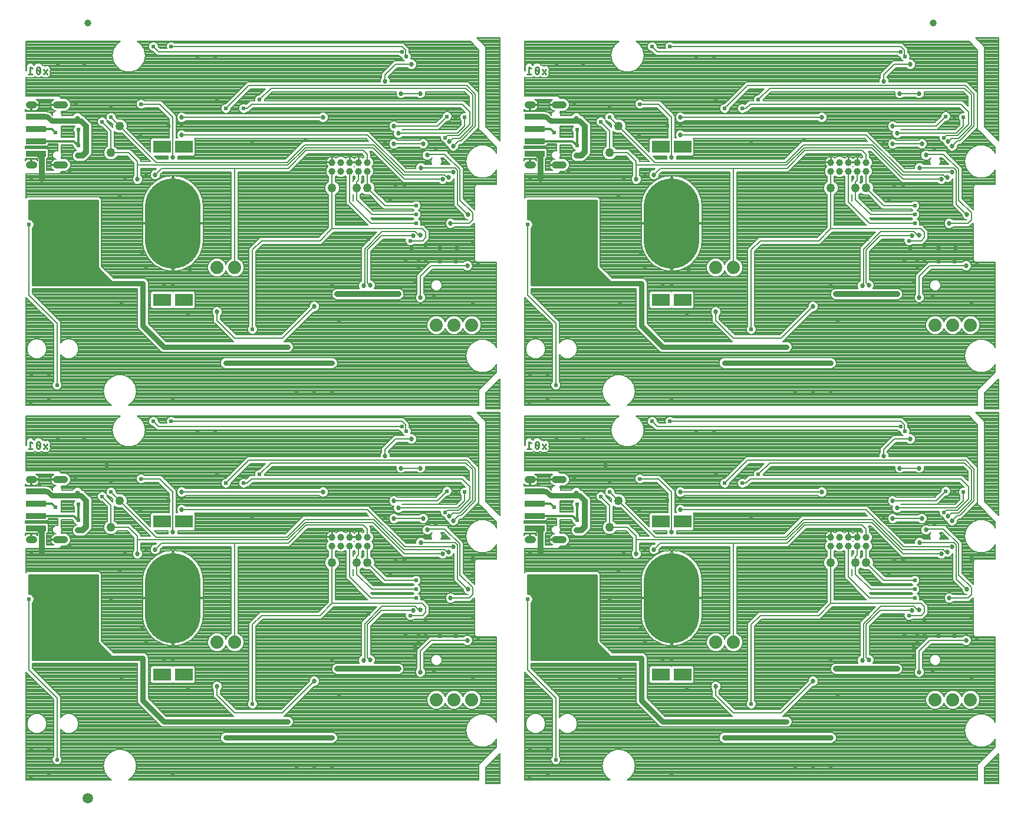
<source format=gbl>
G75*
%MOIN*%
%OFA0B0*%
%FSLAX25Y25*%
%IPPOS*%
%LPD*%
%AMOC8*
5,1,8,0,0,1.08239X$1,22.5*
%
%ADD10C,0.01000*%
%ADD11C,0.03937*%
%ADD12R,0.11811X0.03543*%
%ADD13C,0.05000*%
%ADD14C,0.03937*%
%ADD15R,0.10000X0.07000*%
%ADD16C,0.31496*%
%ADD17C,0.07400*%
%ADD18C,0.05906*%
%ADD19C,0.02400*%
%ADD20C,0.00800*%
%ADD21C,0.02700*%
%ADD22C,0.03000*%
%ADD23C,0.03200*%
%ADD24C,0.01200*%
D10*
X0110600Y0230000D02*
X0110600Y0262499D01*
X0110958Y0262857D01*
X0111400Y0263923D01*
X0111400Y0265077D01*
X0110958Y0266143D01*
X0110143Y0266958D01*
X0109077Y0267400D01*
X0108500Y0267400D01*
X0108500Y0278000D01*
X0147500Y0278000D01*
X0147500Y0240000D01*
X0155000Y0232500D01*
X0155000Y0230000D01*
X0110600Y0230000D01*
X0110600Y0230894D02*
X0155000Y0230894D01*
X0155000Y0231893D02*
X0110600Y0231893D01*
X0110600Y0232891D02*
X0154609Y0232891D01*
X0153610Y0233890D02*
X0110600Y0233890D01*
X0110600Y0234888D02*
X0152612Y0234888D01*
X0151613Y0235887D02*
X0110600Y0235887D01*
X0110600Y0236885D02*
X0150615Y0236885D01*
X0149616Y0237884D02*
X0110600Y0237884D01*
X0110600Y0238882D02*
X0148618Y0238882D01*
X0147619Y0239881D02*
X0110600Y0239881D01*
X0110600Y0240879D02*
X0147500Y0240879D01*
X0147500Y0241878D02*
X0110600Y0241878D01*
X0110600Y0242876D02*
X0147500Y0242876D01*
X0147500Y0243875D02*
X0110600Y0243875D01*
X0110600Y0244873D02*
X0147500Y0244873D01*
X0147500Y0245872D02*
X0110600Y0245872D01*
X0110600Y0246870D02*
X0147500Y0246870D01*
X0147500Y0247869D02*
X0110600Y0247869D01*
X0110600Y0248868D02*
X0147500Y0248868D01*
X0147500Y0249866D02*
X0110600Y0249866D01*
X0110600Y0250865D02*
X0147500Y0250865D01*
X0147500Y0251863D02*
X0110600Y0251863D01*
X0110600Y0252862D02*
X0147500Y0252862D01*
X0147500Y0253860D02*
X0110600Y0253860D01*
X0110600Y0254859D02*
X0147500Y0254859D01*
X0147500Y0255857D02*
X0110600Y0255857D01*
X0110600Y0256856D02*
X0147500Y0256856D01*
X0147500Y0257854D02*
X0110600Y0257854D01*
X0110600Y0258853D02*
X0147500Y0258853D01*
X0147500Y0259851D02*
X0110600Y0259851D01*
X0110600Y0260850D02*
X0147500Y0260850D01*
X0147500Y0261848D02*
X0110600Y0261848D01*
X0110948Y0262847D02*
X0147500Y0262847D01*
X0147500Y0263845D02*
X0111368Y0263845D01*
X0111400Y0264844D02*
X0147500Y0264844D01*
X0147500Y0265842D02*
X0111083Y0265842D01*
X0110260Y0266841D02*
X0147500Y0266841D01*
X0147500Y0267839D02*
X0108500Y0267839D01*
X0108500Y0268838D02*
X0147500Y0268838D01*
X0147500Y0269836D02*
X0108500Y0269836D01*
X0108500Y0270835D02*
X0147500Y0270835D01*
X0147500Y0271833D02*
X0108500Y0271833D01*
X0108500Y0272832D02*
X0147500Y0272832D01*
X0147500Y0273830D02*
X0108500Y0273830D01*
X0108500Y0274829D02*
X0147500Y0274829D01*
X0147500Y0275827D02*
X0108500Y0275827D01*
X0108500Y0276826D02*
X0147500Y0276826D01*
X0147500Y0277824D02*
X0108500Y0277824D01*
X0108225Y0349500D02*
X0110447Y0349500D01*
X0109336Y0349500D02*
X0109336Y0353500D01*
X0110447Y0352611D01*
X0114947Y0351500D02*
X0114945Y0351393D01*
X0114940Y0351287D01*
X0114931Y0351180D01*
X0114919Y0351074D01*
X0114904Y0350968D01*
X0114885Y0350863D01*
X0114863Y0350759D01*
X0114837Y0350655D01*
X0114808Y0350552D01*
X0114776Y0350451D01*
X0114740Y0350350D01*
X0114701Y0350251D01*
X0114659Y0350152D01*
X0114614Y0350056D01*
X0114725Y0350389D02*
X0112947Y0352611D01*
X0113058Y0352945D02*
X0113079Y0352998D01*
X0113102Y0353049D01*
X0113130Y0353099D01*
X0113160Y0353146D01*
X0113194Y0353192D01*
X0113231Y0353235D01*
X0113271Y0353275D01*
X0113313Y0353312D01*
X0113358Y0353347D01*
X0113405Y0353378D01*
X0113455Y0353406D01*
X0113506Y0353431D01*
X0113558Y0353452D01*
X0113612Y0353469D01*
X0113667Y0353482D01*
X0113723Y0353492D01*
X0113779Y0353498D01*
X0113836Y0353500D01*
X0113893Y0353498D01*
X0113949Y0353492D01*
X0114005Y0353482D01*
X0114060Y0353469D01*
X0114114Y0353452D01*
X0114166Y0353431D01*
X0114217Y0353406D01*
X0114267Y0353378D01*
X0114314Y0353347D01*
X0114359Y0353312D01*
X0114401Y0353275D01*
X0114441Y0353235D01*
X0114478Y0353192D01*
X0114512Y0353146D01*
X0114542Y0353099D01*
X0114570Y0353049D01*
X0114593Y0352997D01*
X0114614Y0352945D01*
X0113058Y0352944D02*
X0113013Y0352848D01*
X0112971Y0352749D01*
X0112932Y0352650D01*
X0112897Y0352549D01*
X0112864Y0352448D01*
X0112835Y0352345D01*
X0112809Y0352241D01*
X0112787Y0352137D01*
X0112768Y0352032D01*
X0112753Y0351926D01*
X0112741Y0351820D01*
X0112732Y0351713D01*
X0112727Y0351607D01*
X0112725Y0351500D01*
X0114947Y0351500D02*
X0114945Y0351607D01*
X0114940Y0351713D01*
X0114931Y0351820D01*
X0114919Y0351926D01*
X0114904Y0352032D01*
X0114885Y0352137D01*
X0114863Y0352241D01*
X0114837Y0352345D01*
X0114808Y0352448D01*
X0114776Y0352549D01*
X0114740Y0352650D01*
X0114701Y0352749D01*
X0114659Y0352848D01*
X0114614Y0352944D01*
X0112725Y0351500D02*
X0112727Y0351393D01*
X0112732Y0351287D01*
X0112741Y0351180D01*
X0112753Y0351074D01*
X0112768Y0350968D01*
X0112787Y0350863D01*
X0112809Y0350759D01*
X0112835Y0350655D01*
X0112864Y0350552D01*
X0112896Y0350451D01*
X0112932Y0350350D01*
X0112971Y0350251D01*
X0113013Y0350152D01*
X0113058Y0350056D01*
X0113058Y0350055D02*
X0113079Y0350002D01*
X0113102Y0349951D01*
X0113130Y0349901D01*
X0113160Y0349854D01*
X0113194Y0349808D01*
X0113231Y0349765D01*
X0113271Y0349725D01*
X0113313Y0349688D01*
X0113358Y0349653D01*
X0113405Y0349622D01*
X0113455Y0349594D01*
X0113506Y0349569D01*
X0113558Y0349548D01*
X0113612Y0349531D01*
X0113667Y0349518D01*
X0113723Y0349508D01*
X0113779Y0349502D01*
X0113836Y0349500D01*
X0113893Y0349502D01*
X0113949Y0349508D01*
X0114005Y0349518D01*
X0114060Y0349531D01*
X0114114Y0349548D01*
X0114166Y0349569D01*
X0114217Y0349594D01*
X0114267Y0349622D01*
X0114314Y0349653D01*
X0114359Y0349688D01*
X0114401Y0349725D01*
X0114441Y0349765D01*
X0114478Y0349808D01*
X0114512Y0349854D01*
X0114542Y0349901D01*
X0114570Y0349951D01*
X0114593Y0350002D01*
X0114614Y0350055D01*
X0116997Y0349500D02*
X0118775Y0352167D01*
X0116997Y0352167D02*
X0118775Y0349500D01*
X0110600Y0442000D02*
X0110600Y0474499D01*
X0110958Y0474857D01*
X0111400Y0475923D01*
X0111400Y0477077D01*
X0110958Y0478143D01*
X0110143Y0478958D01*
X0109077Y0479400D01*
X0108500Y0479400D01*
X0108500Y0490000D01*
X0147500Y0490000D01*
X0147500Y0452000D01*
X0155000Y0444500D01*
X0155000Y0442000D01*
X0110600Y0442000D01*
X0110600Y0442579D02*
X0155000Y0442579D01*
X0155000Y0443577D02*
X0110600Y0443577D01*
X0110600Y0444576D02*
X0154924Y0444576D01*
X0153926Y0445574D02*
X0110600Y0445574D01*
X0110600Y0446573D02*
X0152927Y0446573D01*
X0151929Y0447571D02*
X0110600Y0447571D01*
X0110600Y0448570D02*
X0150930Y0448570D01*
X0149932Y0449568D02*
X0110600Y0449568D01*
X0110600Y0450567D02*
X0148933Y0450567D01*
X0147935Y0451565D02*
X0110600Y0451565D01*
X0110600Y0452564D02*
X0147500Y0452564D01*
X0147500Y0453562D02*
X0110600Y0453562D01*
X0110600Y0454561D02*
X0147500Y0454561D01*
X0147500Y0455559D02*
X0110600Y0455559D01*
X0110600Y0456558D02*
X0147500Y0456558D01*
X0147500Y0457556D02*
X0110600Y0457556D01*
X0110600Y0458555D02*
X0147500Y0458555D01*
X0147500Y0459553D02*
X0110600Y0459553D01*
X0110600Y0460552D02*
X0147500Y0460552D01*
X0147500Y0461550D02*
X0110600Y0461550D01*
X0110600Y0462549D02*
X0147500Y0462549D01*
X0147500Y0463547D02*
X0110600Y0463547D01*
X0110600Y0464546D02*
X0147500Y0464546D01*
X0147500Y0465544D02*
X0110600Y0465544D01*
X0110600Y0466543D02*
X0147500Y0466543D01*
X0147500Y0467541D02*
X0110600Y0467541D01*
X0110600Y0468540D02*
X0147500Y0468540D01*
X0147500Y0469539D02*
X0110600Y0469539D01*
X0110600Y0470537D02*
X0147500Y0470537D01*
X0147500Y0471536D02*
X0110600Y0471536D01*
X0110600Y0472534D02*
X0147500Y0472534D01*
X0147500Y0473533D02*
X0110600Y0473533D01*
X0110632Y0474531D02*
X0147500Y0474531D01*
X0147500Y0475530D02*
X0111237Y0475530D01*
X0111400Y0476528D02*
X0147500Y0476528D01*
X0147500Y0477527D02*
X0111214Y0477527D01*
X0110576Y0478525D02*
X0147500Y0478525D01*
X0147500Y0479524D02*
X0108500Y0479524D01*
X0108500Y0480522D02*
X0147500Y0480522D01*
X0147500Y0481521D02*
X0108500Y0481521D01*
X0108500Y0482519D02*
X0147500Y0482519D01*
X0147500Y0483518D02*
X0108500Y0483518D01*
X0108500Y0484516D02*
X0147500Y0484516D01*
X0147500Y0485515D02*
X0108500Y0485515D01*
X0108500Y0486513D02*
X0147500Y0486513D01*
X0147500Y0487512D02*
X0108500Y0487512D01*
X0108500Y0488510D02*
X0147500Y0488510D01*
X0147500Y0489509D02*
X0108500Y0489509D01*
X0108225Y0561500D02*
X0110447Y0561500D01*
X0109336Y0561500D02*
X0109336Y0565500D01*
X0110447Y0564611D01*
X0114947Y0563500D02*
X0114945Y0563393D01*
X0114940Y0563287D01*
X0114931Y0563180D01*
X0114919Y0563074D01*
X0114904Y0562968D01*
X0114885Y0562863D01*
X0114863Y0562759D01*
X0114837Y0562655D01*
X0114808Y0562552D01*
X0114776Y0562451D01*
X0114740Y0562350D01*
X0114701Y0562251D01*
X0114659Y0562152D01*
X0114614Y0562056D01*
X0114725Y0562389D02*
X0112947Y0564611D01*
X0113058Y0564945D02*
X0113079Y0564998D01*
X0113102Y0565049D01*
X0113130Y0565099D01*
X0113160Y0565146D01*
X0113194Y0565192D01*
X0113231Y0565235D01*
X0113271Y0565275D01*
X0113313Y0565312D01*
X0113358Y0565347D01*
X0113405Y0565378D01*
X0113455Y0565406D01*
X0113506Y0565431D01*
X0113558Y0565452D01*
X0113612Y0565469D01*
X0113667Y0565482D01*
X0113723Y0565492D01*
X0113779Y0565498D01*
X0113836Y0565500D01*
X0113893Y0565498D01*
X0113949Y0565492D01*
X0114005Y0565482D01*
X0114060Y0565469D01*
X0114114Y0565452D01*
X0114166Y0565431D01*
X0114217Y0565406D01*
X0114267Y0565378D01*
X0114314Y0565347D01*
X0114359Y0565312D01*
X0114401Y0565275D01*
X0114441Y0565235D01*
X0114478Y0565192D01*
X0114512Y0565146D01*
X0114542Y0565099D01*
X0114570Y0565049D01*
X0114593Y0564997D01*
X0114614Y0564945D01*
X0113058Y0564944D02*
X0113013Y0564848D01*
X0112971Y0564749D01*
X0112932Y0564650D01*
X0112897Y0564549D01*
X0112864Y0564448D01*
X0112835Y0564345D01*
X0112809Y0564241D01*
X0112787Y0564137D01*
X0112768Y0564032D01*
X0112753Y0563926D01*
X0112741Y0563820D01*
X0112732Y0563713D01*
X0112727Y0563607D01*
X0112725Y0563500D01*
X0114947Y0563500D02*
X0114945Y0563607D01*
X0114940Y0563713D01*
X0114931Y0563820D01*
X0114919Y0563926D01*
X0114904Y0564032D01*
X0114885Y0564137D01*
X0114863Y0564241D01*
X0114837Y0564345D01*
X0114808Y0564448D01*
X0114776Y0564549D01*
X0114740Y0564650D01*
X0114701Y0564749D01*
X0114659Y0564848D01*
X0114614Y0564944D01*
X0112725Y0563500D02*
X0112727Y0563393D01*
X0112732Y0563287D01*
X0112741Y0563180D01*
X0112753Y0563074D01*
X0112768Y0562968D01*
X0112787Y0562863D01*
X0112809Y0562759D01*
X0112835Y0562655D01*
X0112864Y0562552D01*
X0112896Y0562451D01*
X0112932Y0562350D01*
X0112971Y0562251D01*
X0113013Y0562152D01*
X0113058Y0562056D01*
X0113058Y0562055D02*
X0113079Y0562002D01*
X0113102Y0561951D01*
X0113130Y0561901D01*
X0113160Y0561854D01*
X0113194Y0561808D01*
X0113231Y0561765D01*
X0113271Y0561725D01*
X0113313Y0561688D01*
X0113358Y0561653D01*
X0113405Y0561622D01*
X0113455Y0561594D01*
X0113506Y0561569D01*
X0113558Y0561548D01*
X0113612Y0561531D01*
X0113667Y0561518D01*
X0113723Y0561508D01*
X0113779Y0561502D01*
X0113836Y0561500D01*
X0113893Y0561502D01*
X0113949Y0561508D01*
X0114005Y0561518D01*
X0114060Y0561531D01*
X0114114Y0561548D01*
X0114166Y0561569D01*
X0114217Y0561594D01*
X0114267Y0561622D01*
X0114314Y0561653D01*
X0114359Y0561688D01*
X0114401Y0561725D01*
X0114441Y0561765D01*
X0114478Y0561808D01*
X0114512Y0561854D01*
X0114542Y0561901D01*
X0114570Y0561951D01*
X0114593Y0562002D01*
X0114614Y0562055D01*
X0116997Y0561500D02*
X0118775Y0564167D01*
X0116997Y0564167D02*
X0118775Y0561500D01*
X0390225Y0561500D02*
X0392447Y0561500D01*
X0391336Y0561500D02*
X0391336Y0565500D01*
X0392447Y0564611D01*
X0396947Y0563500D02*
X0396945Y0563393D01*
X0396940Y0563287D01*
X0396931Y0563180D01*
X0396919Y0563074D01*
X0396904Y0562968D01*
X0396885Y0562863D01*
X0396863Y0562759D01*
X0396837Y0562655D01*
X0396808Y0562552D01*
X0396776Y0562451D01*
X0396740Y0562350D01*
X0396701Y0562251D01*
X0396659Y0562152D01*
X0396614Y0562056D01*
X0396725Y0562389D02*
X0394947Y0564611D01*
X0395058Y0564945D02*
X0395079Y0564998D01*
X0395102Y0565049D01*
X0395130Y0565099D01*
X0395160Y0565146D01*
X0395194Y0565192D01*
X0395231Y0565235D01*
X0395271Y0565275D01*
X0395313Y0565312D01*
X0395358Y0565347D01*
X0395405Y0565378D01*
X0395455Y0565406D01*
X0395506Y0565431D01*
X0395558Y0565452D01*
X0395612Y0565469D01*
X0395667Y0565482D01*
X0395723Y0565492D01*
X0395779Y0565498D01*
X0395836Y0565500D01*
X0395893Y0565498D01*
X0395949Y0565492D01*
X0396005Y0565482D01*
X0396060Y0565469D01*
X0396114Y0565452D01*
X0396166Y0565431D01*
X0396217Y0565406D01*
X0396267Y0565378D01*
X0396314Y0565347D01*
X0396359Y0565312D01*
X0396401Y0565275D01*
X0396441Y0565235D01*
X0396478Y0565192D01*
X0396512Y0565146D01*
X0396542Y0565099D01*
X0396570Y0565049D01*
X0396593Y0564997D01*
X0396614Y0564945D01*
X0395058Y0564944D02*
X0395013Y0564848D01*
X0394971Y0564749D01*
X0394932Y0564650D01*
X0394897Y0564549D01*
X0394864Y0564448D01*
X0394835Y0564345D01*
X0394809Y0564241D01*
X0394787Y0564137D01*
X0394768Y0564032D01*
X0394753Y0563926D01*
X0394741Y0563820D01*
X0394732Y0563713D01*
X0394727Y0563607D01*
X0394725Y0563500D01*
X0396947Y0563500D02*
X0396945Y0563607D01*
X0396940Y0563713D01*
X0396931Y0563820D01*
X0396919Y0563926D01*
X0396904Y0564032D01*
X0396885Y0564137D01*
X0396863Y0564241D01*
X0396837Y0564345D01*
X0396808Y0564448D01*
X0396776Y0564549D01*
X0396740Y0564650D01*
X0396701Y0564749D01*
X0396659Y0564848D01*
X0396614Y0564944D01*
X0394725Y0563500D02*
X0394727Y0563393D01*
X0394732Y0563287D01*
X0394741Y0563180D01*
X0394753Y0563074D01*
X0394768Y0562968D01*
X0394787Y0562863D01*
X0394809Y0562759D01*
X0394835Y0562655D01*
X0394864Y0562552D01*
X0394896Y0562451D01*
X0394932Y0562350D01*
X0394971Y0562251D01*
X0395013Y0562152D01*
X0395058Y0562056D01*
X0395058Y0562055D02*
X0395079Y0562002D01*
X0395102Y0561951D01*
X0395130Y0561901D01*
X0395160Y0561854D01*
X0395194Y0561808D01*
X0395231Y0561765D01*
X0395271Y0561725D01*
X0395313Y0561688D01*
X0395358Y0561653D01*
X0395405Y0561622D01*
X0395455Y0561594D01*
X0395506Y0561569D01*
X0395558Y0561548D01*
X0395612Y0561531D01*
X0395667Y0561518D01*
X0395723Y0561508D01*
X0395779Y0561502D01*
X0395836Y0561500D01*
X0395893Y0561502D01*
X0395949Y0561508D01*
X0396005Y0561518D01*
X0396060Y0561531D01*
X0396114Y0561548D01*
X0396166Y0561569D01*
X0396217Y0561594D01*
X0396267Y0561622D01*
X0396314Y0561653D01*
X0396359Y0561688D01*
X0396401Y0561725D01*
X0396441Y0561765D01*
X0396478Y0561808D01*
X0396512Y0561854D01*
X0396542Y0561901D01*
X0396570Y0561951D01*
X0396593Y0562002D01*
X0396614Y0562055D01*
X0398997Y0561500D02*
X0400775Y0564167D01*
X0398997Y0564167D02*
X0400775Y0561500D01*
X0390500Y0490000D02*
X0429500Y0490000D01*
X0429500Y0452000D01*
X0437000Y0444500D01*
X0437000Y0442000D01*
X0392600Y0442000D01*
X0392600Y0474499D01*
X0392958Y0474857D01*
X0393400Y0475923D01*
X0393400Y0477077D01*
X0392958Y0478143D01*
X0392143Y0478958D01*
X0391077Y0479400D01*
X0390500Y0479400D01*
X0390500Y0490000D01*
X0390500Y0489509D02*
X0429500Y0489509D01*
X0429500Y0488510D02*
X0390500Y0488510D01*
X0390500Y0487512D02*
X0429500Y0487512D01*
X0429500Y0486513D02*
X0390500Y0486513D01*
X0390500Y0485515D02*
X0429500Y0485515D01*
X0429500Y0484516D02*
X0390500Y0484516D01*
X0390500Y0483518D02*
X0429500Y0483518D01*
X0429500Y0482519D02*
X0390500Y0482519D01*
X0390500Y0481521D02*
X0429500Y0481521D01*
X0429500Y0480522D02*
X0390500Y0480522D01*
X0390500Y0479524D02*
X0429500Y0479524D01*
X0429500Y0478525D02*
X0392576Y0478525D01*
X0393214Y0477527D02*
X0429500Y0477527D01*
X0429500Y0476528D02*
X0393400Y0476528D01*
X0393237Y0475530D02*
X0429500Y0475530D01*
X0429500Y0474531D02*
X0392632Y0474531D01*
X0392600Y0473533D02*
X0429500Y0473533D01*
X0429500Y0472534D02*
X0392600Y0472534D01*
X0392600Y0471536D02*
X0429500Y0471536D01*
X0429500Y0470537D02*
X0392600Y0470537D01*
X0392600Y0469539D02*
X0429500Y0469539D01*
X0429500Y0468540D02*
X0392600Y0468540D01*
X0392600Y0467541D02*
X0429500Y0467541D01*
X0429500Y0466543D02*
X0392600Y0466543D01*
X0392600Y0465544D02*
X0429500Y0465544D01*
X0429500Y0464546D02*
X0392600Y0464546D01*
X0392600Y0463547D02*
X0429500Y0463547D01*
X0429500Y0462549D02*
X0392600Y0462549D01*
X0392600Y0461550D02*
X0429500Y0461550D01*
X0429500Y0460552D02*
X0392600Y0460552D01*
X0392600Y0459553D02*
X0429500Y0459553D01*
X0429500Y0458555D02*
X0392600Y0458555D01*
X0392600Y0457556D02*
X0429500Y0457556D01*
X0429500Y0456558D02*
X0392600Y0456558D01*
X0392600Y0455559D02*
X0429500Y0455559D01*
X0429500Y0454561D02*
X0392600Y0454561D01*
X0392600Y0453562D02*
X0429500Y0453562D01*
X0429500Y0452564D02*
X0392600Y0452564D01*
X0392600Y0451565D02*
X0429935Y0451565D01*
X0430933Y0450567D02*
X0392600Y0450567D01*
X0392600Y0449568D02*
X0431932Y0449568D01*
X0432930Y0448570D02*
X0392600Y0448570D01*
X0392600Y0447571D02*
X0433929Y0447571D01*
X0434927Y0446573D02*
X0392600Y0446573D01*
X0392600Y0445574D02*
X0435926Y0445574D01*
X0436924Y0444576D02*
X0392600Y0444576D01*
X0392600Y0443577D02*
X0437000Y0443577D01*
X0437000Y0442579D02*
X0392600Y0442579D01*
X0391336Y0353500D02*
X0391336Y0349500D01*
X0392447Y0349500D02*
X0390225Y0349500D01*
X0392447Y0352611D02*
X0391336Y0353500D01*
X0396947Y0351500D02*
X0396945Y0351393D01*
X0396940Y0351287D01*
X0396931Y0351180D01*
X0396919Y0351074D01*
X0396904Y0350968D01*
X0396885Y0350863D01*
X0396863Y0350759D01*
X0396837Y0350655D01*
X0396808Y0350552D01*
X0396776Y0350451D01*
X0396740Y0350350D01*
X0396701Y0350251D01*
X0396659Y0350152D01*
X0396614Y0350056D01*
X0396725Y0350389D02*
X0394947Y0352611D01*
X0395058Y0352945D02*
X0395079Y0352998D01*
X0395102Y0353049D01*
X0395130Y0353099D01*
X0395160Y0353146D01*
X0395194Y0353192D01*
X0395231Y0353235D01*
X0395271Y0353275D01*
X0395313Y0353312D01*
X0395358Y0353347D01*
X0395405Y0353378D01*
X0395455Y0353406D01*
X0395506Y0353431D01*
X0395558Y0353452D01*
X0395612Y0353469D01*
X0395667Y0353482D01*
X0395723Y0353492D01*
X0395779Y0353498D01*
X0395836Y0353500D01*
X0395893Y0353498D01*
X0395949Y0353492D01*
X0396005Y0353482D01*
X0396060Y0353469D01*
X0396114Y0353452D01*
X0396166Y0353431D01*
X0396217Y0353406D01*
X0396267Y0353378D01*
X0396314Y0353347D01*
X0396359Y0353312D01*
X0396401Y0353275D01*
X0396441Y0353235D01*
X0396478Y0353192D01*
X0396512Y0353146D01*
X0396542Y0353099D01*
X0396570Y0353049D01*
X0396593Y0352997D01*
X0396614Y0352945D01*
X0395058Y0352944D02*
X0395013Y0352848D01*
X0394971Y0352749D01*
X0394932Y0352650D01*
X0394897Y0352549D01*
X0394864Y0352448D01*
X0394835Y0352345D01*
X0394809Y0352241D01*
X0394787Y0352137D01*
X0394768Y0352032D01*
X0394753Y0351926D01*
X0394741Y0351820D01*
X0394732Y0351713D01*
X0394727Y0351607D01*
X0394725Y0351500D01*
X0396947Y0351500D02*
X0396945Y0351607D01*
X0396940Y0351713D01*
X0396931Y0351820D01*
X0396919Y0351926D01*
X0396904Y0352032D01*
X0396885Y0352137D01*
X0396863Y0352241D01*
X0396837Y0352345D01*
X0396808Y0352448D01*
X0396776Y0352549D01*
X0396740Y0352650D01*
X0396701Y0352749D01*
X0396659Y0352848D01*
X0396614Y0352944D01*
X0394725Y0351500D02*
X0394727Y0351393D01*
X0394732Y0351287D01*
X0394741Y0351180D01*
X0394753Y0351074D01*
X0394768Y0350968D01*
X0394787Y0350863D01*
X0394809Y0350759D01*
X0394835Y0350655D01*
X0394864Y0350552D01*
X0394896Y0350451D01*
X0394932Y0350350D01*
X0394971Y0350251D01*
X0395013Y0350152D01*
X0395058Y0350056D01*
X0395058Y0350055D02*
X0395079Y0350002D01*
X0395102Y0349951D01*
X0395130Y0349901D01*
X0395160Y0349854D01*
X0395194Y0349808D01*
X0395231Y0349765D01*
X0395271Y0349725D01*
X0395313Y0349688D01*
X0395358Y0349653D01*
X0395405Y0349622D01*
X0395455Y0349594D01*
X0395506Y0349569D01*
X0395558Y0349548D01*
X0395612Y0349531D01*
X0395667Y0349518D01*
X0395723Y0349508D01*
X0395779Y0349502D01*
X0395836Y0349500D01*
X0395893Y0349502D01*
X0395949Y0349508D01*
X0396005Y0349518D01*
X0396060Y0349531D01*
X0396114Y0349548D01*
X0396166Y0349569D01*
X0396217Y0349594D01*
X0396267Y0349622D01*
X0396314Y0349653D01*
X0396359Y0349688D01*
X0396401Y0349725D01*
X0396441Y0349765D01*
X0396478Y0349808D01*
X0396512Y0349854D01*
X0396542Y0349901D01*
X0396570Y0349951D01*
X0396593Y0350002D01*
X0396614Y0350055D01*
X0398997Y0349500D02*
X0400775Y0352167D01*
X0398997Y0352167D02*
X0400775Y0349500D01*
X0390500Y0278000D02*
X0429500Y0278000D01*
X0429500Y0240000D01*
X0437000Y0232500D01*
X0437000Y0230000D01*
X0392600Y0230000D01*
X0392600Y0262499D01*
X0392958Y0262857D01*
X0393400Y0263923D01*
X0393400Y0265077D01*
X0392958Y0266143D01*
X0392143Y0266958D01*
X0391077Y0267400D01*
X0390500Y0267400D01*
X0390500Y0278000D01*
X0390500Y0277824D02*
X0429500Y0277824D01*
X0429500Y0276826D02*
X0390500Y0276826D01*
X0390500Y0275827D02*
X0429500Y0275827D01*
X0429500Y0274829D02*
X0390500Y0274829D01*
X0390500Y0273830D02*
X0429500Y0273830D01*
X0429500Y0272832D02*
X0390500Y0272832D01*
X0390500Y0271833D02*
X0429500Y0271833D01*
X0429500Y0270835D02*
X0390500Y0270835D01*
X0390500Y0269836D02*
X0429500Y0269836D01*
X0429500Y0268838D02*
X0390500Y0268838D01*
X0390500Y0267839D02*
X0429500Y0267839D01*
X0429500Y0266841D02*
X0392260Y0266841D01*
X0393083Y0265842D02*
X0429500Y0265842D01*
X0429500Y0264844D02*
X0393400Y0264844D01*
X0393368Y0263845D02*
X0429500Y0263845D01*
X0429500Y0262847D02*
X0392948Y0262847D01*
X0392600Y0261848D02*
X0429500Y0261848D01*
X0429500Y0260850D02*
X0392600Y0260850D01*
X0392600Y0259851D02*
X0429500Y0259851D01*
X0429500Y0258853D02*
X0392600Y0258853D01*
X0392600Y0257854D02*
X0429500Y0257854D01*
X0429500Y0256856D02*
X0392600Y0256856D01*
X0392600Y0255857D02*
X0429500Y0255857D01*
X0429500Y0254859D02*
X0392600Y0254859D01*
X0392600Y0253860D02*
X0429500Y0253860D01*
X0429500Y0252862D02*
X0392600Y0252862D01*
X0392600Y0251863D02*
X0429500Y0251863D01*
X0429500Y0250865D02*
X0392600Y0250865D01*
X0392600Y0249866D02*
X0429500Y0249866D01*
X0429500Y0248868D02*
X0392600Y0248868D01*
X0392600Y0247869D02*
X0429500Y0247869D01*
X0429500Y0246870D02*
X0392600Y0246870D01*
X0392600Y0245872D02*
X0429500Y0245872D01*
X0429500Y0244873D02*
X0392600Y0244873D01*
X0392600Y0243875D02*
X0429500Y0243875D01*
X0429500Y0242876D02*
X0392600Y0242876D01*
X0392600Y0241878D02*
X0429500Y0241878D01*
X0429500Y0240879D02*
X0392600Y0240879D01*
X0392600Y0239881D02*
X0429619Y0239881D01*
X0430618Y0238882D02*
X0392600Y0238882D01*
X0392600Y0237884D02*
X0431616Y0237884D01*
X0432615Y0236885D02*
X0392600Y0236885D01*
X0392600Y0235887D02*
X0433613Y0235887D01*
X0434612Y0234888D02*
X0392600Y0234888D01*
X0392600Y0233890D02*
X0435610Y0233890D01*
X0436609Y0232891D02*
X0392600Y0232891D01*
X0392600Y0231893D02*
X0437000Y0231893D01*
X0437000Y0230894D02*
X0392600Y0230894D01*
D11*
X0390760Y0297992D02*
X0390760Y0297992D01*
X0393122Y0297992D01*
X0393122Y0297992D01*
X0390760Y0297992D01*
X0406232Y0297992D02*
X0406232Y0297992D01*
X0410564Y0297992D01*
X0410564Y0297992D01*
X0406232Y0297992D01*
X0406232Y0332008D02*
X0406232Y0332008D01*
X0410564Y0332008D01*
X0410564Y0332008D01*
X0406232Y0332008D01*
X0390760Y0332008D02*
X0390760Y0332008D01*
X0393122Y0332008D01*
X0393122Y0332008D01*
X0390760Y0332008D01*
X0390760Y0509992D02*
X0390760Y0509992D01*
X0393122Y0509992D01*
X0393122Y0509992D01*
X0390760Y0509992D01*
X0406232Y0509992D02*
X0406232Y0509992D01*
X0410564Y0509992D01*
X0410564Y0509992D01*
X0406232Y0509992D01*
X0406232Y0544008D02*
X0406232Y0544008D01*
X0410564Y0544008D01*
X0410564Y0544008D01*
X0406232Y0544008D01*
X0390760Y0544008D02*
X0390760Y0544008D01*
X0393122Y0544008D01*
X0393122Y0544008D01*
X0390760Y0544008D01*
X0124232Y0544008D02*
X0124232Y0544008D01*
X0128564Y0544008D01*
X0128564Y0544008D01*
X0124232Y0544008D01*
X0108760Y0544008D02*
X0108760Y0544008D01*
X0111122Y0544008D01*
X0111122Y0544008D01*
X0108760Y0544008D01*
X0108760Y0509992D02*
X0108760Y0509992D01*
X0111122Y0509992D01*
X0111122Y0509992D01*
X0108760Y0509992D01*
X0124232Y0509992D02*
X0124232Y0509992D01*
X0128564Y0509992D01*
X0128564Y0509992D01*
X0124232Y0509992D01*
X0124232Y0332008D02*
X0124232Y0332008D01*
X0128564Y0332008D01*
X0128564Y0332008D01*
X0124232Y0332008D01*
X0108760Y0332008D02*
X0108760Y0332008D01*
X0111122Y0332008D01*
X0111122Y0332008D01*
X0108760Y0332008D01*
X0108760Y0297992D02*
X0108760Y0297992D01*
X0111122Y0297992D01*
X0111122Y0297992D01*
X0108760Y0297992D01*
X0124232Y0297992D02*
X0124232Y0297992D01*
X0128564Y0297992D01*
X0128564Y0297992D01*
X0124232Y0297992D01*
D12*
X0112500Y0304500D03*
X0112500Y0311500D03*
X0112500Y0318500D03*
X0112500Y0325500D03*
X0112500Y0516500D03*
X0112500Y0523500D03*
X0112500Y0530500D03*
X0112500Y0537500D03*
X0394500Y0537500D03*
X0394500Y0530500D03*
X0394500Y0523500D03*
X0394500Y0516500D03*
X0394500Y0325500D03*
X0394500Y0318500D03*
X0394500Y0311500D03*
X0394500Y0304500D03*
D13*
X0437000Y0305000D03*
X0442000Y0320000D03*
X0562000Y0285000D03*
X0576000Y0285000D03*
X0582000Y0285000D03*
X0582000Y0497000D03*
X0576000Y0497000D03*
X0562000Y0497000D03*
X0442000Y0532000D03*
X0437000Y0517000D03*
X0300000Y0497000D03*
X0294000Y0497000D03*
X0280000Y0497000D03*
X0160000Y0532000D03*
X0155000Y0517000D03*
X0160000Y0320000D03*
X0155000Y0305000D03*
X0280000Y0285000D03*
X0294000Y0285000D03*
X0300000Y0285000D03*
D14*
X0300000Y0294500D03*
X0295000Y0294500D03*
X0295000Y0299500D03*
X0300000Y0299500D03*
X0290000Y0299500D03*
X0285000Y0299500D03*
X0285000Y0294500D03*
X0290000Y0294500D03*
X0280000Y0294500D03*
X0280000Y0299500D03*
X0280000Y0506500D03*
X0280000Y0511500D03*
X0285000Y0511500D03*
X0290000Y0511500D03*
X0290000Y0506500D03*
X0285000Y0506500D03*
X0295000Y0506500D03*
X0300000Y0506500D03*
X0300000Y0511500D03*
X0295000Y0511500D03*
X0142000Y0590250D03*
X0562000Y0511500D03*
X0562000Y0506500D03*
X0567000Y0506500D03*
X0567000Y0511500D03*
X0572000Y0511500D03*
X0577000Y0511500D03*
X0577000Y0506500D03*
X0572000Y0506500D03*
X0582000Y0506500D03*
X0582000Y0511500D03*
X0620000Y0590250D03*
X0582000Y0299500D03*
X0582000Y0294500D03*
X0577000Y0294500D03*
X0572000Y0294500D03*
X0572000Y0299500D03*
X0577000Y0299500D03*
X0567000Y0299500D03*
X0567000Y0294500D03*
X0562000Y0294500D03*
X0562000Y0299500D03*
D15*
X0478102Y0308307D03*
X0465898Y0308307D03*
X0465898Y0221693D03*
X0478102Y0221693D03*
X0478102Y0433693D03*
X0465898Y0433693D03*
X0465898Y0520307D03*
X0478102Y0520307D03*
X0196102Y0520307D03*
X0183898Y0520307D03*
X0183898Y0433693D03*
X0196102Y0433693D03*
X0196102Y0308307D03*
X0183898Y0308307D03*
X0183898Y0221693D03*
X0196102Y0221693D03*
D16*
X0190000Y0255158D02*
X0190000Y0274842D01*
X0190000Y0467158D02*
X0190000Y0486842D01*
X0472000Y0486842D02*
X0472000Y0467158D01*
X0472000Y0274842D02*
X0472000Y0255158D01*
D17*
X0497000Y0240000D03*
X0507000Y0240000D03*
X0621000Y0207500D03*
X0631000Y0207500D03*
X0641000Y0207500D03*
X0641000Y0419500D03*
X0631000Y0419500D03*
X0621000Y0419500D03*
X0507000Y0452000D03*
X0497000Y0452000D03*
X0359000Y0419500D03*
X0349000Y0419500D03*
X0339000Y0419500D03*
X0225000Y0452000D03*
X0215000Y0452000D03*
X0215000Y0240000D03*
X0225000Y0240000D03*
X0339000Y0207500D03*
X0349000Y0207500D03*
X0359000Y0207500D03*
D18*
X0142000Y0151750D03*
D19*
X0120000Y0165000D03*
X0124500Y0173500D03*
X0120000Y0180000D03*
X0110000Y0180000D03*
X0109500Y0164000D03*
X0161000Y0220000D03*
X0173000Y0231000D03*
X0175000Y0240000D03*
X0172500Y0248000D03*
X0185000Y0230000D03*
X0190000Y0230000D03*
X0199500Y0239000D03*
X0202000Y0265000D03*
X0175000Y0293000D03*
X0163000Y0290000D03*
X0160000Y0280000D03*
X0155000Y0265000D03*
X0125000Y0255547D03*
X0115000Y0253047D03*
X0115000Y0245547D03*
X0115000Y0238047D03*
X0125000Y0235547D03*
X0108500Y0264500D03*
X0110000Y0290000D03*
X0131500Y0294500D03*
X0136250Y0303250D03*
X0136500Y0309000D03*
X0123500Y0316500D03*
X0136500Y0318000D03*
X0136000Y0324500D03*
X0135000Y0332500D03*
X0150000Y0322500D03*
X0155000Y0325000D03*
X0155000Y0330000D03*
X0152500Y0340000D03*
X0140000Y0355000D03*
X0125000Y0355000D03*
X0120000Y0377000D03*
X0109500Y0376000D03*
X0124500Y0385500D03*
X0120000Y0392000D03*
X0110000Y0392000D03*
X0161000Y0432000D03*
X0173000Y0443000D03*
X0175000Y0452000D03*
X0172500Y0460000D03*
X0185000Y0442000D03*
X0190000Y0442000D03*
X0199500Y0451000D03*
X0198500Y0425000D03*
X0219949Y0397949D03*
X0235000Y0417000D03*
X0255000Y0407000D03*
X0279949Y0397949D03*
X0280000Y0382000D03*
X0270000Y0382000D03*
X0260000Y0382000D03*
X0214000Y0359500D03*
X0204000Y0359500D03*
X0189000Y0365000D03*
X0179000Y0365000D03*
X0190000Y0377000D03*
X0172000Y0332500D03*
X0187500Y0320000D03*
X0195000Y0320000D03*
X0215000Y0335000D03*
X0220000Y0330000D03*
X0230000Y0330000D03*
X0239000Y0335000D03*
X0265000Y0312000D03*
X0235000Y0310000D03*
X0171500Y0314500D03*
X0114500Y0329500D03*
X0198500Y0213000D03*
X0219949Y0185949D03*
X0235000Y0205000D03*
X0255000Y0195000D03*
X0279949Y0185949D03*
X0280000Y0170000D03*
X0270000Y0170000D03*
X0260000Y0170000D03*
X0284000Y0209500D03*
X0283000Y0225000D03*
X0280000Y0230000D03*
X0300500Y0256000D03*
X0321500Y0244000D03*
X0329000Y0243500D03*
X0329000Y0240000D03*
X0327000Y0237000D03*
X0327000Y0232500D03*
X0333000Y0243500D03*
X0341000Y0243500D03*
X0350000Y0243500D03*
X0350500Y0251000D03*
X0341000Y0251000D03*
X0333000Y0251500D03*
X0325000Y0251000D03*
X0324157Y0255157D03*
X0327500Y0265000D03*
X0327500Y0270000D03*
X0327500Y0275000D03*
X0321000Y0287000D03*
X0316000Y0287000D03*
X0313000Y0278500D03*
X0310000Y0310000D03*
X0338500Y0307500D03*
X0344000Y0313500D03*
X0345000Y0325500D03*
X0350000Y0325000D03*
X0355000Y0325000D03*
X0396500Y0329500D03*
X0405500Y0316500D03*
X0418500Y0318000D03*
X0418000Y0324500D03*
X0417000Y0332500D03*
X0432000Y0322500D03*
X0437000Y0325000D03*
X0437000Y0330000D03*
X0434500Y0340000D03*
X0454000Y0332500D03*
X0469500Y0320000D03*
X0477000Y0320000D03*
X0453500Y0314500D03*
X0457000Y0293000D03*
X0445000Y0290000D03*
X0442000Y0280000D03*
X0437000Y0265000D03*
X0454500Y0248000D03*
X0457000Y0240000D03*
X0455000Y0231000D03*
X0467000Y0230000D03*
X0472000Y0230000D03*
X0481500Y0239000D03*
X0484000Y0265000D03*
X0517000Y0310000D03*
X0512000Y0330000D03*
X0502000Y0330000D03*
X0497000Y0335000D03*
X0521000Y0335000D03*
X0547000Y0312000D03*
X0592000Y0310000D03*
X0598000Y0287000D03*
X0603000Y0287000D03*
X0595000Y0278500D03*
X0609500Y0275000D03*
X0609500Y0270000D03*
X0609500Y0265000D03*
X0606157Y0255157D03*
X0607000Y0251000D03*
X0615000Y0251500D03*
X0623000Y0251000D03*
X0623000Y0243500D03*
X0615000Y0243500D03*
X0611000Y0243500D03*
X0611000Y0240000D03*
X0609000Y0237000D03*
X0609000Y0232500D03*
X0603500Y0244000D03*
X0582500Y0256000D03*
X0562000Y0230000D03*
X0565000Y0225000D03*
X0566000Y0209500D03*
X0561949Y0185949D03*
X0562000Y0170000D03*
X0552000Y0170000D03*
X0542000Y0170000D03*
X0537000Y0195000D03*
X0517000Y0205000D03*
X0501949Y0185949D03*
X0480500Y0213000D03*
X0443000Y0220000D03*
X0407000Y0235547D03*
X0397000Y0238047D03*
X0397000Y0245547D03*
X0397000Y0253047D03*
X0407000Y0255547D03*
X0390500Y0264500D03*
X0392000Y0290000D03*
X0413500Y0294500D03*
X0418250Y0303250D03*
X0418500Y0309000D03*
X0422000Y0355000D03*
X0407000Y0355000D03*
X0402000Y0377000D03*
X0406500Y0385500D03*
X0402000Y0392000D03*
X0392000Y0392000D03*
X0391500Y0376000D03*
X0359500Y0432500D03*
X0337500Y0435500D03*
X0327000Y0444500D03*
X0327000Y0449000D03*
X0329000Y0452000D03*
X0329000Y0455500D03*
X0333000Y0455500D03*
X0333000Y0463500D03*
X0325000Y0463000D03*
X0324157Y0467157D03*
X0327500Y0477000D03*
X0327500Y0482000D03*
X0327500Y0487000D03*
X0321000Y0499000D03*
X0316000Y0499000D03*
X0313000Y0490500D03*
X0300500Y0468000D03*
X0321500Y0456000D03*
X0341000Y0455500D03*
X0341000Y0463000D03*
X0350500Y0463000D03*
X0350000Y0455500D03*
X0362500Y0454000D03*
X0359500Y0466500D03*
X0359500Y0491000D03*
X0359500Y0499500D03*
X0338500Y0519500D03*
X0344000Y0525500D03*
X0350000Y0537000D03*
X0355000Y0537000D03*
X0345000Y0537500D03*
X0310000Y0522000D03*
X0265000Y0524000D03*
X0235000Y0522000D03*
X0230000Y0542000D03*
X0220000Y0542000D03*
X0215000Y0547000D03*
X0195000Y0532000D03*
X0187500Y0532000D03*
X0171500Y0526500D03*
X0155000Y0537000D03*
X0155000Y0542000D03*
X0150000Y0534500D03*
X0136000Y0536500D03*
X0136500Y0530000D03*
X0136500Y0521000D03*
X0136250Y0515250D03*
X0131500Y0506500D03*
X0110000Y0502000D03*
X0108500Y0476500D03*
X0115000Y0465047D03*
X0115000Y0457547D03*
X0115000Y0450047D03*
X0125000Y0447547D03*
X0125000Y0467547D03*
X0155000Y0477000D03*
X0160000Y0492000D03*
X0163000Y0502000D03*
X0175000Y0505000D03*
X0202000Y0477000D03*
X0280000Y0442000D03*
X0283000Y0437000D03*
X0284000Y0421500D03*
X0319500Y0362000D03*
X0322000Y0359500D03*
X0359500Y0287500D03*
X0359500Y0279000D03*
X0359500Y0254500D03*
X0362500Y0242000D03*
X0359500Y0220500D03*
X0337500Y0223500D03*
X0392000Y0180000D03*
X0402000Y0180000D03*
X0406500Y0173500D03*
X0402000Y0165000D03*
X0391500Y0164000D03*
X0472000Y0165000D03*
X0619500Y0223500D03*
X0641500Y0220500D03*
X0644500Y0242000D03*
X0632000Y0243500D03*
X0632500Y0251000D03*
X0641500Y0254500D03*
X0641500Y0279000D03*
X0641500Y0287500D03*
X0620500Y0307500D03*
X0626000Y0313500D03*
X0627000Y0325500D03*
X0632000Y0325000D03*
X0637000Y0325000D03*
X0604000Y0359500D03*
X0601500Y0362000D03*
X0562000Y0382000D03*
X0552000Y0382000D03*
X0542000Y0382000D03*
X0561949Y0397949D03*
X0537000Y0407000D03*
X0517000Y0417000D03*
X0501949Y0397949D03*
X0480500Y0425000D03*
X0472000Y0442000D03*
X0467000Y0442000D03*
X0455000Y0443000D03*
X0457000Y0452000D03*
X0454500Y0460000D03*
X0437000Y0477000D03*
X0442000Y0492000D03*
X0445000Y0502000D03*
X0457000Y0505000D03*
X0453500Y0526500D03*
X0469500Y0532000D03*
X0477000Y0532000D03*
X0497000Y0547000D03*
X0502000Y0542000D03*
X0512000Y0542000D03*
X0521000Y0547000D03*
X0517000Y0522000D03*
X0547000Y0524000D03*
X0592000Y0522000D03*
X0598000Y0499000D03*
X0603000Y0499000D03*
X0595000Y0490500D03*
X0609500Y0487000D03*
X0609500Y0482000D03*
X0609500Y0477000D03*
X0606157Y0467157D03*
X0607000Y0463000D03*
X0603500Y0456000D03*
X0611000Y0455500D03*
X0611000Y0452000D03*
X0609000Y0449000D03*
X0609000Y0444500D03*
X0619500Y0435500D03*
X0623000Y0455500D03*
X0623000Y0463000D03*
X0615000Y0463500D03*
X0615000Y0455500D03*
X0632000Y0455500D03*
X0632500Y0463000D03*
X0641500Y0466500D03*
X0644500Y0454000D03*
X0641500Y0432500D03*
X0582500Y0468000D03*
X0562000Y0442000D03*
X0565000Y0437000D03*
X0566000Y0421500D03*
X0481500Y0451000D03*
X0484000Y0477000D03*
X0443000Y0432000D03*
X0407000Y0447547D03*
X0397000Y0450047D03*
X0397000Y0457547D03*
X0397000Y0465047D03*
X0407000Y0467547D03*
X0390500Y0476500D03*
X0392000Y0502000D03*
X0413500Y0506500D03*
X0418250Y0515250D03*
X0418500Y0521000D03*
X0418500Y0530000D03*
X0418000Y0536500D03*
X0417000Y0544500D03*
X0432000Y0534500D03*
X0437000Y0537000D03*
X0437000Y0542000D03*
X0434500Y0552000D03*
X0422000Y0567000D03*
X0407000Y0567000D03*
X0396500Y0541500D03*
X0405500Y0528500D03*
X0454000Y0544500D03*
X0461000Y0577000D03*
X0471000Y0577000D03*
X0486000Y0571500D03*
X0496000Y0571500D03*
X0601500Y0574000D03*
X0604000Y0571500D03*
X0627000Y0537500D03*
X0632000Y0537000D03*
X0637000Y0537000D03*
X0626000Y0525500D03*
X0620500Y0519500D03*
X0641500Y0499500D03*
X0641500Y0491000D03*
X0496000Y0359500D03*
X0486000Y0359500D03*
X0471000Y0365000D03*
X0461000Y0365000D03*
X0472000Y0377000D03*
X0239000Y0547000D03*
X0214000Y0571500D03*
X0204000Y0571500D03*
X0189000Y0577000D03*
X0179000Y0577000D03*
X0152500Y0552000D03*
X0135000Y0544500D03*
X0123500Y0528500D03*
X0114500Y0541500D03*
X0125000Y0567000D03*
X0140000Y0567000D03*
X0172000Y0544500D03*
X0319500Y0574000D03*
X0322000Y0571500D03*
X0190000Y0165000D03*
D20*
X0169443Y0170000D02*
X0168874Y0173230D01*
X0167234Y0176070D01*
X0167234Y0176070D01*
X0164722Y0178178D01*
X0161640Y0179300D01*
X0158360Y0179300D01*
X0155278Y0178178D01*
X0152766Y0176070D01*
X0151126Y0173230D01*
X0150557Y0170000D01*
X0151126Y0166770D01*
X0152766Y0163930D01*
X0152766Y0163930D01*
X0155066Y0162000D01*
X0107000Y0162000D01*
X0107000Y0223172D01*
X0107672Y0222500D01*
X0122500Y0207672D01*
X0122500Y0175460D01*
X0122126Y0175086D01*
X0121700Y0174057D01*
X0121700Y0172943D01*
X0122126Y0171914D01*
X0122914Y0171126D01*
X0123943Y0170700D01*
X0125057Y0170700D01*
X0126086Y0171126D01*
X0126874Y0171914D01*
X0127300Y0172943D01*
X0127300Y0174057D01*
X0126874Y0175086D01*
X0126500Y0175460D01*
X0126500Y0190580D01*
X0127828Y0189253D01*
X0129886Y0188400D01*
X0132114Y0188400D01*
X0134172Y0189253D01*
X0135747Y0190828D01*
X0136600Y0192886D01*
X0136600Y0195114D01*
X0135747Y0197172D01*
X0134172Y0198747D01*
X0132114Y0199600D01*
X0129886Y0199600D01*
X0127828Y0198747D01*
X0126500Y0197420D01*
X0126500Y0209328D01*
X0110500Y0225328D01*
X0110500Y0227900D01*
X0169900Y0227900D01*
X0169900Y0206383D01*
X0170372Y0205244D01*
X0171244Y0204372D01*
X0182372Y0193244D01*
X0183244Y0192372D01*
X0184383Y0191900D01*
X0255617Y0191900D01*
X0256756Y0192372D01*
X0257628Y0193244D01*
X0258100Y0194383D01*
X0258100Y0195617D01*
X0257628Y0196756D01*
X0256756Y0197628D01*
X0255617Y0198100D01*
X0252928Y0198100D01*
X0254000Y0199172D01*
X0269878Y0215050D01*
X0270587Y0215050D01*
X0271671Y0215499D01*
X0272501Y0216329D01*
X0272950Y0217413D01*
X0272950Y0218587D01*
X0272501Y0219671D01*
X0271671Y0220501D01*
X0270587Y0220950D01*
X0269413Y0220950D01*
X0268329Y0220501D01*
X0267499Y0219671D01*
X0267050Y0218587D01*
X0267050Y0217878D01*
X0251172Y0202000D01*
X0225828Y0202000D01*
X0217000Y0210828D01*
X0217000Y0212828D01*
X0217501Y0213329D01*
X0217950Y0214413D01*
X0217950Y0215587D01*
X0217501Y0216671D01*
X0216671Y0217501D01*
X0215587Y0217950D01*
X0214413Y0217950D01*
X0213329Y0217501D01*
X0212499Y0216671D01*
X0212050Y0215587D01*
X0212050Y0214413D01*
X0212499Y0213329D01*
X0213000Y0212828D01*
X0213000Y0209172D01*
X0214172Y0208000D01*
X0224072Y0198100D01*
X0186284Y0198100D01*
X0176100Y0208284D01*
X0176100Y0231617D01*
X0175628Y0232756D01*
X0174756Y0233628D01*
X0173617Y0234100D01*
X0156370Y0234100D01*
X0155870Y0234600D01*
X0149600Y0240870D01*
X0149600Y0278870D01*
X0148370Y0280100D01*
X0107630Y0280100D01*
X0107000Y0279470D01*
X0107000Y0293000D01*
X0125828Y0293000D01*
X0127000Y0294172D01*
X0127000Y0294424D01*
X0129273Y0294424D01*
X0130584Y0294967D01*
X0131588Y0295971D01*
X0132131Y0297282D01*
X0132131Y0298702D01*
X0131588Y0300014D01*
X0130584Y0301017D01*
X0129273Y0301561D01*
X0127000Y0301561D01*
X0127000Y0302589D01*
X0127191Y0303049D01*
X0127191Y0304195D01*
X0127000Y0304655D01*
X0127000Y0309300D01*
X0133089Y0309300D01*
X0133700Y0308689D01*
X0133700Y0308443D01*
X0134126Y0307414D01*
X0134914Y0306626D01*
X0135477Y0306393D01*
X0134437Y0305963D01*
X0133537Y0305063D01*
X0133050Y0303887D01*
X0133050Y0302613D01*
X0133537Y0301437D01*
X0134437Y0300537D01*
X0135613Y0300050D01*
X0139387Y0300050D01*
X0140563Y0300537D01*
X0141463Y0301437D01*
X0141463Y0301437D01*
X0143713Y0303687D01*
X0144200Y0304863D01*
X0144200Y0320637D01*
X0143713Y0321813D01*
X0142813Y0322713D01*
X0142571Y0322813D01*
X0140630Y0324754D01*
X0139758Y0325626D01*
X0138709Y0326061D01*
X0138628Y0326256D01*
X0137756Y0327128D01*
X0136617Y0327600D01*
X0135383Y0327600D01*
X0134244Y0327128D01*
X0133372Y0326256D01*
X0133307Y0326098D01*
X0127191Y0326098D01*
X0127191Y0326951D01*
X0127000Y0327411D01*
X0127000Y0328439D01*
X0129273Y0328439D01*
X0130584Y0328983D01*
X0131588Y0329986D01*
X0132131Y0331298D01*
X0132131Y0332718D01*
X0131588Y0334029D01*
X0130584Y0335033D01*
X0129273Y0335576D01*
X0127000Y0335576D01*
X0127000Y0335828D01*
X0125828Y0337000D01*
X0107000Y0337000D01*
X0107000Y0347755D01*
X0107355Y0347400D01*
X0111317Y0347400D01*
X0111976Y0348059D01*
X0112900Y0347400D01*
X0114773Y0347400D01*
X0115540Y0347948D01*
X0116556Y0347270D01*
X0117886Y0347536D01*
X0119216Y0347270D01*
X0120664Y0348235D01*
X0121005Y0349941D01*
X0120410Y0350833D01*
X0121005Y0351726D01*
X0120664Y0353431D01*
X0119216Y0354396D01*
X0117886Y0354130D01*
X0116556Y0354396D01*
X0116377Y0354277D01*
X0116297Y0354511D01*
X0116297Y0354511D01*
X0116127Y0354632D01*
X0116120Y0354647D01*
X0116095Y0354655D01*
X0114773Y0355600D01*
X0112900Y0355600D01*
X0111577Y0354655D01*
X0111552Y0354647D01*
X0111545Y0354632D01*
X0111406Y0354533D01*
X0110739Y0355067D01*
X0110206Y0355600D01*
X0110073Y0355600D01*
X0109969Y0355683D01*
X0109220Y0355600D01*
X0108466Y0355600D01*
X0108372Y0355506D01*
X0108240Y0355491D01*
X0107769Y0354903D01*
X0107236Y0354370D01*
X0107236Y0354237D01*
X0107153Y0354133D01*
X0107236Y0353384D01*
X0107236Y0351481D01*
X0107000Y0351245D01*
X0107000Y0368000D01*
X0160066Y0368000D01*
X0157766Y0366070D01*
X0157766Y0366070D01*
X0156126Y0363230D01*
X0156126Y0363230D01*
X0155557Y0360000D01*
X0156126Y0356770D01*
X0157766Y0353930D01*
X0157766Y0353930D01*
X0160278Y0351822D01*
X0163360Y0350700D01*
X0166640Y0350700D01*
X0169722Y0351822D01*
X0172234Y0353930D01*
X0173874Y0356770D01*
X0173874Y0356770D01*
X0174443Y0360000D01*
X0173874Y0363230D01*
X0172234Y0366070D01*
X0172234Y0366070D01*
X0169934Y0368000D01*
X0358172Y0368000D01*
X0363000Y0363172D01*
X0363000Y0318172D01*
X0364172Y0317000D01*
X0373000Y0308172D01*
X0373000Y0304744D01*
X0372234Y0306070D01*
X0372234Y0306070D01*
X0369722Y0308178D01*
X0366640Y0309300D01*
X0363360Y0309300D01*
X0360278Y0308178D01*
X0357766Y0306070D01*
X0356126Y0303230D01*
X0356126Y0303230D01*
X0355557Y0300000D01*
X0356126Y0296770D01*
X0357766Y0293930D01*
X0357766Y0293930D01*
X0360278Y0291822D01*
X0363360Y0290700D01*
X0366640Y0290700D01*
X0369722Y0291822D01*
X0372234Y0293930D01*
X0372234Y0293930D01*
X0373000Y0295256D01*
X0373000Y0287000D01*
X0361672Y0287000D01*
X0360500Y0285828D01*
X0360500Y0272828D01*
X0354305Y0279023D01*
X0354305Y0296382D01*
X0346000Y0304687D01*
X0346000Y0304828D01*
X0344828Y0306000D01*
X0335534Y0306000D01*
X0335490Y0306044D01*
X0334406Y0306493D01*
X0333232Y0306493D01*
X0332148Y0306044D01*
X0331318Y0305214D01*
X0330869Y0304130D01*
X0330869Y0302957D01*
X0331318Y0301872D01*
X0332148Y0301042D01*
X0333232Y0300593D01*
X0334406Y0300593D01*
X0335490Y0301042D01*
X0336245Y0301798D01*
X0335762Y0300632D01*
X0335762Y0299368D01*
X0336184Y0298350D01*
X0332483Y0298350D01*
X0331875Y0298958D01*
X0330791Y0299407D01*
X0329618Y0299407D01*
X0328533Y0298958D01*
X0327703Y0298128D01*
X0327254Y0297043D01*
X0327254Y0295900D01*
X0321928Y0295900D01*
X0302000Y0315828D01*
X0300828Y0317000D01*
X0197172Y0317000D01*
X0196671Y0317501D01*
X0195587Y0317950D01*
X0194413Y0317950D01*
X0193329Y0317501D01*
X0192499Y0316671D01*
X0192050Y0315587D01*
X0192050Y0314413D01*
X0192467Y0313407D01*
X0192000Y0313407D01*
X0192000Y0325828D01*
X0190828Y0327000D01*
X0184500Y0333328D01*
X0183328Y0334500D01*
X0173960Y0334500D01*
X0173586Y0334874D01*
X0172557Y0335300D01*
X0171443Y0335300D01*
X0170414Y0334874D01*
X0169626Y0334086D01*
X0169200Y0333057D01*
X0169200Y0331943D01*
X0169626Y0330914D01*
X0170414Y0330126D01*
X0171443Y0329700D01*
X0172557Y0329700D01*
X0173586Y0330126D01*
X0173960Y0330500D01*
X0181672Y0330500D01*
X0188000Y0324172D01*
X0188000Y0313407D01*
X0178235Y0313407D01*
X0177298Y0312470D01*
X0177298Y0305531D01*
X0163966Y0318862D01*
X0164100Y0319184D01*
X0164100Y0320816D01*
X0163476Y0322322D01*
X0162322Y0323476D01*
X0160816Y0324100D01*
X0159184Y0324100D01*
X0158862Y0323966D01*
X0157800Y0325028D01*
X0157800Y0325557D01*
X0157374Y0326586D01*
X0156586Y0327374D01*
X0155557Y0327800D01*
X0154443Y0327800D01*
X0153414Y0327374D01*
X0152626Y0326586D01*
X0152200Y0325557D01*
X0152200Y0324443D01*
X0152330Y0324130D01*
X0151586Y0324874D01*
X0150557Y0325300D01*
X0149443Y0325300D01*
X0148414Y0324874D01*
X0147626Y0324086D01*
X0147200Y0323057D01*
X0147200Y0321943D01*
X0147626Y0320914D01*
X0148414Y0320126D01*
X0149443Y0319700D01*
X0149972Y0319700D01*
X0153000Y0316672D01*
X0153000Y0308609D01*
X0152678Y0308476D01*
X0151524Y0307322D01*
X0150900Y0305816D01*
X0150900Y0304184D01*
X0151524Y0302678D01*
X0152678Y0301524D01*
X0154184Y0300900D01*
X0155816Y0300900D01*
X0157322Y0301524D01*
X0158476Y0302678D01*
X0158609Y0303000D01*
X0164172Y0303000D01*
X0168000Y0299172D01*
X0168000Y0292172D01*
X0167499Y0291671D01*
X0167050Y0290587D01*
X0167050Y0289413D01*
X0167499Y0288329D01*
X0168329Y0287499D01*
X0169413Y0287050D01*
X0170587Y0287050D01*
X0171671Y0287499D01*
X0172501Y0288329D01*
X0172950Y0289413D01*
X0172950Y0290587D01*
X0172501Y0291671D01*
X0172000Y0292172D01*
X0172000Y0296000D01*
X0180672Y0296000D01*
X0180122Y0295450D01*
X0179413Y0295450D01*
X0178329Y0295001D01*
X0177499Y0294171D01*
X0177050Y0293087D01*
X0177050Y0291913D01*
X0177499Y0290829D01*
X0178329Y0289999D01*
X0179413Y0289550D01*
X0180587Y0289550D01*
X0181671Y0289999D01*
X0182501Y0290829D01*
X0182950Y0291913D01*
X0182950Y0292622D01*
X0184428Y0294100D01*
X0223000Y0294100D01*
X0223000Y0244908D01*
X0221998Y0244493D01*
X0220507Y0243002D01*
X0220000Y0241778D01*
X0219493Y0243002D01*
X0218002Y0244493D01*
X0216054Y0245300D01*
X0213946Y0245300D01*
X0211998Y0244493D01*
X0210507Y0243002D01*
X0209700Y0241054D01*
X0209700Y0238946D01*
X0210507Y0236998D01*
X0211998Y0235507D01*
X0213946Y0234700D01*
X0216054Y0234700D01*
X0218002Y0235507D01*
X0219493Y0236998D01*
X0220000Y0238222D01*
X0220507Y0236998D01*
X0221998Y0235507D01*
X0223946Y0234700D01*
X0226054Y0234700D01*
X0228002Y0235507D01*
X0229493Y0236998D01*
X0230300Y0238946D01*
X0230300Y0241054D01*
X0229493Y0243002D01*
X0228002Y0244493D01*
X0227000Y0244908D01*
X0227000Y0294100D01*
X0255908Y0294100D01*
X0257080Y0295272D01*
X0266168Y0304360D01*
X0296812Y0304360D01*
X0298000Y0303172D01*
X0298000Y0302534D01*
X0297979Y0302525D01*
X0297359Y0301905D01*
X0297147Y0302116D01*
X0296596Y0302485D01*
X0295983Y0302739D01*
X0295332Y0302868D01*
X0295100Y0302868D01*
X0295100Y0299600D01*
X0294900Y0299600D01*
X0294900Y0302868D01*
X0294668Y0302868D01*
X0294017Y0302739D01*
X0293404Y0302485D01*
X0292853Y0302116D01*
X0292500Y0301764D01*
X0292147Y0302116D01*
X0291596Y0302485D01*
X0290983Y0302739D01*
X0290332Y0302868D01*
X0290100Y0302868D01*
X0290100Y0299600D01*
X0289900Y0299600D01*
X0289900Y0302868D01*
X0289668Y0302868D01*
X0289017Y0302739D01*
X0288404Y0302485D01*
X0287853Y0302116D01*
X0287641Y0301905D01*
X0287021Y0302525D01*
X0285710Y0303068D01*
X0284290Y0303068D01*
X0282979Y0302525D01*
X0282359Y0301905D01*
X0282147Y0302116D01*
X0281596Y0302485D01*
X0280983Y0302739D01*
X0280332Y0302868D01*
X0280100Y0302868D01*
X0280100Y0299600D01*
X0279900Y0299600D01*
X0279900Y0302868D01*
X0279668Y0302868D01*
X0279017Y0302739D01*
X0278404Y0302485D01*
X0277853Y0302116D01*
X0277384Y0301647D01*
X0277015Y0301096D01*
X0276761Y0300483D01*
X0276631Y0299832D01*
X0276631Y0299600D01*
X0279900Y0299600D01*
X0279900Y0299400D01*
X0276631Y0299400D01*
X0276631Y0299168D01*
X0276761Y0298517D01*
X0277015Y0297904D01*
X0277384Y0297353D01*
X0277595Y0297141D01*
X0276975Y0296521D01*
X0276431Y0295210D01*
X0276431Y0293790D01*
X0276975Y0292479D01*
X0277979Y0291475D01*
X0278000Y0291466D01*
X0278000Y0288609D01*
X0277678Y0288476D01*
X0276524Y0287322D01*
X0275900Y0285816D01*
X0275900Y0284184D01*
X0276524Y0282678D01*
X0277678Y0281524D01*
X0278000Y0281391D01*
X0278000Y0262828D01*
X0272329Y0257157D01*
X0239329Y0257157D01*
X0238157Y0255986D01*
X0238157Y0255986D01*
X0234172Y0252000D01*
X0234172Y0252000D01*
X0233000Y0250828D01*
X0233000Y0206960D01*
X0232626Y0206586D01*
X0232200Y0205557D01*
X0232200Y0204443D01*
X0232626Y0203414D01*
X0233414Y0202626D01*
X0234443Y0202200D01*
X0235557Y0202200D01*
X0236586Y0202626D01*
X0237374Y0203414D01*
X0237800Y0204443D01*
X0237800Y0205557D01*
X0237374Y0206586D01*
X0237000Y0206960D01*
X0237000Y0249172D01*
X0240986Y0253157D01*
X0273986Y0253157D01*
X0275157Y0254329D01*
X0280828Y0260000D01*
X0305172Y0260000D01*
X0297672Y0252500D01*
X0297672Y0252500D01*
X0296500Y0251328D01*
X0296500Y0232425D01*
X0296079Y0232251D01*
X0295249Y0231421D01*
X0294800Y0230337D01*
X0294800Y0229163D01*
X0295199Y0228200D01*
X0282363Y0228200D01*
X0281187Y0227713D01*
X0280287Y0226813D01*
X0279800Y0225637D01*
X0279800Y0224363D01*
X0280287Y0223187D01*
X0281187Y0222287D01*
X0282363Y0221800D01*
X0318137Y0221800D01*
X0319313Y0222287D01*
X0320213Y0223187D01*
X0320700Y0224363D01*
X0320700Y0225637D01*
X0320213Y0226813D01*
X0319313Y0227713D01*
X0318137Y0228200D01*
X0303872Y0228200D01*
X0304001Y0228329D01*
X0304450Y0229413D01*
X0304450Y0230587D01*
X0304001Y0231671D01*
X0303171Y0232501D01*
X0302087Y0232950D01*
X0302000Y0232950D01*
X0302000Y0249172D01*
X0308828Y0256000D01*
X0321476Y0256000D01*
X0321357Y0255714D01*
X0321357Y0254601D01*
X0321784Y0253571D01*
X0322571Y0252784D01*
X0323601Y0252357D01*
X0324714Y0252357D01*
X0325744Y0252784D01*
X0326117Y0253157D01*
X0331986Y0253157D01*
X0333828Y0255000D01*
X0335000Y0256172D01*
X0335000Y0260828D01*
X0333000Y0262828D01*
X0331828Y0264000D01*
X0330116Y0264000D01*
X0330300Y0264443D01*
X0330300Y0265557D01*
X0329874Y0266586D01*
X0329086Y0267374D01*
X0328781Y0267500D01*
X0329086Y0267626D01*
X0329874Y0268414D01*
X0330300Y0269443D01*
X0330300Y0270557D01*
X0329874Y0271586D01*
X0329086Y0272374D01*
X0328781Y0272500D01*
X0329086Y0272626D01*
X0329874Y0273414D01*
X0330300Y0274443D01*
X0330300Y0275557D01*
X0329874Y0276586D01*
X0329086Y0277374D01*
X0328057Y0277800D01*
X0326943Y0277800D01*
X0325914Y0277374D01*
X0325540Y0277000D01*
X0310828Y0277000D01*
X0303966Y0283862D01*
X0304100Y0284184D01*
X0304100Y0285816D01*
X0303476Y0287322D01*
X0302322Y0288476D01*
X0302000Y0288609D01*
X0302000Y0291466D01*
X0302021Y0291475D01*
X0303025Y0292479D01*
X0303568Y0293790D01*
X0303568Y0295210D01*
X0303025Y0296521D01*
X0302547Y0297000D01*
X0303025Y0297479D01*
X0303568Y0298790D01*
X0303568Y0300210D01*
X0303025Y0301521D01*
X0302021Y0302525D01*
X0302000Y0302534D01*
X0302000Y0304828D01*
X0301068Y0305760D01*
X0302432Y0305760D01*
X0320192Y0288000D01*
X0340478Y0288000D01*
X0340979Y0287499D01*
X0342063Y0287050D01*
X0343237Y0287050D01*
X0344321Y0287499D01*
X0345030Y0288209D01*
X0345413Y0288050D01*
X0346587Y0288050D01*
X0347671Y0288499D01*
X0348501Y0289329D01*
X0348906Y0290306D01*
X0348906Y0274927D01*
X0350077Y0273756D01*
X0354050Y0269783D01*
X0354050Y0269413D01*
X0354499Y0268329D01*
X0355329Y0267499D01*
X0356413Y0267050D01*
X0356722Y0267050D01*
X0356672Y0267000D01*
X0349172Y0267000D01*
X0348671Y0267501D01*
X0347587Y0267950D01*
X0346413Y0267950D01*
X0345329Y0267501D01*
X0344499Y0266671D01*
X0344050Y0265587D01*
X0344050Y0264413D01*
X0344499Y0263329D01*
X0345329Y0262499D01*
X0346413Y0262050D01*
X0347587Y0262050D01*
X0348671Y0262499D01*
X0349172Y0263000D01*
X0358328Y0263000D01*
X0360328Y0265000D01*
X0360328Y0265000D01*
X0360500Y0265172D01*
X0360500Y0244172D01*
X0361672Y0243000D01*
X0373000Y0243000D01*
X0373000Y0194744D01*
X0372234Y0196070D01*
X0372234Y0196070D01*
X0369722Y0198178D01*
X0366640Y0199300D01*
X0363360Y0199300D01*
X0360278Y0198178D01*
X0357766Y0196070D01*
X0356126Y0193230D01*
X0356126Y0193230D01*
X0355557Y0190000D01*
X0356126Y0186770D01*
X0357766Y0183930D01*
X0357766Y0183930D01*
X0360278Y0181822D01*
X0363360Y0180700D01*
X0366640Y0180700D01*
X0369722Y0181822D01*
X0372234Y0183930D01*
X0373000Y0185256D01*
X0373000Y0180828D01*
X0364172Y0172000D01*
X0363000Y0170828D01*
X0363000Y0162000D01*
X0164934Y0162000D01*
X0167234Y0163930D01*
X0168874Y0166770D01*
X0168874Y0166770D01*
X0169443Y0170000D01*
X0169443Y0170000D01*
X0169376Y0170381D02*
X0363000Y0170381D01*
X0363000Y0169582D02*
X0169370Y0169582D01*
X0169229Y0168784D02*
X0363000Y0168784D01*
X0363000Y0167985D02*
X0169088Y0167985D01*
X0168947Y0167187D02*
X0363000Y0167187D01*
X0363000Y0166388D02*
X0168653Y0166388D01*
X0168192Y0165590D02*
X0363000Y0165590D01*
X0363000Y0164791D02*
X0167731Y0164791D01*
X0167270Y0163993D02*
X0363000Y0163993D01*
X0363000Y0163194D02*
X0166357Y0163194D01*
X0167234Y0163930D02*
X0167234Y0163930D01*
X0167234Y0163930D01*
X0165406Y0162396D02*
X0363000Y0162396D01*
X0367000Y0162396D02*
X0375000Y0162396D01*
X0375000Y0163194D02*
X0367000Y0163194D01*
X0367000Y0163993D02*
X0375000Y0163993D01*
X0375000Y0164791D02*
X0367000Y0164791D01*
X0367000Y0165590D02*
X0375000Y0165590D01*
X0375000Y0166388D02*
X0367000Y0166388D01*
X0367000Y0167187D02*
X0375000Y0167187D01*
X0375000Y0167985D02*
X0367000Y0167985D01*
X0367000Y0168784D02*
X0375000Y0168784D01*
X0375000Y0169582D02*
X0367411Y0169582D01*
X0367000Y0169172D02*
X0375000Y0177172D01*
X0375000Y0160100D01*
X0367000Y0160100D01*
X0367000Y0169172D01*
X0368209Y0170381D02*
X0375000Y0170381D01*
X0375000Y0171179D02*
X0369008Y0171179D01*
X0369806Y0171978D02*
X0375000Y0171978D01*
X0375000Y0172776D02*
X0370605Y0172776D01*
X0371403Y0173575D02*
X0375000Y0173575D01*
X0375000Y0174373D02*
X0372202Y0174373D01*
X0373000Y0175172D02*
X0375000Y0175172D01*
X0375000Y0175970D02*
X0373799Y0175970D01*
X0374597Y0176769D02*
X0375000Y0176769D01*
X0372134Y0179963D02*
X0126500Y0179963D01*
X0126500Y0180761D02*
X0363192Y0180761D01*
X0360998Y0181560D02*
X0126500Y0181560D01*
X0126500Y0182358D02*
X0359639Y0182358D01*
X0360278Y0181822D02*
X0360278Y0181822D01*
X0358687Y0183157D02*
X0281309Y0183157D01*
X0281705Y0183321D02*
X0282577Y0184193D01*
X0283049Y0185332D01*
X0283049Y0186565D01*
X0282577Y0187705D01*
X0281705Y0188577D01*
X0280565Y0189049D01*
X0219332Y0189049D01*
X0218193Y0188577D01*
X0217321Y0187705D01*
X0216849Y0186565D01*
X0216849Y0185332D01*
X0217321Y0184193D01*
X0218193Y0183321D01*
X0219332Y0182849D01*
X0280565Y0182849D01*
X0281705Y0183321D01*
X0282339Y0183955D02*
X0357751Y0183955D01*
X0357290Y0184754D02*
X0282809Y0184754D01*
X0283049Y0185552D02*
X0356829Y0185552D01*
X0356368Y0186351D02*
X0283049Y0186351D01*
X0282807Y0187149D02*
X0356059Y0187149D01*
X0356126Y0186770D02*
X0356126Y0186770D01*
X0355918Y0187948D02*
X0282334Y0187948D01*
X0281295Y0188746D02*
X0355778Y0188746D01*
X0355637Y0189545D02*
X0134465Y0189545D01*
X0135263Y0190343D02*
X0355617Y0190343D01*
X0355557Y0190000D02*
X0355557Y0190000D01*
X0355758Y0191142D02*
X0135878Y0191142D01*
X0136208Y0191940D02*
X0184286Y0191940D01*
X0182877Y0192739D02*
X0136539Y0192739D01*
X0136600Y0193537D02*
X0182078Y0193537D01*
X0181280Y0194336D02*
X0136600Y0194336D01*
X0136591Y0195134D02*
X0180481Y0195134D01*
X0179683Y0195933D02*
X0136261Y0195933D01*
X0135930Y0196732D02*
X0178884Y0196732D01*
X0178086Y0197530D02*
X0135390Y0197530D01*
X0134591Y0198329D02*
X0177287Y0198329D01*
X0176489Y0199127D02*
X0133256Y0199127D01*
X0128744Y0199127D02*
X0126500Y0199127D01*
X0126500Y0198329D02*
X0127409Y0198329D01*
X0126610Y0197530D02*
X0126500Y0197530D01*
X0126500Y0199926D02*
X0175690Y0199926D01*
X0174892Y0200724D02*
X0126500Y0200724D01*
X0126500Y0201523D02*
X0174093Y0201523D01*
X0173295Y0202321D02*
X0126500Y0202321D01*
X0126500Y0203120D02*
X0172496Y0203120D01*
X0171698Y0203918D02*
X0126500Y0203918D01*
X0126500Y0204717D02*
X0170899Y0204717D01*
X0170260Y0205515D02*
X0126500Y0205515D01*
X0126500Y0206314D02*
X0169929Y0206314D01*
X0169900Y0207112D02*
X0126500Y0207112D01*
X0126500Y0207911D02*
X0169900Y0207911D01*
X0169900Y0208709D02*
X0126500Y0208709D01*
X0126321Y0209508D02*
X0169900Y0209508D01*
X0169900Y0210306D02*
X0125522Y0210306D01*
X0124724Y0211105D02*
X0169900Y0211105D01*
X0169900Y0211903D02*
X0123925Y0211903D01*
X0123127Y0212702D02*
X0169900Y0212702D01*
X0169900Y0213500D02*
X0122328Y0213500D01*
X0121530Y0214299D02*
X0169900Y0214299D01*
X0169900Y0215097D02*
X0120731Y0215097D01*
X0119933Y0215896D02*
X0169900Y0215896D01*
X0169900Y0216694D02*
X0119134Y0216694D01*
X0118336Y0217493D02*
X0169900Y0217493D01*
X0169900Y0218291D02*
X0117537Y0218291D01*
X0116739Y0219090D02*
X0169900Y0219090D01*
X0169900Y0219888D02*
X0115940Y0219888D01*
X0115142Y0220687D02*
X0169900Y0220687D01*
X0169900Y0221485D02*
X0114343Y0221485D01*
X0113545Y0222284D02*
X0169900Y0222284D01*
X0169900Y0223082D02*
X0112746Y0223082D01*
X0111948Y0223881D02*
X0169900Y0223881D01*
X0169900Y0224679D02*
X0111149Y0224679D01*
X0110500Y0225478D02*
X0169900Y0225478D01*
X0169900Y0226276D02*
X0110500Y0226276D01*
X0110500Y0227075D02*
X0169900Y0227075D01*
X0169900Y0227873D02*
X0110500Y0227873D01*
X0108500Y0224500D02*
X0108500Y0264500D01*
X0107307Y0279777D02*
X0107000Y0279777D01*
X0107000Y0280575D02*
X0173838Y0280575D01*
X0173630Y0280004D02*
X0173242Y0278558D01*
X0172982Y0277083D01*
X0172852Y0275591D01*
X0172852Y0265400D01*
X0189600Y0265400D01*
X0189600Y0291991D01*
X0189251Y0291991D01*
X0187760Y0291860D01*
X0186285Y0291600D01*
X0184839Y0291212D01*
X0183431Y0290700D01*
X0182074Y0290067D01*
X0180778Y0289319D01*
X0179551Y0288460D01*
X0178404Y0287497D01*
X0177345Y0286439D01*
X0176383Y0285292D01*
X0175524Y0284065D01*
X0174775Y0282768D01*
X0174142Y0281411D01*
X0173630Y0280004D01*
X0173569Y0279777D02*
X0148693Y0279777D01*
X0149492Y0278978D02*
X0173355Y0278978D01*
X0173176Y0278180D02*
X0149600Y0278180D01*
X0149600Y0277381D02*
X0173035Y0277381D01*
X0172939Y0276583D02*
X0149600Y0276583D01*
X0149600Y0275784D02*
X0172869Y0275784D01*
X0172852Y0274986D02*
X0149600Y0274986D01*
X0149600Y0274187D02*
X0172852Y0274187D01*
X0172852Y0273389D02*
X0149600Y0273389D01*
X0149600Y0272590D02*
X0172852Y0272590D01*
X0172852Y0271792D02*
X0149600Y0271792D01*
X0149600Y0270993D02*
X0172852Y0270993D01*
X0172852Y0270195D02*
X0149600Y0270195D01*
X0149600Y0269396D02*
X0172852Y0269396D01*
X0172852Y0268598D02*
X0149600Y0268598D01*
X0149600Y0267799D02*
X0172852Y0267799D01*
X0172852Y0267001D02*
X0149600Y0267001D01*
X0149600Y0266202D02*
X0172852Y0266202D01*
X0172852Y0265403D02*
X0149600Y0265403D01*
X0149600Y0264605D02*
X0189600Y0264605D01*
X0189600Y0264600D02*
X0172852Y0264600D01*
X0172852Y0254409D01*
X0172982Y0252917D01*
X0173242Y0251442D01*
X0173630Y0249996D01*
X0174142Y0248589D01*
X0174775Y0247232D01*
X0175524Y0245935D01*
X0176383Y0244708D01*
X0177345Y0243561D01*
X0178404Y0242503D01*
X0179551Y0241540D01*
X0180778Y0240681D01*
X0182074Y0239932D01*
X0183431Y0239300D01*
X0184839Y0238788D01*
X0186285Y0238400D01*
X0187760Y0238140D01*
X0189251Y0238009D01*
X0189600Y0238009D01*
X0189600Y0264600D01*
X0190400Y0264600D01*
X0190400Y0265400D01*
X0189600Y0265400D01*
X0189600Y0264600D01*
X0189600Y0263806D02*
X0190400Y0263806D01*
X0190400Y0264600D02*
X0190400Y0238009D01*
X0190749Y0238009D01*
X0192240Y0238140D01*
X0193715Y0238400D01*
X0195161Y0238788D01*
X0196569Y0239300D01*
X0197926Y0239932D01*
X0199222Y0240681D01*
X0200449Y0241540D01*
X0201596Y0242503D01*
X0202655Y0243561D01*
X0203617Y0244708D01*
X0204476Y0245935D01*
X0205225Y0247232D01*
X0205858Y0248589D01*
X0206370Y0249996D01*
X0206757Y0251442D01*
X0207018Y0252917D01*
X0207148Y0254409D01*
X0207148Y0264600D01*
X0190400Y0264600D01*
X0190400Y0264605D02*
X0223000Y0264605D01*
X0223000Y0265403D02*
X0207148Y0265403D01*
X0207148Y0265400D02*
X0207148Y0275591D01*
X0207018Y0277083D01*
X0206757Y0278558D01*
X0206370Y0280004D01*
X0205858Y0281411D01*
X0205225Y0282768D01*
X0204476Y0284065D01*
X0203617Y0285292D01*
X0202655Y0286439D01*
X0201596Y0287497D01*
X0200449Y0288460D01*
X0199222Y0289319D01*
X0197926Y0290067D01*
X0196569Y0290700D01*
X0195161Y0291212D01*
X0193715Y0291600D01*
X0192240Y0291860D01*
X0190749Y0291991D01*
X0190400Y0291991D01*
X0190400Y0265400D01*
X0207148Y0265400D01*
X0207148Y0266202D02*
X0223000Y0266202D01*
X0223000Y0267001D02*
X0207148Y0267001D01*
X0207148Y0267799D02*
X0223000Y0267799D01*
X0223000Y0268598D02*
X0207148Y0268598D01*
X0207148Y0269396D02*
X0223000Y0269396D01*
X0223000Y0270195D02*
X0207148Y0270195D01*
X0207148Y0270993D02*
X0223000Y0270993D01*
X0223000Y0271792D02*
X0207148Y0271792D01*
X0207148Y0272590D02*
X0223000Y0272590D01*
X0223000Y0273389D02*
X0207148Y0273389D01*
X0207148Y0274187D02*
X0223000Y0274187D01*
X0223000Y0274986D02*
X0207148Y0274986D01*
X0207131Y0275784D02*
X0223000Y0275784D01*
X0223000Y0276583D02*
X0207061Y0276583D01*
X0206965Y0277381D02*
X0223000Y0277381D01*
X0223000Y0278180D02*
X0206824Y0278180D01*
X0206645Y0278978D02*
X0223000Y0278978D01*
X0223000Y0279777D02*
X0206431Y0279777D01*
X0206162Y0280575D02*
X0223000Y0280575D01*
X0223000Y0281374D02*
X0205871Y0281374D01*
X0205503Y0282172D02*
X0223000Y0282172D01*
X0223000Y0282971D02*
X0205108Y0282971D01*
X0204647Y0283769D02*
X0223000Y0283769D01*
X0223000Y0284568D02*
X0204124Y0284568D01*
X0203555Y0285366D02*
X0223000Y0285366D01*
X0223000Y0286165D02*
X0202885Y0286165D01*
X0202130Y0286963D02*
X0223000Y0286963D01*
X0223000Y0287762D02*
X0201281Y0287762D01*
X0200306Y0288560D02*
X0223000Y0288560D01*
X0223000Y0289359D02*
X0199153Y0289359D01*
X0197733Y0290157D02*
X0223000Y0290157D01*
X0223000Y0290956D02*
X0195866Y0290956D01*
X0192840Y0291754D02*
X0223000Y0291754D01*
X0223000Y0292553D02*
X0182950Y0292553D01*
X0182884Y0291754D02*
X0187160Y0291754D01*
X0189600Y0291754D02*
X0190400Y0291754D01*
X0190400Y0290956D02*
X0189600Y0290956D01*
X0189600Y0290157D02*
X0190400Y0290157D01*
X0190400Y0289359D02*
X0189600Y0289359D01*
X0189600Y0288560D02*
X0190400Y0288560D01*
X0190400Y0287762D02*
X0189600Y0287762D01*
X0189600Y0286963D02*
X0190400Y0286963D01*
X0190400Y0286165D02*
X0189600Y0286165D01*
X0189600Y0285366D02*
X0190400Y0285366D01*
X0190400Y0284568D02*
X0189600Y0284568D01*
X0189600Y0283769D02*
X0190400Y0283769D01*
X0190400Y0282971D02*
X0189600Y0282971D01*
X0189600Y0282172D02*
X0190400Y0282172D01*
X0190400Y0281374D02*
X0189600Y0281374D01*
X0189600Y0280575D02*
X0190400Y0280575D01*
X0190400Y0279777D02*
X0189600Y0279777D01*
X0189600Y0278978D02*
X0190400Y0278978D01*
X0190400Y0278180D02*
X0189600Y0278180D01*
X0189600Y0277381D02*
X0190400Y0277381D01*
X0190400Y0276583D02*
X0189600Y0276583D01*
X0189600Y0275784D02*
X0190400Y0275784D01*
X0190400Y0274986D02*
X0189600Y0274986D01*
X0189600Y0274187D02*
X0190400Y0274187D01*
X0190400Y0273389D02*
X0189600Y0273389D01*
X0189600Y0272590D02*
X0190400Y0272590D01*
X0190400Y0271792D02*
X0189600Y0271792D01*
X0189600Y0270993D02*
X0190400Y0270993D01*
X0190400Y0270195D02*
X0189600Y0270195D01*
X0189600Y0269396D02*
X0190400Y0269396D01*
X0190400Y0268598D02*
X0189600Y0268598D01*
X0189600Y0267799D02*
X0190400Y0267799D01*
X0190400Y0267001D02*
X0189600Y0267001D01*
X0189600Y0266202D02*
X0190400Y0266202D01*
X0190400Y0265403D02*
X0189600Y0265403D01*
X0189600Y0263008D02*
X0190400Y0263008D01*
X0190400Y0262209D02*
X0189600Y0262209D01*
X0189600Y0261411D02*
X0190400Y0261411D01*
X0190400Y0260612D02*
X0189600Y0260612D01*
X0189600Y0259814D02*
X0190400Y0259814D01*
X0190400Y0259015D02*
X0189600Y0259015D01*
X0189600Y0258217D02*
X0190400Y0258217D01*
X0190400Y0257418D02*
X0189600Y0257418D01*
X0189600Y0256620D02*
X0190400Y0256620D01*
X0190400Y0255821D02*
X0189600Y0255821D01*
X0189600Y0255023D02*
X0190400Y0255023D01*
X0190400Y0254224D02*
X0189600Y0254224D01*
X0189600Y0253426D02*
X0190400Y0253426D01*
X0190400Y0252627D02*
X0189600Y0252627D01*
X0189600Y0251829D02*
X0190400Y0251829D01*
X0190400Y0251030D02*
X0189600Y0251030D01*
X0189600Y0250232D02*
X0190400Y0250232D01*
X0190400Y0249433D02*
X0189600Y0249433D01*
X0189600Y0248635D02*
X0190400Y0248635D01*
X0190400Y0247836D02*
X0189600Y0247836D01*
X0189600Y0247038D02*
X0190400Y0247038D01*
X0190400Y0246239D02*
X0189600Y0246239D01*
X0189600Y0245441D02*
X0190400Y0245441D01*
X0190400Y0244642D02*
X0189600Y0244642D01*
X0189600Y0243844D02*
X0190400Y0243844D01*
X0190400Y0243045D02*
X0189600Y0243045D01*
X0189600Y0242247D02*
X0190400Y0242247D01*
X0190400Y0241448D02*
X0189600Y0241448D01*
X0189600Y0240650D02*
X0190400Y0240650D01*
X0190400Y0239851D02*
X0189600Y0239851D01*
X0189600Y0239053D02*
X0190400Y0239053D01*
X0190400Y0238254D02*
X0189600Y0238254D01*
X0187112Y0238254D02*
X0152216Y0238254D01*
X0153014Y0237456D02*
X0210317Y0237456D01*
X0209986Y0238254D02*
X0192888Y0238254D01*
X0195890Y0239053D02*
X0209700Y0239053D01*
X0209700Y0239851D02*
X0197751Y0239851D01*
X0199168Y0240650D02*
X0209700Y0240650D01*
X0209863Y0241448D02*
X0200318Y0241448D01*
X0201291Y0242247D02*
X0210194Y0242247D01*
X0210550Y0243045D02*
X0202139Y0243045D01*
X0202892Y0243844D02*
X0211348Y0243844D01*
X0212358Y0244642D02*
X0203562Y0244642D01*
X0204130Y0245441D02*
X0223000Y0245441D01*
X0223000Y0246239D02*
X0204652Y0246239D01*
X0205113Y0247038D02*
X0223000Y0247038D01*
X0223000Y0247836D02*
X0205507Y0247836D01*
X0205874Y0248635D02*
X0223000Y0248635D01*
X0223000Y0249433D02*
X0206165Y0249433D01*
X0206433Y0250232D02*
X0223000Y0250232D01*
X0223000Y0251030D02*
X0206647Y0251030D01*
X0206826Y0251829D02*
X0223000Y0251829D01*
X0223000Y0252627D02*
X0206966Y0252627D01*
X0207062Y0253426D02*
X0223000Y0253426D01*
X0223000Y0254224D02*
X0207132Y0254224D01*
X0207148Y0255023D02*
X0223000Y0255023D01*
X0223000Y0255821D02*
X0207148Y0255821D01*
X0207148Y0256620D02*
X0223000Y0256620D01*
X0223000Y0257418D02*
X0207148Y0257418D01*
X0207148Y0258217D02*
X0223000Y0258217D01*
X0223000Y0259015D02*
X0207148Y0259015D01*
X0207148Y0259814D02*
X0223000Y0259814D01*
X0223000Y0260612D02*
X0207148Y0260612D01*
X0207148Y0261411D02*
X0223000Y0261411D01*
X0223000Y0262209D02*
X0207148Y0262209D01*
X0207148Y0263008D02*
X0223000Y0263008D01*
X0223000Y0263806D02*
X0207148Y0263806D01*
X0227000Y0263806D02*
X0278000Y0263806D01*
X0278000Y0263008D02*
X0227000Y0263008D01*
X0227000Y0262209D02*
X0277381Y0262209D01*
X0276583Y0261411D02*
X0227000Y0261411D01*
X0227000Y0260612D02*
X0275784Y0260612D01*
X0274985Y0259814D02*
X0227000Y0259814D01*
X0227000Y0259015D02*
X0274187Y0259015D01*
X0273388Y0258217D02*
X0227000Y0258217D01*
X0227000Y0257418D02*
X0272590Y0257418D01*
X0273157Y0255157D02*
X0240157Y0255157D01*
X0235000Y0250000D01*
X0235000Y0205000D01*
X0237583Y0203918D02*
X0253090Y0203918D01*
X0253888Y0204717D02*
X0237800Y0204717D01*
X0237800Y0205515D02*
X0254687Y0205515D01*
X0255485Y0206314D02*
X0237487Y0206314D01*
X0237000Y0207112D02*
X0256284Y0207112D01*
X0257082Y0207911D02*
X0237000Y0207911D01*
X0237000Y0208709D02*
X0257881Y0208709D01*
X0258679Y0209508D02*
X0237000Y0209508D01*
X0237000Y0210306D02*
X0259478Y0210306D01*
X0260276Y0211105D02*
X0237000Y0211105D01*
X0237000Y0211903D02*
X0261075Y0211903D01*
X0261873Y0212702D02*
X0237000Y0212702D01*
X0237000Y0213500D02*
X0262672Y0213500D01*
X0263470Y0214299D02*
X0237000Y0214299D01*
X0237000Y0215097D02*
X0264269Y0215097D01*
X0265067Y0215896D02*
X0237000Y0215896D01*
X0237000Y0216694D02*
X0265866Y0216694D01*
X0266664Y0217493D02*
X0237000Y0217493D01*
X0237000Y0218291D02*
X0267050Y0218291D01*
X0267258Y0219090D02*
X0237000Y0219090D01*
X0237000Y0219888D02*
X0267716Y0219888D01*
X0268778Y0220687D02*
X0237000Y0220687D01*
X0237000Y0221485D02*
X0327455Y0221485D01*
X0327499Y0221379D02*
X0328329Y0220549D01*
X0329413Y0220100D01*
X0330587Y0220100D01*
X0331671Y0220549D01*
X0332501Y0221379D01*
X0332950Y0222463D01*
X0332950Y0223637D01*
X0332501Y0224721D01*
X0332000Y0225222D01*
X0332000Y0234172D01*
X0336828Y0239000D01*
X0354328Y0239000D01*
X0354829Y0238499D01*
X0355913Y0238050D01*
X0357087Y0238050D01*
X0358171Y0238499D01*
X0359001Y0239329D01*
X0359450Y0240413D01*
X0359450Y0241587D01*
X0359001Y0242671D01*
X0358171Y0243501D01*
X0357087Y0243950D01*
X0355913Y0243950D01*
X0354829Y0243501D01*
X0354328Y0243000D01*
X0335172Y0243000D01*
X0334000Y0241828D01*
X0328000Y0235828D01*
X0328000Y0225222D01*
X0327499Y0224721D01*
X0327050Y0223637D01*
X0327050Y0222463D01*
X0327499Y0221379D01*
X0328191Y0220687D02*
X0271222Y0220687D01*
X0272284Y0219888D02*
X0373000Y0219888D01*
X0373000Y0219090D02*
X0272742Y0219090D01*
X0272950Y0218291D02*
X0373000Y0218291D01*
X0373000Y0217493D02*
X0272950Y0217493D01*
X0272652Y0216694D02*
X0373000Y0216694D01*
X0373000Y0215896D02*
X0272068Y0215896D01*
X0270701Y0215097D02*
X0373000Y0215097D01*
X0373000Y0214299D02*
X0269127Y0214299D01*
X0268329Y0213500D02*
X0373000Y0213500D01*
X0373000Y0212702D02*
X0360291Y0212702D01*
X0360054Y0212800D02*
X0357946Y0212800D01*
X0355998Y0211993D01*
X0354507Y0210502D01*
X0354000Y0209278D01*
X0353493Y0210502D01*
X0352002Y0211993D01*
X0350054Y0212800D01*
X0347946Y0212800D01*
X0345998Y0211993D01*
X0344507Y0210502D01*
X0344000Y0209278D01*
X0343493Y0210502D01*
X0342002Y0211993D01*
X0340054Y0212800D01*
X0337946Y0212800D01*
X0335998Y0211993D01*
X0334507Y0210502D01*
X0333700Y0208554D01*
X0333700Y0206446D01*
X0334507Y0204498D01*
X0335998Y0203007D01*
X0337946Y0202200D01*
X0340054Y0202200D01*
X0342002Y0203007D01*
X0343493Y0204498D01*
X0344000Y0205722D01*
X0344507Y0204498D01*
X0345998Y0203007D01*
X0347946Y0202200D01*
X0350054Y0202200D01*
X0352002Y0203007D01*
X0353493Y0204498D01*
X0354000Y0205722D01*
X0354507Y0204498D01*
X0355998Y0203007D01*
X0357946Y0202200D01*
X0360054Y0202200D01*
X0362002Y0203007D01*
X0363493Y0204498D01*
X0364300Y0206446D01*
X0364300Y0208554D01*
X0363493Y0210502D01*
X0362002Y0211993D01*
X0360054Y0212800D01*
X0362092Y0211903D02*
X0373000Y0211903D01*
X0373000Y0211105D02*
X0362891Y0211105D01*
X0363574Y0210306D02*
X0373000Y0210306D01*
X0373000Y0209508D02*
X0363905Y0209508D01*
X0364236Y0208709D02*
X0373000Y0208709D01*
X0373000Y0207911D02*
X0364300Y0207911D01*
X0364300Y0207112D02*
X0373000Y0207112D01*
X0373000Y0206314D02*
X0364245Y0206314D01*
X0363915Y0205515D02*
X0373000Y0205515D01*
X0373000Y0204717D02*
X0363584Y0204717D01*
X0362913Y0203918D02*
X0373000Y0203918D01*
X0373000Y0203120D02*
X0362115Y0203120D01*
X0360347Y0202321D02*
X0373000Y0202321D01*
X0373000Y0201523D02*
X0256351Y0201523D01*
X0257150Y0202321D02*
X0337653Y0202321D01*
X0335885Y0203120D02*
X0257948Y0203120D01*
X0258747Y0203918D02*
X0335087Y0203918D01*
X0334416Y0204717D02*
X0259545Y0204717D01*
X0260344Y0205515D02*
X0334085Y0205515D01*
X0333755Y0206314D02*
X0261142Y0206314D01*
X0261941Y0207112D02*
X0333700Y0207112D01*
X0333700Y0207911D02*
X0262739Y0207911D01*
X0263538Y0208709D02*
X0333764Y0208709D01*
X0334095Y0209508D02*
X0264336Y0209508D01*
X0265135Y0210306D02*
X0334426Y0210306D01*
X0335109Y0211105D02*
X0265933Y0211105D01*
X0266732Y0211903D02*
X0335908Y0211903D01*
X0337709Y0212702D02*
X0267530Y0212702D01*
X0270000Y0218000D02*
X0252000Y0200000D01*
X0225000Y0200000D01*
X0215000Y0210000D01*
X0215000Y0215000D01*
X0217950Y0215097D02*
X0233000Y0215097D01*
X0233000Y0214299D02*
X0217903Y0214299D01*
X0217572Y0213500D02*
X0233000Y0213500D01*
X0233000Y0212702D02*
X0217000Y0212702D01*
X0217000Y0211903D02*
X0233000Y0211903D01*
X0233000Y0211105D02*
X0217000Y0211105D01*
X0217522Y0210306D02*
X0233000Y0210306D01*
X0233000Y0209508D02*
X0218321Y0209508D01*
X0219119Y0208709D02*
X0233000Y0208709D01*
X0233000Y0207911D02*
X0219918Y0207911D01*
X0220716Y0207112D02*
X0233000Y0207112D01*
X0232513Y0206314D02*
X0221515Y0206314D01*
X0222313Y0205515D02*
X0232200Y0205515D01*
X0232200Y0204717D02*
X0223112Y0204717D01*
X0223910Y0203918D02*
X0232417Y0203918D01*
X0232921Y0203120D02*
X0224709Y0203120D01*
X0225507Y0202321D02*
X0234151Y0202321D01*
X0235849Y0202321D02*
X0251493Y0202321D01*
X0252291Y0203120D02*
X0237079Y0203120D01*
X0223843Y0198329D02*
X0186055Y0198329D01*
X0185257Y0199127D02*
X0223045Y0199127D01*
X0222246Y0199926D02*
X0184458Y0199926D01*
X0183660Y0200724D02*
X0221447Y0200724D01*
X0220649Y0201523D02*
X0182861Y0201523D01*
X0182063Y0202321D02*
X0219850Y0202321D01*
X0219052Y0203120D02*
X0181264Y0203120D01*
X0180466Y0203918D02*
X0218253Y0203918D01*
X0217455Y0204717D02*
X0179667Y0204717D01*
X0178869Y0205515D02*
X0216656Y0205515D01*
X0215858Y0206314D02*
X0178070Y0206314D01*
X0177272Y0207112D02*
X0215059Y0207112D01*
X0214261Y0207911D02*
X0176473Y0207911D01*
X0176100Y0208709D02*
X0213462Y0208709D01*
X0213000Y0209508D02*
X0176100Y0209508D01*
X0176100Y0210306D02*
X0213000Y0210306D01*
X0213000Y0211105D02*
X0176100Y0211105D01*
X0176100Y0211903D02*
X0213000Y0211903D01*
X0213000Y0212702D02*
X0176100Y0212702D01*
X0176100Y0213500D02*
X0212428Y0213500D01*
X0212097Y0214299D02*
X0176100Y0214299D01*
X0176100Y0215097D02*
X0212050Y0215097D01*
X0212178Y0215896D02*
X0176100Y0215896D01*
X0176100Y0216694D02*
X0178134Y0216694D01*
X0178235Y0216593D02*
X0189560Y0216593D01*
X0190000Y0217033D01*
X0190440Y0216593D01*
X0201765Y0216593D01*
X0202702Y0217530D01*
X0202702Y0225856D01*
X0201765Y0226793D01*
X0190440Y0226793D01*
X0190000Y0226353D01*
X0189560Y0226793D01*
X0178235Y0226793D01*
X0177298Y0225856D01*
X0177298Y0217530D01*
X0178235Y0216593D01*
X0177335Y0217493D02*
X0176100Y0217493D01*
X0176100Y0218291D02*
X0177298Y0218291D01*
X0177298Y0219090D02*
X0176100Y0219090D01*
X0176100Y0219888D02*
X0177298Y0219888D01*
X0177298Y0220687D02*
X0176100Y0220687D01*
X0176100Y0221485D02*
X0177298Y0221485D01*
X0177298Y0222284D02*
X0176100Y0222284D01*
X0176100Y0223082D02*
X0177298Y0223082D01*
X0177298Y0223881D02*
X0176100Y0223881D01*
X0176100Y0224679D02*
X0177298Y0224679D01*
X0177298Y0225478D02*
X0176100Y0225478D01*
X0176100Y0226276D02*
X0177718Y0226276D01*
X0176100Y0227075D02*
X0233000Y0227075D01*
X0233000Y0227873D02*
X0176100Y0227873D01*
X0176100Y0228672D02*
X0233000Y0228672D01*
X0233000Y0229470D02*
X0176100Y0229470D01*
X0176100Y0230269D02*
X0233000Y0230269D01*
X0233000Y0231068D02*
X0176100Y0231068D01*
X0175997Y0231866D02*
X0233000Y0231866D01*
X0233000Y0232665D02*
X0175666Y0232665D01*
X0174921Y0233463D02*
X0233000Y0233463D01*
X0233000Y0234262D02*
X0156208Y0234262D01*
X0155410Y0235060D02*
X0213076Y0235060D01*
X0211646Y0235859D02*
X0154611Y0235859D01*
X0153813Y0236657D02*
X0210848Y0236657D01*
X0216923Y0235060D02*
X0223076Y0235060D01*
X0221646Y0235859D02*
X0218354Y0235859D01*
X0219152Y0236657D02*
X0220848Y0236657D01*
X0220317Y0237456D02*
X0219683Y0237456D01*
X0219806Y0242247D02*
X0220194Y0242247D01*
X0220550Y0243045D02*
X0219450Y0243045D01*
X0218652Y0243844D02*
X0221348Y0243844D01*
X0222358Y0244642D02*
X0217642Y0244642D01*
X0225000Y0240000D02*
X0225000Y0296100D01*
X0183600Y0296100D01*
X0180000Y0292500D01*
X0177050Y0292553D02*
X0172000Y0292553D01*
X0172000Y0293351D02*
X0177160Y0293351D01*
X0177490Y0294150D02*
X0172000Y0294150D01*
X0172000Y0294948D02*
X0178276Y0294948D01*
X0180419Y0295747D02*
X0172000Y0295747D01*
X0170000Y0298000D02*
X0170000Y0300000D01*
X0165000Y0305000D01*
X0155000Y0305000D01*
X0155000Y0317500D01*
X0150000Y0322500D01*
X0148034Y0324493D02*
X0140891Y0324493D01*
X0141689Y0323695D02*
X0147464Y0323695D01*
X0147200Y0322896D02*
X0142488Y0322896D01*
X0143428Y0322098D02*
X0147200Y0322098D01*
X0147467Y0321299D02*
X0143925Y0321299D01*
X0144200Y0320501D02*
X0148039Y0320501D01*
X0149438Y0319702D02*
X0144200Y0319702D01*
X0144200Y0318904D02*
X0150768Y0318904D01*
X0151566Y0318105D02*
X0144200Y0318105D01*
X0144200Y0317307D02*
X0152365Y0317307D01*
X0153000Y0316508D02*
X0144200Y0316508D01*
X0144200Y0315710D02*
X0153000Y0315710D01*
X0153000Y0314911D02*
X0144200Y0314911D01*
X0144200Y0314113D02*
X0153000Y0314113D01*
X0153000Y0313314D02*
X0144200Y0313314D01*
X0144200Y0312516D02*
X0153000Y0312516D01*
X0153000Y0311717D02*
X0144200Y0311717D01*
X0144200Y0310919D02*
X0153000Y0310919D01*
X0153000Y0310120D02*
X0144200Y0310120D01*
X0144200Y0309322D02*
X0153000Y0309322D01*
X0152792Y0308523D02*
X0144200Y0308523D01*
X0144200Y0307725D02*
X0151926Y0307725D01*
X0151360Y0306926D02*
X0144200Y0306926D01*
X0144200Y0306128D02*
X0151029Y0306128D01*
X0150900Y0305329D02*
X0144200Y0305329D01*
X0144062Y0304531D02*
X0150900Y0304531D01*
X0151087Y0303732D02*
X0143731Y0303732D01*
X0142959Y0302934D02*
X0151418Y0302934D01*
X0152067Y0302135D02*
X0142160Y0302135D01*
X0141362Y0301337D02*
X0153131Y0301337D01*
X0156869Y0301337D02*
X0165835Y0301337D01*
X0165037Y0302135D02*
X0157933Y0302135D01*
X0158582Y0302934D02*
X0164238Y0302934D01*
X0166634Y0300538D02*
X0140563Y0300538D01*
X0134437Y0300538D02*
X0131064Y0300538D01*
X0131702Y0299739D02*
X0167432Y0299739D01*
X0168000Y0298941D02*
X0132032Y0298941D01*
X0132131Y0298142D02*
X0168000Y0298142D01*
X0168000Y0297344D02*
X0132131Y0297344D01*
X0131826Y0296545D02*
X0168000Y0296545D01*
X0168000Y0295747D02*
X0131364Y0295747D01*
X0130540Y0294948D02*
X0168000Y0294948D01*
X0168000Y0294150D02*
X0126978Y0294150D01*
X0126180Y0293351D02*
X0168000Y0293351D01*
X0168000Y0292553D02*
X0107000Y0292553D01*
X0107000Y0291754D02*
X0167582Y0291754D01*
X0167203Y0290956D02*
X0107000Y0290956D01*
X0107000Y0290157D02*
X0167050Y0290157D01*
X0167073Y0289359D02*
X0107000Y0289359D01*
X0107000Y0288560D02*
X0167403Y0288560D01*
X0168066Y0287762D02*
X0107000Y0287762D01*
X0107000Y0286963D02*
X0177870Y0286963D01*
X0177115Y0286165D02*
X0107000Y0286165D01*
X0107000Y0285366D02*
X0176445Y0285366D01*
X0175876Y0284568D02*
X0107000Y0284568D01*
X0107000Y0283769D02*
X0175353Y0283769D01*
X0174892Y0282971D02*
X0107000Y0282971D01*
X0107000Y0282172D02*
X0174497Y0282172D01*
X0174129Y0281374D02*
X0107000Y0281374D01*
X0109541Y0298392D02*
X0109541Y0301361D01*
X0108428Y0301361D01*
X0107777Y0301231D01*
X0107164Y0300977D01*
X0106613Y0300609D01*
X0106400Y0300396D01*
X0106400Y0301728D01*
X0113095Y0301728D01*
X0113400Y0301423D01*
X0113400Y0300478D01*
X0113269Y0300609D01*
X0112718Y0300977D01*
X0112105Y0301231D01*
X0111454Y0301361D01*
X0110341Y0301361D01*
X0110341Y0298392D01*
X0109541Y0298392D01*
X0109541Y0298941D02*
X0110341Y0298941D01*
X0110341Y0299739D02*
X0109541Y0299739D01*
X0109541Y0300538D02*
X0110341Y0300538D01*
X0110341Y0301337D02*
X0109541Y0301337D01*
X0108307Y0301337D02*
X0106400Y0301337D01*
X0106400Y0300538D02*
X0106542Y0300538D01*
X0111575Y0301337D02*
X0113400Y0301337D01*
X0113400Y0300538D02*
X0113340Y0300538D01*
X0118600Y0300538D02*
X0122014Y0300538D01*
X0122085Y0300609D02*
X0121616Y0300139D01*
X0121247Y0299588D01*
X0120993Y0298975D01*
X0120877Y0298392D01*
X0125000Y0298392D01*
X0125000Y0297592D01*
X0120877Y0297592D01*
X0120993Y0297010D01*
X0121247Y0296397D01*
X0121616Y0295845D01*
X0122085Y0295376D01*
X0122637Y0295007D01*
X0122654Y0295000D01*
X0118600Y0295000D01*
X0118600Y0301728D01*
X0118820Y0301728D01*
X0119405Y0302314D01*
X0119405Y0306686D01*
X0118820Y0307272D01*
X0106400Y0307272D01*
X0106400Y0308728D01*
X0118820Y0308728D01*
X0119405Y0309314D01*
X0119405Y0309900D01*
X0125000Y0309900D01*
X0125000Y0305902D01*
X0123367Y0305902D01*
X0122031Y0304566D01*
X0122031Y0302678D01*
X0123367Y0301343D01*
X0123810Y0301343D01*
X0123250Y0301231D01*
X0122637Y0300977D01*
X0122085Y0300609D01*
X0121349Y0299739D02*
X0118600Y0299739D01*
X0118600Y0298941D02*
X0120987Y0298941D01*
X0120927Y0297344D02*
X0118600Y0297344D01*
X0118600Y0298142D02*
X0125000Y0298142D01*
X0123779Y0301337D02*
X0118600Y0301337D01*
X0119226Y0302135D02*
X0122574Y0302135D01*
X0122031Y0302934D02*
X0119405Y0302934D01*
X0119405Y0303732D02*
X0122031Y0303732D01*
X0122031Y0304531D02*
X0119405Y0304531D01*
X0119405Y0305329D02*
X0122794Y0305329D01*
X0121291Y0305223D02*
X0121275Y0305207D01*
X0119405Y0306128D02*
X0125000Y0306128D01*
X0125000Y0306926D02*
X0119165Y0306926D01*
X0119405Y0309322D02*
X0125000Y0309322D01*
X0125000Y0308523D02*
X0106400Y0308523D01*
X0106400Y0307725D02*
X0125000Y0307725D01*
X0127000Y0307725D02*
X0133998Y0307725D01*
X0133700Y0308523D02*
X0127000Y0308523D01*
X0127000Y0306926D02*
X0134614Y0306926D01*
X0134835Y0306128D02*
X0127000Y0306128D01*
X0127000Y0305329D02*
X0133804Y0305329D01*
X0133317Y0304531D02*
X0127051Y0304531D01*
X0127191Y0303732D02*
X0133050Y0303732D01*
X0133050Y0302934D02*
X0127143Y0302934D01*
X0127000Y0302135D02*
X0133248Y0302135D01*
X0133638Y0301337D02*
X0129814Y0301337D01*
X0121714Y0295747D02*
X0118600Y0295747D01*
X0118600Y0296545D02*
X0121185Y0296545D01*
X0127000Y0313700D02*
X0127000Y0319898D01*
X0134439Y0319898D01*
X0134126Y0319586D01*
X0133700Y0318557D01*
X0133700Y0317443D01*
X0134126Y0316414D01*
X0134300Y0316240D01*
X0134300Y0313700D01*
X0127000Y0313700D01*
X0127000Y0314113D02*
X0134300Y0314113D01*
X0134300Y0314911D02*
X0127000Y0314911D01*
X0127000Y0315710D02*
X0134300Y0315710D01*
X0134087Y0316508D02*
X0127000Y0316508D01*
X0127000Y0317307D02*
X0133756Y0317307D01*
X0133700Y0318105D02*
X0127000Y0318105D01*
X0127000Y0318904D02*
X0133844Y0318904D01*
X0134242Y0319702D02*
X0127000Y0319702D01*
X0127191Y0326889D02*
X0134005Y0326889D01*
X0130886Y0329284D02*
X0182887Y0329284D01*
X0183686Y0328486D02*
X0129385Y0328486D01*
X0127000Y0327687D02*
X0154171Y0327687D01*
X0152929Y0326889D02*
X0137995Y0326889D01*
X0138697Y0326090D02*
X0152421Y0326090D01*
X0152200Y0325292D02*
X0150577Y0325292D01*
X0149423Y0325292D02*
X0140092Y0325292D01*
X0131628Y0330083D02*
X0170519Y0330083D01*
X0169659Y0330881D02*
X0131959Y0330881D01*
X0132131Y0331680D02*
X0169309Y0331680D01*
X0169200Y0332478D02*
X0132131Y0332478D01*
X0131900Y0333277D02*
X0169291Y0333277D01*
X0169622Y0334075D02*
X0131542Y0334075D01*
X0130743Y0334874D02*
X0170415Y0334874D01*
X0172000Y0332500D02*
X0182500Y0332500D01*
X0190000Y0325000D01*
X0190000Y0302500D01*
X0192779Y0301500D02*
X0192950Y0301913D01*
X0192950Y0303087D01*
X0192900Y0303207D01*
X0201765Y0303207D01*
X0202702Y0304144D01*
X0202702Y0312470D01*
X0202172Y0313000D01*
X0299172Y0313000D01*
X0300672Y0311500D01*
X0263672Y0311500D01*
X0262500Y0310328D01*
X0253672Y0301500D01*
X0192779Y0301500D01*
X0192950Y0302135D02*
X0254307Y0302135D01*
X0255105Y0302934D02*
X0192950Y0302934D01*
X0187100Y0303207D02*
X0187050Y0303087D01*
X0187050Y0301913D01*
X0187221Y0301500D01*
X0181328Y0301500D01*
X0179621Y0303207D01*
X0187100Y0303207D01*
X0187050Y0302934D02*
X0179895Y0302934D01*
X0180693Y0302135D02*
X0187050Y0302135D01*
X0180500Y0299500D02*
X0160000Y0320000D01*
X0155000Y0325000D01*
X0157579Y0326090D02*
X0186081Y0326090D01*
X0186880Y0325292D02*
X0157800Y0325292D01*
X0158335Y0324493D02*
X0187678Y0324493D01*
X0188000Y0323695D02*
X0161794Y0323695D01*
X0162902Y0322896D02*
X0188000Y0322896D01*
X0188000Y0322098D02*
X0163569Y0322098D01*
X0163900Y0321299D02*
X0188000Y0321299D01*
X0188000Y0320501D02*
X0164100Y0320501D01*
X0164100Y0319702D02*
X0188000Y0319702D01*
X0188000Y0318904D02*
X0163984Y0318904D01*
X0164723Y0318105D02*
X0188000Y0318105D01*
X0188000Y0317307D02*
X0165522Y0317307D01*
X0166320Y0316508D02*
X0188000Y0316508D01*
X0188000Y0315710D02*
X0167119Y0315710D01*
X0167917Y0314911D02*
X0188000Y0314911D01*
X0188000Y0314113D02*
X0168716Y0314113D01*
X0169514Y0313314D02*
X0178142Y0313314D01*
X0177343Y0312516D02*
X0170313Y0312516D01*
X0171111Y0311717D02*
X0177298Y0311717D01*
X0177298Y0310919D02*
X0171910Y0310919D01*
X0172708Y0310120D02*
X0177298Y0310120D01*
X0177298Y0309322D02*
X0173507Y0309322D01*
X0174305Y0308523D02*
X0177298Y0308523D01*
X0177298Y0307725D02*
X0175104Y0307725D01*
X0175902Y0306926D02*
X0177298Y0306926D01*
X0177298Y0306128D02*
X0176701Y0306128D01*
X0174238Y0302934D02*
X0169895Y0302934D01*
X0169096Y0303732D02*
X0173440Y0303732D01*
X0172641Y0304531D02*
X0168298Y0304531D01*
X0167499Y0305329D02*
X0171843Y0305329D01*
X0171044Y0306128D02*
X0166701Y0306128D01*
X0167000Y0305828D02*
X0165828Y0307000D01*
X0158609Y0307000D01*
X0158476Y0307322D01*
X0157322Y0308476D01*
X0157000Y0308609D01*
X0157000Y0317202D01*
X0157678Y0316524D01*
X0159184Y0315900D01*
X0160816Y0315900D01*
X0161138Y0316034D01*
X0177172Y0300000D01*
X0172000Y0300000D01*
X0172000Y0300828D01*
X0170828Y0302000D01*
X0167000Y0305828D01*
X0165902Y0306926D02*
X0170245Y0306926D01*
X0169447Y0307725D02*
X0158074Y0307725D01*
X0157208Y0308523D02*
X0168648Y0308523D01*
X0167850Y0309322D02*
X0157000Y0309322D01*
X0157000Y0310120D02*
X0167051Y0310120D01*
X0166253Y0310919D02*
X0157000Y0310919D01*
X0157000Y0311717D02*
X0165454Y0311717D01*
X0164656Y0312516D02*
X0157000Y0312516D01*
X0157000Y0313314D02*
X0163857Y0313314D01*
X0163059Y0314113D02*
X0157000Y0314113D01*
X0157000Y0314911D02*
X0162260Y0314911D01*
X0161462Y0315710D02*
X0157000Y0315710D01*
X0157000Y0316508D02*
X0157716Y0316508D01*
X0155900Y0319428D02*
X0155828Y0319500D01*
X0152800Y0322528D01*
X0152800Y0323057D01*
X0152670Y0323370D01*
X0153414Y0322626D01*
X0154443Y0322200D01*
X0154972Y0322200D01*
X0156034Y0321138D01*
X0155900Y0320816D01*
X0155900Y0319428D01*
X0155828Y0319500D02*
X0155828Y0319500D01*
X0155900Y0319702D02*
X0155626Y0319702D01*
X0155900Y0320501D02*
X0154828Y0320501D01*
X0154029Y0321299D02*
X0155872Y0321299D01*
X0155074Y0322098D02*
X0153231Y0322098D01*
X0153144Y0322896D02*
X0152800Y0322896D01*
X0152200Y0324493D02*
X0151966Y0324493D01*
X0155829Y0327687D02*
X0184484Y0327687D01*
X0185283Y0326889D02*
X0157071Y0326889D01*
X0173481Y0330083D02*
X0182089Y0330083D01*
X0184551Y0333277D02*
X0220449Y0333277D01*
X0219972Y0332800D02*
X0219443Y0332800D01*
X0218414Y0332374D01*
X0217626Y0331586D01*
X0217200Y0330557D01*
X0217200Y0329443D01*
X0217626Y0328414D01*
X0218414Y0327626D01*
X0219443Y0327200D01*
X0220557Y0327200D01*
X0221586Y0327626D01*
X0222374Y0328414D01*
X0222800Y0329443D01*
X0222800Y0329972D01*
X0233828Y0341000D01*
X0242172Y0341000D01*
X0238972Y0337800D01*
X0238443Y0337800D01*
X0237414Y0337374D01*
X0236626Y0336586D01*
X0236200Y0335557D01*
X0236200Y0334500D01*
X0233672Y0334500D01*
X0232500Y0333328D01*
X0231557Y0332386D01*
X0230557Y0332800D01*
X0229443Y0332800D01*
X0228414Y0332374D01*
X0227626Y0331586D01*
X0227200Y0330557D01*
X0227200Y0329443D01*
X0227626Y0328414D01*
X0228414Y0327626D01*
X0229443Y0327200D01*
X0230557Y0327200D01*
X0231586Y0327626D01*
X0231960Y0328000D01*
X0232828Y0328000D01*
X0234000Y0329172D01*
X0235328Y0330500D01*
X0352672Y0330500D01*
X0355372Y0327800D01*
X0354443Y0327800D01*
X0353414Y0327374D01*
X0352626Y0326586D01*
X0352200Y0325557D01*
X0352200Y0324443D01*
X0352626Y0323414D01*
X0353000Y0323040D01*
X0353000Y0320828D01*
X0350172Y0318000D01*
X0319672Y0318000D01*
X0319672Y0318000D01*
X0340328Y0318000D01*
X0345028Y0322700D01*
X0345557Y0322700D01*
X0346586Y0323126D01*
X0347374Y0323914D01*
X0347800Y0324943D01*
X0347800Y0326057D01*
X0347374Y0327086D01*
X0346586Y0327874D01*
X0345557Y0328300D01*
X0344443Y0328300D01*
X0343414Y0327874D01*
X0342626Y0327086D01*
X0342200Y0326057D01*
X0342200Y0325528D01*
X0338672Y0322000D01*
X0317172Y0322000D01*
X0316671Y0322501D01*
X0315587Y0322950D01*
X0314413Y0322950D01*
X0313329Y0322501D01*
X0312499Y0321671D01*
X0312050Y0320587D01*
X0312050Y0319413D01*
X0312499Y0318329D01*
X0313329Y0317499D01*
X0314413Y0317050D01*
X0314742Y0317050D01*
X0314550Y0316587D01*
X0314550Y0315413D01*
X0314999Y0314329D01*
X0315829Y0313499D01*
X0316913Y0313050D01*
X0318087Y0313050D01*
X0319171Y0313499D01*
X0319672Y0314000D01*
X0341200Y0314000D01*
X0341200Y0312943D01*
X0341626Y0311914D01*
X0342414Y0311126D01*
X0343400Y0310718D01*
X0343400Y0310640D01*
X0343849Y0309556D01*
X0344679Y0308726D01*
X0345606Y0308342D01*
X0345606Y0308178D01*
X0346055Y0307094D01*
X0346884Y0306264D01*
X0347969Y0305815D01*
X0349142Y0305815D01*
X0350227Y0306264D01*
X0351056Y0307094D01*
X0351505Y0308178D01*
X0351505Y0308887D01*
X0352419Y0309800D01*
X0353568Y0309800D01*
X0354740Y0310972D01*
X0361728Y0317960D01*
X0362900Y0319132D01*
X0362900Y0339030D01*
X0358101Y0343828D01*
X0358101Y0343828D01*
X0356930Y0345000D01*
X0312950Y0345000D01*
X0312950Y0345937D01*
X0312501Y0347021D01*
X0312000Y0347522D01*
X0312000Y0348172D01*
X0316828Y0353000D01*
X0322828Y0353000D01*
X0323329Y0352499D01*
X0324413Y0352050D01*
X0325587Y0352050D01*
X0326671Y0352499D01*
X0327501Y0353329D01*
X0327950Y0354413D01*
X0327950Y0355587D01*
X0327501Y0356671D01*
X0326671Y0357501D01*
X0325587Y0357950D01*
X0324413Y0357950D01*
X0324384Y0357938D01*
X0324800Y0358943D01*
X0324800Y0360057D01*
X0324374Y0361086D01*
X0323700Y0361760D01*
X0323700Y0363740D01*
X0321611Y0365828D01*
X0320440Y0367000D01*
X0190960Y0367000D01*
X0190586Y0367374D01*
X0189557Y0367800D01*
X0188443Y0367800D01*
X0187414Y0367374D01*
X0186626Y0366586D01*
X0186200Y0365557D01*
X0186200Y0364443D01*
X0186384Y0364000D01*
X0182828Y0364000D01*
X0181800Y0365028D01*
X0181800Y0365557D01*
X0181374Y0366586D01*
X0180586Y0367374D01*
X0179557Y0367800D01*
X0178443Y0367800D01*
X0177414Y0367374D01*
X0176626Y0366586D01*
X0176200Y0365557D01*
X0176200Y0364443D01*
X0176626Y0363414D01*
X0177414Y0362626D01*
X0178443Y0362200D01*
X0178972Y0362200D01*
X0180000Y0361172D01*
X0181172Y0360000D01*
X0317540Y0360000D01*
X0317914Y0359626D01*
X0318943Y0359200D01*
X0319200Y0359200D01*
X0319200Y0358943D01*
X0319626Y0357914D01*
X0320414Y0357126D01*
X0320719Y0357000D01*
X0315172Y0357000D01*
X0309172Y0351000D01*
X0308000Y0349828D01*
X0308000Y0347522D01*
X0307499Y0347021D01*
X0307050Y0345937D01*
X0307050Y0345000D01*
X0232172Y0345000D01*
X0219972Y0332800D01*
X0218667Y0332478D02*
X0185350Y0332478D01*
X0186148Y0331680D02*
X0217720Y0331680D01*
X0217334Y0330881D02*
X0186947Y0330881D01*
X0187745Y0330083D02*
X0217200Y0330083D01*
X0217266Y0329284D02*
X0188544Y0329284D01*
X0189343Y0328486D02*
X0217596Y0328486D01*
X0218353Y0327687D02*
X0196221Y0327687D01*
X0196671Y0327501D02*
X0197172Y0327000D01*
X0272828Y0327000D01*
X0273329Y0327501D01*
X0274413Y0327950D01*
X0275587Y0327950D01*
X0276671Y0327501D01*
X0277501Y0326671D01*
X0277950Y0325587D01*
X0277950Y0324413D01*
X0277501Y0323329D01*
X0276671Y0322499D01*
X0275587Y0322050D01*
X0274413Y0322050D01*
X0273329Y0322499D01*
X0272828Y0323000D01*
X0197172Y0323000D01*
X0196671Y0322499D01*
X0195587Y0322050D01*
X0194413Y0322050D01*
X0193329Y0322499D01*
X0192499Y0323329D01*
X0192050Y0324413D01*
X0192050Y0325587D01*
X0192499Y0326671D01*
X0193329Y0327501D01*
X0194413Y0327950D01*
X0195587Y0327950D01*
X0196671Y0327501D01*
X0193779Y0327687D02*
X0190141Y0327687D01*
X0190940Y0326889D02*
X0192717Y0326889D01*
X0192259Y0326090D02*
X0191738Y0326090D01*
X0192000Y0325292D02*
X0192050Y0325292D01*
X0192050Y0324493D02*
X0192000Y0324493D01*
X0192000Y0323695D02*
X0192348Y0323695D01*
X0192000Y0322896D02*
X0192932Y0322896D01*
X0192000Y0322098D02*
X0194298Y0322098D01*
X0195702Y0322098D02*
X0274298Y0322098D01*
X0275702Y0322098D02*
X0312926Y0322098D01*
X0312345Y0321299D02*
X0192000Y0321299D01*
X0192000Y0320501D02*
X0312050Y0320501D01*
X0312050Y0319702D02*
X0192000Y0319702D01*
X0192000Y0318904D02*
X0312261Y0318904D01*
X0312723Y0318105D02*
X0192000Y0318105D01*
X0192000Y0317307D02*
X0193135Y0317307D01*
X0192432Y0316508D02*
X0192000Y0316508D01*
X0192000Y0315710D02*
X0192101Y0315710D01*
X0192050Y0314911D02*
X0192000Y0314911D01*
X0192000Y0314113D02*
X0192174Y0314113D01*
X0195000Y0315000D02*
X0300000Y0315000D01*
X0321100Y0293900D01*
X0344473Y0293900D01*
X0344573Y0294000D01*
X0348556Y0294000D01*
X0350906Y0294973D02*
X0350906Y0275756D01*
X0356661Y0270000D01*
X0357000Y0270000D01*
X0359500Y0271000D02*
X0352306Y0278194D01*
X0352306Y0295553D01*
X0344000Y0303859D01*
X0344000Y0304000D01*
X0334276Y0304000D01*
X0333819Y0303543D01*
X0331035Y0304531D02*
X0313298Y0304531D01*
X0312499Y0305329D02*
X0331433Y0305329D01*
X0332349Y0306128D02*
X0311701Y0306128D01*
X0310902Y0306926D02*
X0346223Y0306926D01*
X0345793Y0307725D02*
X0333397Y0307725D01*
X0333171Y0307499D02*
X0334001Y0308329D01*
X0334450Y0309413D01*
X0334450Y0310587D01*
X0334001Y0311671D01*
X0333171Y0312501D01*
X0332087Y0312950D01*
X0330913Y0312950D01*
X0329829Y0312501D01*
X0329328Y0312000D01*
X0317172Y0312000D01*
X0316671Y0312501D01*
X0315587Y0312950D01*
X0314413Y0312950D01*
X0313329Y0312501D01*
X0312499Y0311671D01*
X0312050Y0310587D01*
X0312050Y0309413D01*
X0312499Y0308329D01*
X0313329Y0307499D01*
X0314413Y0307050D01*
X0315587Y0307050D01*
X0316671Y0307499D01*
X0317172Y0308000D01*
X0329328Y0308000D01*
X0329829Y0307499D01*
X0330913Y0307050D01*
X0332087Y0307050D01*
X0333171Y0307499D01*
X0334081Y0308523D02*
X0345168Y0308523D01*
X0344083Y0309322D02*
X0334412Y0309322D01*
X0334450Y0310120D02*
X0343615Y0310120D01*
X0342915Y0310919D02*
X0334313Y0310919D01*
X0333955Y0311717D02*
X0341823Y0311717D01*
X0341377Y0312516D02*
X0333135Y0312516D01*
X0331500Y0310000D02*
X0315000Y0310000D01*
X0312050Y0310120D02*
X0307708Y0310120D01*
X0306910Y0310919D02*
X0312187Y0310919D01*
X0312545Y0311717D02*
X0306111Y0311717D01*
X0305313Y0312516D02*
X0313365Y0312516D01*
X0315215Y0314113D02*
X0303716Y0314113D01*
X0302917Y0314911D02*
X0314758Y0314911D01*
X0314550Y0315710D02*
X0302119Y0315710D01*
X0301320Y0316508D02*
X0314550Y0316508D01*
X0313793Y0317307D02*
X0196865Y0317307D01*
X0197068Y0322896D02*
X0272932Y0322896D01*
X0275000Y0325000D02*
X0195000Y0325000D01*
X0183753Y0334075D02*
X0221247Y0334075D01*
X0222046Y0334874D02*
X0173585Y0334874D01*
X0167036Y0350844D02*
X0309016Y0350844D01*
X0309814Y0351643D02*
X0169230Y0351643D01*
X0169722Y0351822D02*
X0169722Y0351822D01*
X0170460Y0352441D02*
X0310613Y0352441D01*
X0311411Y0353240D02*
X0171412Y0353240D01*
X0172234Y0353930D02*
X0172234Y0353930D01*
X0172234Y0353930D01*
X0172297Y0354038D02*
X0312210Y0354038D01*
X0313008Y0354837D02*
X0172758Y0354837D01*
X0173219Y0355635D02*
X0313807Y0355635D01*
X0314605Y0356434D02*
X0173680Y0356434D01*
X0173955Y0357232D02*
X0320308Y0357232D01*
X0319578Y0358031D02*
X0174096Y0358031D01*
X0174237Y0358829D02*
X0319247Y0358829D01*
X0317912Y0359628D02*
X0174378Y0359628D01*
X0174443Y0360000D02*
X0174443Y0360000D01*
X0174368Y0360426D02*
X0180745Y0360426D01*
X0179947Y0361225D02*
X0174227Y0361225D01*
X0174087Y0362023D02*
X0179148Y0362023D01*
X0177218Y0362822D02*
X0173946Y0362822D01*
X0173874Y0363230D02*
X0173874Y0363230D01*
X0173648Y0363620D02*
X0176541Y0363620D01*
X0176210Y0364419D02*
X0173187Y0364419D01*
X0172726Y0365217D02*
X0176200Y0365217D01*
X0176390Y0366016D02*
X0172265Y0366016D01*
X0171347Y0366814D02*
X0176855Y0366814D01*
X0177991Y0367613D02*
X0170395Y0367613D01*
X0164935Y0374001D02*
X0363000Y0374001D01*
X0363000Y0374000D02*
X0164934Y0374000D01*
X0167234Y0375930D01*
X0168874Y0378770D01*
X0168874Y0378770D01*
X0169443Y0382000D01*
X0168874Y0385230D01*
X0167234Y0388070D01*
X0167234Y0388070D01*
X0164722Y0390178D01*
X0161640Y0391300D01*
X0158360Y0391300D01*
X0155278Y0390178D01*
X0152766Y0388070D01*
X0151126Y0385230D01*
X0151126Y0385230D01*
X0150557Y0382000D01*
X0151126Y0378770D01*
X0152766Y0375930D01*
X0152766Y0375930D01*
X0155066Y0374000D01*
X0107000Y0374000D01*
X0107000Y0435172D01*
X0107672Y0434500D01*
X0122500Y0419672D01*
X0122500Y0387460D01*
X0122126Y0387086D01*
X0121700Y0386057D01*
X0121700Y0384943D01*
X0122126Y0383914D01*
X0122914Y0383126D01*
X0123943Y0382700D01*
X0125057Y0382700D01*
X0126086Y0383126D01*
X0126874Y0383914D01*
X0127300Y0384943D01*
X0127300Y0386057D01*
X0126874Y0387086D01*
X0126500Y0387460D01*
X0126500Y0402580D01*
X0127828Y0401253D01*
X0129886Y0400400D01*
X0132114Y0400400D01*
X0134172Y0401253D01*
X0135747Y0402828D01*
X0136600Y0404886D01*
X0136600Y0407114D01*
X0135747Y0409172D01*
X0134172Y0410747D01*
X0132114Y0411600D01*
X0129886Y0411600D01*
X0127828Y0410747D01*
X0126500Y0409420D01*
X0126500Y0421328D01*
X0110500Y0437328D01*
X0110500Y0439900D01*
X0169900Y0439900D01*
X0169900Y0418383D01*
X0170372Y0417244D01*
X0171244Y0416372D01*
X0182372Y0405244D01*
X0183244Y0404372D01*
X0184383Y0403900D01*
X0255617Y0403900D01*
X0256756Y0404372D01*
X0257628Y0405244D01*
X0258100Y0406383D01*
X0258100Y0407617D01*
X0257628Y0408756D01*
X0256756Y0409628D01*
X0255617Y0410100D01*
X0252928Y0410100D01*
X0254000Y0411172D01*
X0269878Y0427050D01*
X0270587Y0427050D01*
X0271671Y0427499D01*
X0272501Y0428329D01*
X0272950Y0429413D01*
X0272950Y0430587D01*
X0272501Y0431671D01*
X0271671Y0432501D01*
X0270587Y0432950D01*
X0269413Y0432950D01*
X0268329Y0432501D01*
X0267499Y0431671D01*
X0267050Y0430587D01*
X0267050Y0429878D01*
X0251172Y0414000D01*
X0225828Y0414000D01*
X0217000Y0422828D01*
X0217000Y0424828D01*
X0217501Y0425329D01*
X0217950Y0426413D01*
X0217950Y0427587D01*
X0217501Y0428671D01*
X0216671Y0429501D01*
X0215587Y0429950D01*
X0214413Y0429950D01*
X0213329Y0429501D01*
X0212499Y0428671D01*
X0212050Y0427587D01*
X0212050Y0426413D01*
X0212499Y0425329D01*
X0213000Y0424828D01*
X0213000Y0421172D01*
X0214172Y0420000D01*
X0224072Y0410100D01*
X0186284Y0410100D01*
X0176100Y0420284D01*
X0176100Y0443617D01*
X0175628Y0444756D01*
X0174756Y0445628D01*
X0173617Y0446100D01*
X0156370Y0446100D01*
X0155870Y0446600D01*
X0149600Y0452870D01*
X0149600Y0490870D01*
X0148370Y0492100D01*
X0107630Y0492100D01*
X0107000Y0491470D01*
X0107000Y0505000D01*
X0125828Y0505000D01*
X0127000Y0506172D01*
X0127000Y0506424D01*
X0129273Y0506424D01*
X0130584Y0506967D01*
X0131588Y0507971D01*
X0132131Y0509282D01*
X0132131Y0510702D01*
X0131588Y0512014D01*
X0130584Y0513017D01*
X0129273Y0513561D01*
X0127000Y0513561D01*
X0127000Y0514589D01*
X0127191Y0515049D01*
X0127191Y0516195D01*
X0127000Y0516655D01*
X0127000Y0521300D01*
X0133089Y0521300D01*
X0133700Y0520689D01*
X0133700Y0520443D01*
X0134126Y0519414D01*
X0134914Y0518626D01*
X0135477Y0518393D01*
X0134437Y0517963D01*
X0133537Y0517063D01*
X0133050Y0515887D01*
X0133050Y0514613D01*
X0133537Y0513437D01*
X0134437Y0512537D01*
X0135613Y0512050D01*
X0139387Y0512050D01*
X0140563Y0512537D01*
X0141463Y0513437D01*
X0143713Y0515687D01*
X0144200Y0516863D01*
X0144200Y0532637D01*
X0143713Y0533813D01*
X0142813Y0534713D01*
X0142571Y0534813D01*
X0140630Y0536754D01*
X0139758Y0537626D01*
X0138709Y0538061D01*
X0138628Y0538256D01*
X0137756Y0539128D01*
X0136617Y0539600D01*
X0135383Y0539600D01*
X0134244Y0539128D01*
X0133372Y0538256D01*
X0133307Y0538098D01*
X0127191Y0538098D01*
X0127191Y0538951D01*
X0127000Y0539411D01*
X0127000Y0540439D01*
X0129273Y0540439D01*
X0130584Y0540983D01*
X0131588Y0541986D01*
X0132131Y0543298D01*
X0132131Y0544718D01*
X0131588Y0546029D01*
X0130584Y0547033D01*
X0129273Y0547576D01*
X0127000Y0547576D01*
X0127000Y0547828D01*
X0125828Y0549000D01*
X0107000Y0549000D01*
X0107000Y0559755D01*
X0107355Y0559400D01*
X0111317Y0559400D01*
X0111976Y0560059D01*
X0112900Y0559400D01*
X0114773Y0559400D01*
X0115540Y0559948D01*
X0116556Y0559270D01*
X0117886Y0559536D01*
X0119216Y0559270D01*
X0120664Y0560235D01*
X0121005Y0561941D01*
X0120410Y0562833D01*
X0121005Y0563726D01*
X0120664Y0565431D01*
X0119216Y0566396D01*
X0117886Y0566130D01*
X0116556Y0566396D01*
X0116377Y0566277D01*
X0116297Y0566511D01*
X0116297Y0566511D01*
X0116127Y0566632D01*
X0116120Y0566647D01*
X0116095Y0566655D01*
X0114773Y0567600D01*
X0112900Y0567600D01*
X0111577Y0566655D01*
X0111552Y0566647D01*
X0111545Y0566632D01*
X0111406Y0566533D01*
X0110739Y0567067D01*
X0110206Y0567600D01*
X0110073Y0567600D01*
X0109969Y0567683D01*
X0109220Y0567600D01*
X0108466Y0567600D01*
X0108372Y0567506D01*
X0108240Y0567491D01*
X0107769Y0566903D01*
X0107236Y0566370D01*
X0107236Y0566237D01*
X0107153Y0566133D01*
X0107236Y0565384D01*
X0107236Y0563481D01*
X0107000Y0563245D01*
X0107000Y0580000D01*
X0160066Y0580000D01*
X0157766Y0578070D01*
X0156126Y0575230D01*
X0156126Y0575230D01*
X0155557Y0572000D01*
X0156126Y0568770D01*
X0157766Y0565930D01*
X0157766Y0565930D01*
X0160278Y0563822D01*
X0163360Y0562700D01*
X0166640Y0562700D01*
X0169722Y0563822D01*
X0172234Y0565930D01*
X0173874Y0568770D01*
X0173874Y0568770D01*
X0174443Y0572000D01*
X0173874Y0575230D01*
X0172234Y0578070D01*
X0172234Y0578070D01*
X0169934Y0580000D01*
X0358172Y0580000D01*
X0363000Y0575172D01*
X0363000Y0530172D01*
X0364172Y0529000D01*
X0373000Y0520172D01*
X0373000Y0516744D01*
X0372234Y0518070D01*
X0372234Y0518070D01*
X0369722Y0520178D01*
X0366640Y0521300D01*
X0363360Y0521300D01*
X0360278Y0520178D01*
X0357766Y0518070D01*
X0357766Y0518070D01*
X0356126Y0515230D01*
X0356126Y0515230D01*
X0355557Y0512000D01*
X0356126Y0508770D01*
X0357766Y0505930D01*
X0357766Y0505930D01*
X0360278Y0503822D01*
X0363360Y0502700D01*
X0366640Y0502700D01*
X0369722Y0503822D01*
X0372234Y0505930D01*
X0373000Y0507256D01*
X0373000Y0499000D01*
X0361672Y0499000D01*
X0360500Y0497828D01*
X0360500Y0484828D01*
X0354305Y0491023D01*
X0354305Y0508382D01*
X0346000Y0516687D01*
X0346000Y0516828D01*
X0344828Y0518000D01*
X0335534Y0518000D01*
X0335490Y0518044D01*
X0334406Y0518493D01*
X0333232Y0518493D01*
X0332148Y0518044D01*
X0331318Y0517214D01*
X0330869Y0516130D01*
X0330869Y0514957D01*
X0331318Y0513872D01*
X0332148Y0513042D01*
X0333232Y0512593D01*
X0334406Y0512593D01*
X0335490Y0513042D01*
X0336245Y0513798D01*
X0335762Y0512632D01*
X0335762Y0511368D01*
X0336184Y0510350D01*
X0332483Y0510350D01*
X0331875Y0510958D01*
X0330791Y0511407D01*
X0329618Y0511407D01*
X0328533Y0510958D01*
X0327703Y0510128D01*
X0327254Y0509043D01*
X0327254Y0507900D01*
X0321928Y0507900D01*
X0302000Y0527828D01*
X0300828Y0529000D01*
X0197172Y0529000D01*
X0196671Y0529501D01*
X0195587Y0529950D01*
X0194413Y0529950D01*
X0193329Y0529501D01*
X0192499Y0528671D01*
X0192050Y0527587D01*
X0192050Y0526413D01*
X0192467Y0525407D01*
X0192000Y0525407D01*
X0192000Y0537828D01*
X0190828Y0539000D01*
X0184500Y0545328D01*
X0183328Y0546500D01*
X0173960Y0546500D01*
X0173586Y0546874D01*
X0172557Y0547300D01*
X0171443Y0547300D01*
X0170414Y0546874D01*
X0169626Y0546086D01*
X0169200Y0545057D01*
X0169200Y0543943D01*
X0169626Y0542914D01*
X0170414Y0542126D01*
X0171443Y0541700D01*
X0172557Y0541700D01*
X0173586Y0542126D01*
X0173960Y0542500D01*
X0181672Y0542500D01*
X0188000Y0536172D01*
X0188000Y0525407D01*
X0178235Y0525407D01*
X0177298Y0524470D01*
X0177298Y0517531D01*
X0163966Y0530862D01*
X0164100Y0531184D01*
X0164100Y0532816D01*
X0163476Y0534322D01*
X0162322Y0535476D01*
X0160816Y0536100D01*
X0159184Y0536100D01*
X0158862Y0535966D01*
X0157800Y0537028D01*
X0157800Y0537557D01*
X0157374Y0538586D01*
X0156586Y0539374D01*
X0155557Y0539800D01*
X0154443Y0539800D01*
X0153414Y0539374D01*
X0152626Y0538586D01*
X0152200Y0537557D01*
X0152200Y0536443D01*
X0152330Y0536130D01*
X0151586Y0536874D01*
X0150557Y0537300D01*
X0149443Y0537300D01*
X0148414Y0536874D01*
X0147626Y0536086D01*
X0147200Y0535057D01*
X0147200Y0533943D01*
X0147626Y0532914D01*
X0148414Y0532126D01*
X0149443Y0531700D01*
X0149972Y0531700D01*
X0153000Y0528672D01*
X0153000Y0520609D01*
X0152678Y0520476D01*
X0151524Y0519322D01*
X0150900Y0517816D01*
X0150900Y0516184D01*
X0151524Y0514678D01*
X0152678Y0513524D01*
X0154184Y0512900D01*
X0155816Y0512900D01*
X0157322Y0513524D01*
X0158476Y0514678D01*
X0158609Y0515000D01*
X0164172Y0515000D01*
X0168000Y0511172D01*
X0168000Y0504172D01*
X0167499Y0503671D01*
X0167050Y0502587D01*
X0167050Y0501413D01*
X0167499Y0500329D01*
X0168329Y0499499D01*
X0169413Y0499050D01*
X0170587Y0499050D01*
X0171671Y0499499D01*
X0172501Y0500329D01*
X0172950Y0501413D01*
X0172950Y0502587D01*
X0172501Y0503671D01*
X0172000Y0504172D01*
X0172000Y0508000D01*
X0180672Y0508000D01*
X0180122Y0507450D01*
X0179413Y0507450D01*
X0178329Y0507001D01*
X0177499Y0506171D01*
X0177050Y0505087D01*
X0177050Y0503913D01*
X0177499Y0502829D01*
X0178329Y0501999D01*
X0179413Y0501550D01*
X0180587Y0501550D01*
X0181671Y0501999D01*
X0182501Y0502829D01*
X0182950Y0503913D01*
X0182950Y0504622D01*
X0184428Y0506100D01*
X0223000Y0506100D01*
X0223000Y0456908D01*
X0221998Y0456493D01*
X0220507Y0455002D01*
X0220000Y0453778D01*
X0219493Y0455002D01*
X0218002Y0456493D01*
X0216054Y0457300D01*
X0213946Y0457300D01*
X0211998Y0456493D01*
X0210507Y0455002D01*
X0209700Y0453054D01*
X0209700Y0450946D01*
X0210507Y0448998D01*
X0211998Y0447507D01*
X0213946Y0446700D01*
X0216054Y0446700D01*
X0218002Y0447507D01*
X0219493Y0448998D01*
X0220000Y0450222D01*
X0220507Y0448998D01*
X0221998Y0447507D01*
X0223946Y0446700D01*
X0226054Y0446700D01*
X0228002Y0447507D01*
X0229493Y0448998D01*
X0230300Y0450946D01*
X0230300Y0453054D01*
X0229493Y0455002D01*
X0228002Y0456493D01*
X0227000Y0456908D01*
X0227000Y0506100D01*
X0255908Y0506100D01*
X0257080Y0507272D01*
X0266168Y0516360D01*
X0296812Y0516360D01*
X0298000Y0515172D01*
X0298000Y0514534D01*
X0297979Y0514525D01*
X0297359Y0513905D01*
X0297147Y0514116D01*
X0296596Y0514485D01*
X0295983Y0514739D01*
X0295332Y0514868D01*
X0295100Y0514868D01*
X0295100Y0511600D01*
X0294900Y0511600D01*
X0294900Y0514868D01*
X0294668Y0514868D01*
X0294017Y0514739D01*
X0293404Y0514485D01*
X0292853Y0514116D01*
X0292500Y0513764D01*
X0292147Y0514116D01*
X0291596Y0514485D01*
X0290983Y0514739D01*
X0290332Y0514868D01*
X0290100Y0514868D01*
X0290100Y0511600D01*
X0289900Y0511600D01*
X0289900Y0514868D01*
X0289668Y0514868D01*
X0289017Y0514739D01*
X0288404Y0514485D01*
X0287853Y0514116D01*
X0287641Y0513905D01*
X0287021Y0514525D01*
X0285710Y0515068D01*
X0284290Y0515068D01*
X0282979Y0514525D01*
X0282359Y0513905D01*
X0282147Y0514116D01*
X0281596Y0514485D01*
X0280983Y0514739D01*
X0280332Y0514868D01*
X0280100Y0514868D01*
X0280100Y0511600D01*
X0279900Y0511600D01*
X0279900Y0514868D01*
X0279668Y0514868D01*
X0279017Y0514739D01*
X0278404Y0514485D01*
X0277853Y0514116D01*
X0277384Y0513647D01*
X0277015Y0513096D01*
X0276761Y0512483D01*
X0276631Y0511832D01*
X0276631Y0511600D01*
X0279900Y0511600D01*
X0279900Y0511400D01*
X0276631Y0511400D01*
X0276631Y0511168D01*
X0276761Y0510517D01*
X0277015Y0509904D01*
X0277384Y0509353D01*
X0277595Y0509141D01*
X0276975Y0508521D01*
X0276431Y0507210D01*
X0276431Y0505790D01*
X0276975Y0504479D01*
X0277979Y0503475D01*
X0278000Y0503466D01*
X0278000Y0500609D01*
X0277678Y0500476D01*
X0276524Y0499322D01*
X0275900Y0497816D01*
X0275900Y0496184D01*
X0276524Y0494678D01*
X0277678Y0493524D01*
X0278000Y0493391D01*
X0278000Y0474828D01*
X0272329Y0469157D01*
X0239329Y0469157D01*
X0238157Y0467986D01*
X0233000Y0462828D01*
X0233000Y0418960D01*
X0232626Y0418586D01*
X0232200Y0417557D01*
X0232200Y0416443D01*
X0232626Y0415414D01*
X0233414Y0414626D01*
X0234443Y0414200D01*
X0235557Y0414200D01*
X0236586Y0414626D01*
X0237374Y0415414D01*
X0237800Y0416443D01*
X0237800Y0417557D01*
X0237374Y0418586D01*
X0237000Y0418960D01*
X0237000Y0461172D01*
X0240986Y0465157D01*
X0273986Y0465157D01*
X0275157Y0466329D01*
X0280828Y0472000D01*
X0305172Y0472000D01*
X0296500Y0463328D01*
X0296500Y0444425D01*
X0296079Y0444251D01*
X0295249Y0443421D01*
X0294800Y0442337D01*
X0294800Y0441163D01*
X0295199Y0440200D01*
X0282363Y0440200D01*
X0281187Y0439713D01*
X0280287Y0438813D01*
X0279800Y0437637D01*
X0279800Y0436363D01*
X0280287Y0435187D01*
X0281187Y0434287D01*
X0282363Y0433800D01*
X0318137Y0433800D01*
X0319313Y0434287D01*
X0320213Y0435187D01*
X0320700Y0436363D01*
X0320700Y0437637D01*
X0320213Y0438813D01*
X0319313Y0439713D01*
X0318137Y0440200D01*
X0303872Y0440200D01*
X0304001Y0440329D01*
X0304450Y0441413D01*
X0304450Y0442587D01*
X0304001Y0443671D01*
X0303171Y0444501D01*
X0302087Y0444950D01*
X0302000Y0444950D01*
X0302000Y0461172D01*
X0308828Y0468000D01*
X0321476Y0468000D01*
X0321357Y0467714D01*
X0321357Y0466601D01*
X0321784Y0465571D01*
X0322571Y0464784D01*
X0323601Y0464357D01*
X0324714Y0464357D01*
X0325744Y0464784D01*
X0326117Y0465157D01*
X0331986Y0465157D01*
X0333828Y0467000D01*
X0335000Y0468172D01*
X0335000Y0472828D01*
X0333000Y0474828D01*
X0331828Y0476000D01*
X0330116Y0476000D01*
X0330300Y0476443D01*
X0330300Y0477557D01*
X0329874Y0478586D01*
X0329086Y0479374D01*
X0328781Y0479500D01*
X0329086Y0479626D01*
X0329874Y0480414D01*
X0330300Y0481443D01*
X0330300Y0482557D01*
X0329874Y0483586D01*
X0329086Y0484374D01*
X0328781Y0484500D01*
X0329086Y0484626D01*
X0329874Y0485414D01*
X0330300Y0486443D01*
X0330300Y0487557D01*
X0329874Y0488586D01*
X0329086Y0489374D01*
X0328057Y0489800D01*
X0326943Y0489800D01*
X0325914Y0489374D01*
X0325540Y0489000D01*
X0310828Y0489000D01*
X0303966Y0495862D01*
X0304100Y0496184D01*
X0304100Y0497816D01*
X0303476Y0499322D01*
X0302322Y0500476D01*
X0302000Y0500609D01*
X0302000Y0503466D01*
X0302021Y0503475D01*
X0303025Y0504479D01*
X0303568Y0505790D01*
X0303568Y0507210D01*
X0303025Y0508521D01*
X0302547Y0509000D01*
X0303025Y0509479D01*
X0303568Y0510790D01*
X0303568Y0512210D01*
X0303025Y0513521D01*
X0302021Y0514525D01*
X0302000Y0514534D01*
X0302000Y0516828D01*
X0301068Y0517760D01*
X0302432Y0517760D01*
X0320192Y0500000D01*
X0340478Y0500000D01*
X0340979Y0499499D01*
X0342063Y0499050D01*
X0343237Y0499050D01*
X0344321Y0499499D01*
X0345030Y0500209D01*
X0345413Y0500050D01*
X0346587Y0500050D01*
X0347671Y0500499D01*
X0348501Y0501329D01*
X0348906Y0502306D01*
X0348906Y0486927D01*
X0350077Y0485756D01*
X0354050Y0481783D01*
X0354050Y0481413D01*
X0354499Y0480329D01*
X0355329Y0479499D01*
X0356413Y0479050D01*
X0356722Y0479050D01*
X0356672Y0479000D01*
X0349172Y0479000D01*
X0348671Y0479501D01*
X0347587Y0479950D01*
X0346413Y0479950D01*
X0345329Y0479501D01*
X0344499Y0478671D01*
X0344050Y0477587D01*
X0344050Y0476413D01*
X0344499Y0475329D01*
X0345329Y0474499D01*
X0346413Y0474050D01*
X0347587Y0474050D01*
X0348671Y0474499D01*
X0349172Y0475000D01*
X0358328Y0475000D01*
X0360328Y0477000D01*
X0360500Y0477172D01*
X0360500Y0456172D01*
X0361672Y0455000D01*
X0373000Y0455000D01*
X0373000Y0406744D01*
X0372234Y0408070D01*
X0372234Y0408070D01*
X0369722Y0410178D01*
X0366640Y0411300D01*
X0363360Y0411300D01*
X0360278Y0410178D01*
X0357766Y0408070D01*
X0356126Y0405230D01*
X0356126Y0405230D01*
X0355557Y0402000D01*
X0356126Y0398770D01*
X0357766Y0395930D01*
X0357766Y0395930D01*
X0360278Y0393822D01*
X0363360Y0392700D01*
X0366640Y0392700D01*
X0369722Y0393822D01*
X0372234Y0395930D01*
X0372234Y0395930D01*
X0373000Y0397256D01*
X0373000Y0392828D01*
X0364172Y0384000D01*
X0363000Y0382828D01*
X0363000Y0374000D01*
X0363000Y0374800D02*
X0165887Y0374800D01*
X0166839Y0375598D02*
X0363000Y0375598D01*
X0363000Y0376397D02*
X0167504Y0376397D01*
X0167234Y0375930D02*
X0167234Y0375930D01*
X0167234Y0375930D01*
X0167965Y0377195D02*
X0363000Y0377195D01*
X0363000Y0377994D02*
X0168426Y0377994D01*
X0168878Y0378792D02*
X0363000Y0378792D01*
X0363000Y0379591D02*
X0169019Y0379591D01*
X0169159Y0380389D02*
X0363000Y0380389D01*
X0363000Y0381188D02*
X0169300Y0381188D01*
X0169441Y0381986D02*
X0363000Y0381986D01*
X0363000Y0382785D02*
X0169305Y0382785D01*
X0169443Y0382000D02*
X0169443Y0382000D01*
X0169164Y0383583D02*
X0363755Y0383583D01*
X0364553Y0384382D02*
X0169023Y0384382D01*
X0168883Y0385180D02*
X0365352Y0385180D01*
X0366150Y0385979D02*
X0168442Y0385979D01*
X0168874Y0385230D02*
X0168874Y0385230D01*
X0167981Y0386777D02*
X0366949Y0386777D01*
X0367747Y0387576D02*
X0167520Y0387576D01*
X0166872Y0388374D02*
X0368546Y0388374D01*
X0369344Y0389173D02*
X0165920Y0389173D01*
X0164968Y0389971D02*
X0370143Y0389971D01*
X0370941Y0390770D02*
X0163097Y0390770D01*
X0164722Y0390178D02*
X0164722Y0390178D01*
X0156903Y0390770D02*
X0126500Y0390770D01*
X0126500Y0391568D02*
X0371740Y0391568D01*
X0372538Y0392367D02*
X0126500Y0392367D01*
X0126500Y0393165D02*
X0362082Y0393165D01*
X0360278Y0393822D02*
X0360278Y0393822D01*
X0360109Y0393964D02*
X0126500Y0393964D01*
X0126500Y0394762D02*
X0359157Y0394762D01*
X0358206Y0395561D02*
X0281945Y0395561D01*
X0281705Y0395321D02*
X0282577Y0396193D01*
X0283049Y0397332D01*
X0283049Y0398565D01*
X0282577Y0399705D01*
X0281705Y0400577D01*
X0280565Y0401049D01*
X0219332Y0401049D01*
X0218193Y0400577D01*
X0217321Y0399705D01*
X0216849Y0398565D01*
X0216849Y0397332D01*
X0217321Y0396193D01*
X0218193Y0395321D01*
X0219332Y0394849D01*
X0280565Y0394849D01*
X0281705Y0395321D01*
X0282646Y0396359D02*
X0357518Y0396359D01*
X0357057Y0397158D02*
X0282977Y0397158D01*
X0283049Y0397956D02*
X0356596Y0397956D01*
X0356135Y0398755D02*
X0282970Y0398755D01*
X0282640Y0399553D02*
X0355988Y0399553D01*
X0356126Y0398770D02*
X0356126Y0398770D01*
X0355847Y0400352D02*
X0281930Y0400352D01*
X0257917Y0405941D02*
X0356537Y0405941D01*
X0356111Y0405143D02*
X0257527Y0405143D01*
X0256690Y0404344D02*
X0355970Y0404344D01*
X0355829Y0403546D02*
X0136045Y0403546D01*
X0136376Y0404344D02*
X0183310Y0404344D01*
X0182473Y0405143D02*
X0136600Y0405143D01*
X0136600Y0405941D02*
X0181674Y0405941D01*
X0182372Y0405244D02*
X0182372Y0405244D01*
X0180876Y0406740D02*
X0136600Y0406740D01*
X0136424Y0407539D02*
X0180077Y0407539D01*
X0179279Y0408337D02*
X0136093Y0408337D01*
X0135763Y0409136D02*
X0178480Y0409136D01*
X0177682Y0409934D02*
X0134986Y0409934D01*
X0134187Y0410733D02*
X0176883Y0410733D01*
X0176085Y0411531D02*
X0132280Y0411531D01*
X0129720Y0411531D02*
X0126500Y0411531D01*
X0126500Y0410733D02*
X0127813Y0410733D01*
X0127014Y0409934D02*
X0126500Y0409934D01*
X0126500Y0412330D02*
X0175286Y0412330D01*
X0174488Y0413128D02*
X0126500Y0413128D01*
X0126500Y0413927D02*
X0173689Y0413927D01*
X0172891Y0414725D02*
X0126500Y0414725D01*
X0126500Y0415524D02*
X0172092Y0415524D01*
X0171294Y0416322D02*
X0126500Y0416322D01*
X0126500Y0417121D02*
X0170495Y0417121D01*
X0170092Y0417919D02*
X0126500Y0417919D01*
X0126500Y0418718D02*
X0169900Y0418718D01*
X0169900Y0419516D02*
X0126500Y0419516D01*
X0126500Y0420315D02*
X0169900Y0420315D01*
X0169900Y0421113D02*
X0126500Y0421113D01*
X0125917Y0421912D02*
X0169900Y0421912D01*
X0169900Y0422710D02*
X0125118Y0422710D01*
X0124320Y0423509D02*
X0169900Y0423509D01*
X0169900Y0424307D02*
X0123521Y0424307D01*
X0122723Y0425106D02*
X0169900Y0425106D01*
X0169900Y0425904D02*
X0121924Y0425904D01*
X0121126Y0426703D02*
X0169900Y0426703D01*
X0169900Y0427501D02*
X0120327Y0427501D01*
X0119529Y0428300D02*
X0169900Y0428300D01*
X0169900Y0429098D02*
X0118730Y0429098D01*
X0117932Y0429897D02*
X0169900Y0429897D01*
X0169900Y0430695D02*
X0117133Y0430695D01*
X0116335Y0431494D02*
X0169900Y0431494D01*
X0169900Y0432292D02*
X0115536Y0432292D01*
X0114738Y0433091D02*
X0169900Y0433091D01*
X0169900Y0433889D02*
X0113939Y0433889D01*
X0113141Y0434688D02*
X0169900Y0434688D01*
X0169900Y0435486D02*
X0112342Y0435486D01*
X0111543Y0436285D02*
X0169900Y0436285D01*
X0169900Y0437083D02*
X0110745Y0437083D01*
X0110500Y0437882D02*
X0169900Y0437882D01*
X0169900Y0438680D02*
X0110500Y0438680D01*
X0110500Y0439479D02*
X0169900Y0439479D01*
X0176100Y0439479D02*
X0233000Y0439479D01*
X0233000Y0440277D02*
X0176100Y0440277D01*
X0176100Y0441076D02*
X0233000Y0441076D01*
X0233000Y0441874D02*
X0176100Y0441874D01*
X0176100Y0442673D02*
X0233000Y0442673D01*
X0233000Y0443472D02*
X0176100Y0443472D01*
X0175829Y0444270D02*
X0233000Y0444270D01*
X0233000Y0445069D02*
X0175316Y0445069D01*
X0174179Y0445867D02*
X0233000Y0445867D01*
X0233000Y0446666D02*
X0155804Y0446666D01*
X0155006Y0447464D02*
X0212101Y0447464D01*
X0211242Y0448263D02*
X0154207Y0448263D01*
X0153409Y0449061D02*
X0210481Y0449061D01*
X0210150Y0449860D02*
X0152610Y0449860D01*
X0151812Y0450658D02*
X0185322Y0450658D01*
X0184839Y0450788D02*
X0186285Y0450400D01*
X0187760Y0450140D01*
X0189251Y0450009D01*
X0189600Y0450009D01*
X0189600Y0476600D01*
X0190400Y0476600D01*
X0190400Y0477400D01*
X0189600Y0477400D01*
X0189600Y0503991D01*
X0189251Y0503991D01*
X0187760Y0503860D01*
X0186285Y0503600D01*
X0184839Y0503212D01*
X0183431Y0502700D01*
X0182074Y0502067D01*
X0180778Y0501319D01*
X0179551Y0500460D01*
X0178404Y0499497D01*
X0177345Y0498439D01*
X0176383Y0497292D01*
X0175524Y0496065D01*
X0174775Y0494768D01*
X0174142Y0493411D01*
X0173630Y0492004D01*
X0173242Y0490558D01*
X0172982Y0489083D01*
X0172852Y0487591D01*
X0172852Y0477400D01*
X0189600Y0477400D01*
X0189600Y0476600D01*
X0172852Y0476600D01*
X0172852Y0466409D01*
X0172982Y0464917D01*
X0173242Y0463442D01*
X0173630Y0461996D01*
X0174142Y0460589D01*
X0174775Y0459232D01*
X0175524Y0457935D01*
X0176383Y0456708D01*
X0177345Y0455561D01*
X0178404Y0454503D01*
X0179551Y0453540D01*
X0180778Y0452681D01*
X0182074Y0451932D01*
X0183431Y0451300D01*
X0184839Y0450788D01*
X0183095Y0451457D02*
X0151013Y0451457D01*
X0150215Y0452255D02*
X0181516Y0452255D01*
X0180246Y0453054D02*
X0149600Y0453054D01*
X0149600Y0453852D02*
X0179179Y0453852D01*
X0178256Y0454651D02*
X0149600Y0454651D01*
X0149600Y0455449D02*
X0177457Y0455449D01*
X0176769Y0456248D02*
X0149600Y0456248D01*
X0149600Y0457046D02*
X0176146Y0457046D01*
X0175587Y0457845D02*
X0149600Y0457845D01*
X0149600Y0458643D02*
X0175115Y0458643D01*
X0174677Y0459442D02*
X0149600Y0459442D01*
X0149600Y0460240D02*
X0174305Y0460240D01*
X0173978Y0461039D02*
X0149600Y0461039D01*
X0149600Y0461837D02*
X0173688Y0461837D01*
X0173459Y0462636D02*
X0149600Y0462636D01*
X0149600Y0463434D02*
X0173245Y0463434D01*
X0173103Y0464233D02*
X0149600Y0464233D01*
X0149600Y0465031D02*
X0172972Y0465031D01*
X0172903Y0465830D02*
X0149600Y0465830D01*
X0149600Y0466628D02*
X0172852Y0466628D01*
X0172852Y0467427D02*
X0149600Y0467427D01*
X0149600Y0468225D02*
X0172852Y0468225D01*
X0172852Y0469024D02*
X0149600Y0469024D01*
X0149600Y0469822D02*
X0172852Y0469822D01*
X0172852Y0470621D02*
X0149600Y0470621D01*
X0149600Y0471419D02*
X0172852Y0471419D01*
X0172852Y0472218D02*
X0149600Y0472218D01*
X0149600Y0473016D02*
X0172852Y0473016D01*
X0172852Y0473815D02*
X0149600Y0473815D01*
X0149600Y0474613D02*
X0172852Y0474613D01*
X0172852Y0475412D02*
X0149600Y0475412D01*
X0149600Y0476210D02*
X0172852Y0476210D01*
X0172852Y0477808D02*
X0149600Y0477808D01*
X0149600Y0478606D02*
X0172852Y0478606D01*
X0172852Y0479405D02*
X0149600Y0479405D01*
X0149600Y0480203D02*
X0172852Y0480203D01*
X0172852Y0481002D02*
X0149600Y0481002D01*
X0149600Y0481800D02*
X0172852Y0481800D01*
X0172852Y0482599D02*
X0149600Y0482599D01*
X0149600Y0483397D02*
X0172852Y0483397D01*
X0172852Y0484196D02*
X0149600Y0484196D01*
X0149600Y0484994D02*
X0172852Y0484994D01*
X0172852Y0485793D02*
X0149600Y0485793D01*
X0149600Y0486591D02*
X0172852Y0486591D01*
X0172852Y0487390D02*
X0149600Y0487390D01*
X0149600Y0488188D02*
X0172904Y0488188D01*
X0172974Y0488987D02*
X0149600Y0488987D01*
X0149600Y0489785D02*
X0173106Y0489785D01*
X0173249Y0490584D02*
X0149600Y0490584D01*
X0149088Y0491382D02*
X0173463Y0491382D01*
X0173694Y0492181D02*
X0107000Y0492181D01*
X0107000Y0492979D02*
X0173985Y0492979D01*
X0174313Y0493778D02*
X0107000Y0493778D01*
X0107000Y0494576D02*
X0174686Y0494576D01*
X0175125Y0495375D02*
X0107000Y0495375D01*
X0107000Y0496173D02*
X0175600Y0496173D01*
X0176159Y0496972D02*
X0107000Y0496972D01*
X0107000Y0497770D02*
X0176784Y0497770D01*
X0177475Y0498569D02*
X0107000Y0498569D01*
X0107000Y0499367D02*
X0168647Y0499367D01*
X0167662Y0500166D02*
X0107000Y0500166D01*
X0107000Y0500964D02*
X0167236Y0500964D01*
X0167050Y0501763D02*
X0107000Y0501763D01*
X0107000Y0502561D02*
X0167050Y0502561D01*
X0167370Y0503360D02*
X0107000Y0503360D01*
X0107000Y0504158D02*
X0167986Y0504158D01*
X0168000Y0504957D02*
X0107000Y0504957D01*
X0109541Y0510392D02*
X0109541Y0513361D01*
X0108428Y0513361D01*
X0107777Y0513231D01*
X0107164Y0512977D01*
X0106613Y0512609D01*
X0106400Y0512396D01*
X0106400Y0513728D01*
X0113095Y0513728D01*
X0113400Y0513423D01*
X0113400Y0512478D01*
X0113269Y0512609D01*
X0112718Y0512977D01*
X0112105Y0513231D01*
X0111454Y0513361D01*
X0110341Y0513361D01*
X0110341Y0510392D01*
X0109541Y0510392D01*
X0109541Y0510546D02*
X0110341Y0510546D01*
X0110341Y0511345D02*
X0109541Y0511345D01*
X0109541Y0512143D02*
X0110341Y0512143D01*
X0110341Y0512942D02*
X0109541Y0512942D01*
X0107112Y0512942D02*
X0106400Y0512942D01*
X0106400Y0519272D02*
X0106400Y0520728D01*
X0118820Y0520728D01*
X0119405Y0521314D01*
X0119405Y0521900D01*
X0125000Y0521900D01*
X0125000Y0517902D01*
X0123367Y0517902D01*
X0122031Y0516566D01*
X0122031Y0514678D01*
X0123367Y0513343D01*
X0123810Y0513343D01*
X0123250Y0513231D01*
X0122637Y0512977D01*
X0122085Y0512609D01*
X0121616Y0512139D01*
X0121247Y0511588D01*
X0120993Y0510975D01*
X0120877Y0510392D01*
X0125000Y0510392D01*
X0125000Y0509592D01*
X0120877Y0509592D01*
X0120993Y0509010D01*
X0121247Y0508397D01*
X0121616Y0507845D01*
X0122085Y0507376D01*
X0122637Y0507007D01*
X0122654Y0507000D01*
X0118600Y0507000D01*
X0118600Y0513728D01*
X0118820Y0513728D01*
X0119405Y0514314D01*
X0119405Y0518686D01*
X0118820Y0519272D01*
X0106400Y0519272D01*
X0106400Y0519330D02*
X0125000Y0519330D01*
X0125000Y0518532D02*
X0119405Y0518532D01*
X0119405Y0517733D02*
X0123198Y0517733D01*
X0122400Y0516935D02*
X0119405Y0516935D01*
X0119405Y0516136D02*
X0122031Y0516136D01*
X0122031Y0515338D02*
X0119405Y0515338D01*
X0119405Y0514539D02*
X0122170Y0514539D01*
X0122969Y0513741D02*
X0118832Y0513741D01*
X0118600Y0512942D02*
X0122584Y0512942D01*
X0121620Y0512143D02*
X0118600Y0512143D01*
X0118600Y0511345D02*
X0121147Y0511345D01*
X0120908Y0510546D02*
X0118600Y0510546D01*
X0118600Y0509748D02*
X0125000Y0509748D01*
X0122120Y0507352D02*
X0118600Y0507352D01*
X0118600Y0508151D02*
X0121411Y0508151D01*
X0121018Y0508949D02*
X0118600Y0508949D01*
X0113400Y0512942D02*
X0112770Y0512942D01*
X0121275Y0517207D02*
X0121291Y0517223D01*
X0119018Y0520927D02*
X0125000Y0520927D01*
X0125000Y0520129D02*
X0106400Y0520129D01*
X0119405Y0521726D02*
X0125000Y0521726D01*
X0127000Y0520927D02*
X0133462Y0520927D01*
X0133830Y0520129D02*
X0127000Y0520129D01*
X0127000Y0519330D02*
X0134210Y0519330D01*
X0135143Y0518532D02*
X0127000Y0518532D01*
X0127000Y0517733D02*
X0134208Y0517733D01*
X0133484Y0516935D02*
X0127000Y0516935D01*
X0127191Y0516136D02*
X0133153Y0516136D01*
X0133050Y0515338D02*
X0127191Y0515338D01*
X0127000Y0514539D02*
X0133081Y0514539D01*
X0133412Y0513741D02*
X0127000Y0513741D01*
X0130660Y0512942D02*
X0134033Y0512942D01*
X0135388Y0512143D02*
X0131458Y0512143D01*
X0131865Y0511345D02*
X0167827Y0511345D01*
X0168000Y0510546D02*
X0132131Y0510546D01*
X0132131Y0509748D02*
X0168000Y0509748D01*
X0168000Y0508949D02*
X0131994Y0508949D01*
X0131663Y0508151D02*
X0168000Y0508151D01*
X0168000Y0507352D02*
X0130970Y0507352D01*
X0129587Y0506554D02*
X0168000Y0506554D01*
X0168000Y0505755D02*
X0126584Y0505755D01*
X0139612Y0512143D02*
X0167028Y0512143D01*
X0166230Y0512942D02*
X0155917Y0512942D01*
X0157539Y0513741D02*
X0165431Y0513741D01*
X0164633Y0514539D02*
X0158337Y0514539D01*
X0155000Y0517000D02*
X0165000Y0517000D01*
X0170000Y0512000D01*
X0170000Y0510000D01*
X0255000Y0510000D01*
X0264760Y0519760D01*
X0303260Y0519760D01*
X0321020Y0502000D01*
X0342650Y0502000D01*
X0344973Y0503000D02*
X0343623Y0504350D01*
X0320650Y0504350D01*
X0303500Y0521500D01*
X0264500Y0521500D01*
X0254500Y0511500D01*
X0180500Y0511500D01*
X0160000Y0532000D01*
X0155000Y0537000D01*
X0154972Y0534200D02*
X0156034Y0533138D01*
X0155900Y0532816D01*
X0155900Y0531428D01*
X0155828Y0531500D01*
X0152800Y0534528D01*
X0152800Y0535057D01*
X0152670Y0535370D01*
X0153414Y0534626D01*
X0154443Y0534200D01*
X0154972Y0534200D01*
X0155468Y0533703D02*
X0153625Y0533703D01*
X0153714Y0534502D02*
X0152827Y0534502D01*
X0152740Y0535300D02*
X0152699Y0535300D01*
X0152200Y0536897D02*
X0151529Y0536897D01*
X0152258Y0537696D02*
X0139590Y0537696D01*
X0140487Y0536897D02*
X0148471Y0536897D01*
X0147639Y0536099D02*
X0141285Y0536099D01*
X0142084Y0535300D02*
X0147301Y0535300D01*
X0147200Y0534502D02*
X0143024Y0534502D01*
X0143758Y0533703D02*
X0147299Y0533703D01*
X0147635Y0532905D02*
X0144089Y0532905D01*
X0144200Y0532106D02*
X0148462Y0532106D01*
X0150364Y0531308D02*
X0144200Y0531308D01*
X0144200Y0530509D02*
X0151162Y0530509D01*
X0151961Y0529711D02*
X0144200Y0529711D01*
X0144200Y0528912D02*
X0152759Y0528912D01*
X0153000Y0528114D02*
X0144200Y0528114D01*
X0144200Y0527315D02*
X0153000Y0527315D01*
X0153000Y0526517D02*
X0144200Y0526517D01*
X0144200Y0525718D02*
X0153000Y0525718D01*
X0153000Y0524920D02*
X0144200Y0524920D01*
X0144200Y0524121D02*
X0153000Y0524121D01*
X0153000Y0523323D02*
X0144200Y0523323D01*
X0144200Y0522524D02*
X0153000Y0522524D01*
X0153000Y0521726D02*
X0144200Y0521726D01*
X0144200Y0520927D02*
X0153000Y0520927D01*
X0152330Y0520129D02*
X0144200Y0520129D01*
X0144200Y0519330D02*
X0151532Y0519330D01*
X0151197Y0518532D02*
X0144200Y0518532D01*
X0144200Y0517733D02*
X0150900Y0517733D01*
X0150900Y0516935D02*
X0144200Y0516935D01*
X0143899Y0516136D02*
X0150920Y0516136D01*
X0151251Y0515338D02*
X0143363Y0515338D01*
X0142565Y0514539D02*
X0151663Y0514539D01*
X0152461Y0513741D02*
X0141766Y0513741D01*
X0140967Y0512942D02*
X0154083Y0512942D01*
X0155000Y0517000D02*
X0155000Y0529500D01*
X0150000Y0534500D01*
X0154424Y0532905D02*
X0155937Y0532905D01*
X0155900Y0532106D02*
X0155222Y0532106D01*
X0157000Y0529202D02*
X0157678Y0528524D01*
X0159184Y0527900D01*
X0160816Y0527900D01*
X0161138Y0528034D01*
X0177172Y0512000D01*
X0172000Y0512000D01*
X0172000Y0512828D01*
X0170828Y0514000D01*
X0165828Y0519000D01*
X0158609Y0519000D01*
X0158476Y0519322D01*
X0157322Y0520476D01*
X0157000Y0520609D01*
X0157000Y0529202D01*
X0157000Y0528912D02*
X0157289Y0528912D01*
X0157000Y0528114D02*
X0158668Y0528114D01*
X0157000Y0527315D02*
X0161856Y0527315D01*
X0162655Y0526517D02*
X0157000Y0526517D01*
X0157000Y0525718D02*
X0163453Y0525718D01*
X0164252Y0524920D02*
X0157000Y0524920D01*
X0157000Y0524121D02*
X0165050Y0524121D01*
X0165849Y0523323D02*
X0157000Y0523323D01*
X0157000Y0522524D02*
X0166647Y0522524D01*
X0167446Y0521726D02*
X0157000Y0521726D01*
X0157000Y0520927D02*
X0168244Y0520927D01*
X0169043Y0520129D02*
X0157670Y0520129D01*
X0158468Y0519330D02*
X0169841Y0519330D01*
X0170640Y0518532D02*
X0166297Y0518532D01*
X0167095Y0517733D02*
X0171439Y0517733D01*
X0172237Y0516935D02*
X0167894Y0516935D01*
X0168692Y0516136D02*
X0173036Y0516136D01*
X0173834Y0515338D02*
X0169491Y0515338D01*
X0170289Y0514539D02*
X0174633Y0514539D01*
X0175431Y0513741D02*
X0171088Y0513741D01*
X0171886Y0512942D02*
X0176230Y0512942D01*
X0177028Y0512143D02*
X0172000Y0512143D01*
X0170000Y0510000D02*
X0170000Y0502000D01*
X0172764Y0500964D02*
X0180271Y0500964D01*
X0181101Y0501763D02*
X0181547Y0501763D01*
X0182233Y0502561D02*
X0183133Y0502561D01*
X0182721Y0503360D02*
X0185389Y0503360D01*
X0182950Y0504158D02*
X0223000Y0504158D01*
X0223000Y0503360D02*
X0194611Y0503360D01*
X0195161Y0503212D02*
X0193715Y0503600D01*
X0192240Y0503860D01*
X0190749Y0503991D01*
X0190400Y0503991D01*
X0190400Y0477400D01*
X0207148Y0477400D01*
X0207148Y0487591D01*
X0207018Y0489083D01*
X0206757Y0490558D01*
X0206370Y0492004D01*
X0205858Y0493411D01*
X0205225Y0494768D01*
X0204476Y0496065D01*
X0203617Y0497292D01*
X0202655Y0498439D01*
X0201596Y0499497D01*
X0200449Y0500460D01*
X0199222Y0501319D01*
X0197926Y0502067D01*
X0196569Y0502700D01*
X0195161Y0503212D01*
X0196867Y0502561D02*
X0223000Y0502561D01*
X0223000Y0501763D02*
X0198453Y0501763D01*
X0199729Y0500964D02*
X0223000Y0500964D01*
X0223000Y0500166D02*
X0200799Y0500166D01*
X0201726Y0499367D02*
X0223000Y0499367D01*
X0223000Y0498569D02*
X0202525Y0498569D01*
X0203216Y0497770D02*
X0223000Y0497770D01*
X0223000Y0496972D02*
X0203841Y0496972D01*
X0204400Y0496173D02*
X0223000Y0496173D01*
X0223000Y0495375D02*
X0204875Y0495375D01*
X0205314Y0494576D02*
X0223000Y0494576D01*
X0223000Y0493778D02*
X0205687Y0493778D01*
X0206015Y0492979D02*
X0223000Y0492979D01*
X0223000Y0492181D02*
X0206306Y0492181D01*
X0206537Y0491382D02*
X0223000Y0491382D01*
X0223000Y0490584D02*
X0206751Y0490584D01*
X0206894Y0489785D02*
X0223000Y0489785D01*
X0223000Y0488987D02*
X0207026Y0488987D01*
X0207096Y0488188D02*
X0223000Y0488188D01*
X0223000Y0487390D02*
X0207148Y0487390D01*
X0207148Y0486591D02*
X0223000Y0486591D01*
X0223000Y0485793D02*
X0207148Y0485793D01*
X0207148Y0484994D02*
X0223000Y0484994D01*
X0223000Y0484196D02*
X0207148Y0484196D01*
X0207148Y0483397D02*
X0223000Y0483397D01*
X0223000Y0482599D02*
X0207148Y0482599D01*
X0207148Y0481800D02*
X0223000Y0481800D01*
X0223000Y0481002D02*
X0207148Y0481002D01*
X0207148Y0480203D02*
X0223000Y0480203D01*
X0223000Y0479405D02*
X0207148Y0479405D01*
X0207148Y0478606D02*
X0223000Y0478606D01*
X0223000Y0477808D02*
X0207148Y0477808D01*
X0207148Y0476600D02*
X0190400Y0476600D01*
X0190400Y0450009D01*
X0190749Y0450009D01*
X0192240Y0450140D01*
X0193715Y0450400D01*
X0195161Y0450788D01*
X0196569Y0451300D01*
X0197926Y0451932D01*
X0199222Y0452681D01*
X0200449Y0453540D01*
X0201596Y0454503D01*
X0202655Y0455561D01*
X0203617Y0456708D01*
X0204476Y0457935D01*
X0205225Y0459232D01*
X0205858Y0460589D01*
X0206370Y0461996D01*
X0206757Y0463442D01*
X0207018Y0464917D01*
X0207148Y0466409D01*
X0207148Y0476600D01*
X0207148Y0476210D02*
X0223000Y0476210D01*
X0223000Y0475412D02*
X0207148Y0475412D01*
X0207148Y0474613D02*
X0223000Y0474613D01*
X0223000Y0473815D02*
X0207148Y0473815D01*
X0207148Y0473016D02*
X0223000Y0473016D01*
X0223000Y0472218D02*
X0207148Y0472218D01*
X0207148Y0471419D02*
X0223000Y0471419D01*
X0223000Y0470621D02*
X0207148Y0470621D01*
X0207148Y0469822D02*
X0223000Y0469822D01*
X0223000Y0469024D02*
X0207148Y0469024D01*
X0207148Y0468225D02*
X0223000Y0468225D01*
X0223000Y0467427D02*
X0207148Y0467427D01*
X0207148Y0466628D02*
X0223000Y0466628D01*
X0223000Y0465830D02*
X0207097Y0465830D01*
X0207027Y0465031D02*
X0223000Y0465031D01*
X0223000Y0464233D02*
X0206897Y0464233D01*
X0206755Y0463434D02*
X0223000Y0463434D01*
X0223000Y0462636D02*
X0206541Y0462636D01*
X0206312Y0461837D02*
X0223000Y0461837D01*
X0223000Y0461039D02*
X0206022Y0461039D01*
X0205695Y0460240D02*
X0223000Y0460240D01*
X0223000Y0459442D02*
X0205323Y0459442D01*
X0204885Y0458643D02*
X0223000Y0458643D01*
X0223000Y0457845D02*
X0204413Y0457845D01*
X0203854Y0457046D02*
X0213333Y0457046D01*
X0211752Y0456248D02*
X0203231Y0456248D01*
X0202543Y0455449D02*
X0210954Y0455449D01*
X0210361Y0454651D02*
X0201744Y0454651D01*
X0200821Y0453852D02*
X0210031Y0453852D01*
X0209700Y0453054D02*
X0199754Y0453054D01*
X0198484Y0452255D02*
X0209700Y0452255D01*
X0209700Y0451457D02*
X0196905Y0451457D01*
X0194678Y0450658D02*
X0209819Y0450658D01*
X0217899Y0447464D02*
X0222101Y0447464D01*
X0221242Y0448263D02*
X0218758Y0448263D01*
X0219519Y0449061D02*
X0220481Y0449061D01*
X0220150Y0449860D02*
X0219850Y0449860D01*
X0219969Y0453852D02*
X0220031Y0453852D01*
X0220361Y0454651D02*
X0219639Y0454651D01*
X0219046Y0455449D02*
X0220954Y0455449D01*
X0221752Y0456248D02*
X0218248Y0456248D01*
X0216667Y0457046D02*
X0223000Y0457046D01*
X0227000Y0457046D02*
X0233000Y0457046D01*
X0233000Y0456248D02*
X0228248Y0456248D01*
X0229046Y0455449D02*
X0233000Y0455449D01*
X0233000Y0454651D02*
X0229639Y0454651D01*
X0229969Y0453852D02*
X0233000Y0453852D01*
X0233000Y0453054D02*
X0230300Y0453054D01*
X0230300Y0452255D02*
X0233000Y0452255D01*
X0233000Y0451457D02*
X0230300Y0451457D01*
X0230181Y0450658D02*
X0233000Y0450658D01*
X0233000Y0449860D02*
X0229850Y0449860D01*
X0229519Y0449061D02*
X0233000Y0449061D01*
X0233000Y0448263D02*
X0228758Y0448263D01*
X0227899Y0447464D02*
X0233000Y0447464D01*
X0237000Y0447464D02*
X0296500Y0447464D01*
X0296500Y0446666D02*
X0237000Y0446666D01*
X0237000Y0445867D02*
X0296500Y0445867D01*
X0296500Y0445069D02*
X0237000Y0445069D01*
X0237000Y0444270D02*
X0296125Y0444270D01*
X0295300Y0443472D02*
X0237000Y0443472D01*
X0237000Y0442673D02*
X0294939Y0442673D01*
X0294800Y0441874D02*
X0237000Y0441874D01*
X0237000Y0441076D02*
X0294836Y0441076D01*
X0295167Y0440277D02*
X0237000Y0440277D01*
X0237000Y0439479D02*
X0280953Y0439479D01*
X0280232Y0438680D02*
X0237000Y0438680D01*
X0237000Y0437882D02*
X0279902Y0437882D01*
X0279800Y0437083D02*
X0237000Y0437083D01*
X0237000Y0436285D02*
X0279833Y0436285D01*
X0280163Y0435486D02*
X0237000Y0435486D01*
X0237000Y0434688D02*
X0280787Y0434688D01*
X0282148Y0433889D02*
X0237000Y0433889D01*
X0237000Y0433091D02*
X0327787Y0433091D01*
X0327499Y0433379D02*
X0328329Y0432549D01*
X0329413Y0432100D01*
X0330587Y0432100D01*
X0331671Y0432549D01*
X0332501Y0433379D01*
X0332950Y0434463D01*
X0332950Y0435637D01*
X0332501Y0436721D01*
X0332000Y0437222D01*
X0332000Y0446172D01*
X0336828Y0451000D01*
X0354328Y0451000D01*
X0354829Y0450499D01*
X0355913Y0450050D01*
X0357087Y0450050D01*
X0358171Y0450499D01*
X0359001Y0451329D01*
X0359450Y0452413D01*
X0359450Y0453587D01*
X0359001Y0454671D01*
X0358171Y0455501D01*
X0357087Y0455950D01*
X0355913Y0455950D01*
X0354829Y0455501D01*
X0354328Y0455000D01*
X0335172Y0455000D01*
X0334000Y0453828D01*
X0328000Y0447828D01*
X0328000Y0437222D01*
X0327499Y0436721D01*
X0327050Y0435637D01*
X0327050Y0434463D01*
X0327499Y0433379D01*
X0327288Y0433889D02*
X0318352Y0433889D01*
X0319713Y0434688D02*
X0327050Y0434688D01*
X0327050Y0435486D02*
X0320337Y0435486D01*
X0320667Y0436285D02*
X0327318Y0436285D01*
X0327862Y0437083D02*
X0320700Y0437083D01*
X0320598Y0437882D02*
X0328000Y0437882D01*
X0328000Y0438680D02*
X0320268Y0438680D01*
X0319547Y0439479D02*
X0328000Y0439479D01*
X0328000Y0440277D02*
X0303949Y0440277D01*
X0304310Y0441076D02*
X0328000Y0441076D01*
X0328000Y0441874D02*
X0304450Y0441874D01*
X0304414Y0442673D02*
X0328000Y0442673D01*
X0328000Y0443472D02*
X0304084Y0443472D01*
X0303402Y0444270D02*
X0328000Y0444270D01*
X0328000Y0445069D02*
X0302000Y0445069D01*
X0302000Y0445867D02*
X0328000Y0445867D01*
X0328000Y0446666D02*
X0302000Y0446666D01*
X0302000Y0447464D02*
X0328000Y0447464D01*
X0328434Y0448263D02*
X0302000Y0448263D01*
X0302000Y0449061D02*
X0329233Y0449061D01*
X0330031Y0449860D02*
X0302000Y0449860D01*
X0302000Y0450658D02*
X0330830Y0450658D01*
X0331628Y0451457D02*
X0302000Y0451457D01*
X0302000Y0452255D02*
X0332427Y0452255D01*
X0333225Y0453054D02*
X0302000Y0453054D01*
X0302000Y0453852D02*
X0334024Y0453852D01*
X0334822Y0454651D02*
X0302000Y0454651D01*
X0302000Y0455449D02*
X0354777Y0455449D01*
X0356500Y0453000D02*
X0336000Y0453000D01*
X0330000Y0447000D01*
X0330000Y0435050D01*
X0332712Y0433889D02*
X0373000Y0433889D01*
X0373000Y0433091D02*
X0332213Y0433091D01*
X0331051Y0432292D02*
X0373000Y0432292D01*
X0373000Y0431494D02*
X0272574Y0431494D01*
X0272905Y0430695D02*
X0373000Y0430695D01*
X0373000Y0429897D02*
X0272950Y0429897D01*
X0272820Y0429098D02*
X0373000Y0429098D01*
X0373000Y0428300D02*
X0272472Y0428300D01*
X0271673Y0427501D02*
X0373000Y0427501D01*
X0373000Y0426703D02*
X0269531Y0426703D01*
X0268733Y0425904D02*
X0373000Y0425904D01*
X0373000Y0425106D02*
X0267934Y0425106D01*
X0267136Y0424307D02*
X0336756Y0424307D01*
X0335998Y0423993D02*
X0334507Y0422502D01*
X0333700Y0420554D01*
X0333700Y0418446D01*
X0334507Y0416498D01*
X0335998Y0415007D01*
X0337946Y0414200D01*
X0340054Y0414200D01*
X0342002Y0415007D01*
X0343493Y0416498D01*
X0344000Y0417722D01*
X0344507Y0416498D01*
X0345998Y0415007D01*
X0347946Y0414200D01*
X0350054Y0414200D01*
X0352002Y0415007D01*
X0353493Y0416498D01*
X0354000Y0417722D01*
X0354507Y0416498D01*
X0355998Y0415007D01*
X0357946Y0414200D01*
X0360054Y0414200D01*
X0362002Y0415007D01*
X0363493Y0416498D01*
X0364300Y0418446D01*
X0364300Y0420554D01*
X0363493Y0422502D01*
X0362002Y0423993D01*
X0360054Y0424800D01*
X0357946Y0424800D01*
X0355998Y0423993D01*
X0354507Y0422502D01*
X0354000Y0421278D01*
X0353493Y0422502D01*
X0352002Y0423993D01*
X0350054Y0424800D01*
X0347946Y0424800D01*
X0345998Y0423993D01*
X0344507Y0422502D01*
X0344000Y0421278D01*
X0343493Y0422502D01*
X0342002Y0423993D01*
X0340054Y0424800D01*
X0337946Y0424800D01*
X0335998Y0423993D01*
X0335513Y0423509D02*
X0266337Y0423509D01*
X0265539Y0422710D02*
X0334715Y0422710D01*
X0334262Y0421912D02*
X0264740Y0421912D01*
X0263942Y0421113D02*
X0333932Y0421113D01*
X0333700Y0420315D02*
X0263143Y0420315D01*
X0262345Y0419516D02*
X0333700Y0419516D01*
X0333700Y0418718D02*
X0261546Y0418718D01*
X0260748Y0417919D02*
X0333918Y0417919D01*
X0334249Y0417121D02*
X0259949Y0417121D01*
X0259151Y0416322D02*
X0334683Y0416322D01*
X0335481Y0415524D02*
X0258352Y0415524D01*
X0257554Y0414725D02*
X0336678Y0414725D01*
X0341322Y0414725D02*
X0346678Y0414725D01*
X0345481Y0415524D02*
X0342519Y0415524D01*
X0343317Y0416322D02*
X0344683Y0416322D01*
X0344249Y0417121D02*
X0343751Y0417121D01*
X0343738Y0421912D02*
X0344262Y0421912D01*
X0344715Y0422710D02*
X0343285Y0422710D01*
X0342487Y0423509D02*
X0345513Y0423509D01*
X0346756Y0424307D02*
X0341244Y0424307D01*
X0351244Y0424307D02*
X0356756Y0424307D01*
X0355513Y0423509D02*
X0352487Y0423509D01*
X0353285Y0422710D02*
X0354715Y0422710D01*
X0354262Y0421912D02*
X0353738Y0421912D01*
X0353751Y0417121D02*
X0354249Y0417121D01*
X0354683Y0416322D02*
X0353317Y0416322D01*
X0352519Y0415524D02*
X0355481Y0415524D01*
X0356678Y0414725D02*
X0351322Y0414725D01*
X0357766Y0408070D02*
X0357766Y0408070D01*
X0357766Y0408070D01*
X0358084Y0408337D02*
X0257802Y0408337D01*
X0258100Y0407539D02*
X0357459Y0407539D01*
X0356998Y0406740D02*
X0258100Y0406740D01*
X0257249Y0409136D02*
X0359036Y0409136D01*
X0359987Y0409934D02*
X0256017Y0409934D01*
X0254359Y0411531D02*
X0373000Y0411531D01*
X0373000Y0410733D02*
X0368199Y0410733D01*
X0369722Y0410178D02*
X0369722Y0410178D01*
X0370013Y0409934D02*
X0373000Y0409934D01*
X0373000Y0409136D02*
X0370964Y0409136D01*
X0371916Y0408337D02*
X0373000Y0408337D01*
X0373000Y0407539D02*
X0372541Y0407539D01*
X0373000Y0412330D02*
X0255158Y0412330D01*
X0255957Y0413128D02*
X0373000Y0413128D01*
X0373000Y0413927D02*
X0256755Y0413927D01*
X0254292Y0417121D02*
X0237800Y0417121D01*
X0237750Y0416322D02*
X0253494Y0416322D01*
X0252695Y0415524D02*
X0237419Y0415524D01*
X0236685Y0414725D02*
X0251897Y0414725D01*
X0252000Y0412000D02*
X0225000Y0412000D01*
X0215000Y0422000D01*
X0215000Y0427000D01*
X0212926Y0429098D02*
X0202270Y0429098D01*
X0202702Y0429530D02*
X0201765Y0428593D01*
X0190440Y0428593D01*
X0190000Y0429033D01*
X0189560Y0428593D01*
X0178235Y0428593D01*
X0177298Y0429530D01*
X0177298Y0437856D01*
X0178235Y0438793D01*
X0189560Y0438793D01*
X0190000Y0438353D01*
X0190440Y0438793D01*
X0201765Y0438793D01*
X0202702Y0437856D01*
X0202702Y0429530D01*
X0202702Y0429897D02*
X0214285Y0429897D01*
X0215715Y0429897D02*
X0233000Y0429897D01*
X0233000Y0430695D02*
X0202702Y0430695D01*
X0202702Y0431494D02*
X0233000Y0431494D01*
X0233000Y0432292D02*
X0202702Y0432292D01*
X0202702Y0433091D02*
X0233000Y0433091D01*
X0233000Y0433889D02*
X0202702Y0433889D01*
X0202702Y0434688D02*
X0233000Y0434688D01*
X0233000Y0435486D02*
X0202702Y0435486D01*
X0202702Y0436285D02*
X0233000Y0436285D01*
X0233000Y0437083D02*
X0202702Y0437083D01*
X0202676Y0437882D02*
X0233000Y0437882D01*
X0233000Y0438680D02*
X0201878Y0438680D01*
X0212345Y0428300D02*
X0176100Y0428300D01*
X0176100Y0429098D02*
X0177729Y0429098D01*
X0177298Y0429897D02*
X0176100Y0429897D01*
X0176100Y0430695D02*
X0177298Y0430695D01*
X0177298Y0431494D02*
X0176100Y0431494D01*
X0176100Y0432292D02*
X0177298Y0432292D01*
X0177298Y0433091D02*
X0176100Y0433091D01*
X0176100Y0433889D02*
X0177298Y0433889D01*
X0177298Y0434688D02*
X0176100Y0434688D01*
X0176100Y0435486D02*
X0177298Y0435486D01*
X0177298Y0436285D02*
X0176100Y0436285D01*
X0176100Y0437083D02*
X0177298Y0437083D01*
X0177324Y0437882D02*
X0176100Y0437882D01*
X0176100Y0438680D02*
X0178122Y0438680D01*
X0176100Y0427501D02*
X0212050Y0427501D01*
X0212050Y0426703D02*
X0176100Y0426703D01*
X0176100Y0425904D02*
X0212261Y0425904D01*
X0212722Y0425106D02*
X0176100Y0425106D01*
X0176100Y0424307D02*
X0213000Y0424307D01*
X0213000Y0423509D02*
X0176100Y0423509D01*
X0176100Y0422710D02*
X0213000Y0422710D01*
X0213000Y0421912D02*
X0176100Y0421912D01*
X0176100Y0421113D02*
X0213058Y0421113D01*
X0213857Y0420315D02*
X0176100Y0420315D01*
X0176868Y0419516D02*
X0214655Y0419516D01*
X0215454Y0418718D02*
X0177666Y0418718D01*
X0178465Y0417919D02*
X0216252Y0417919D01*
X0217051Y0417121D02*
X0179263Y0417121D01*
X0180062Y0416322D02*
X0217849Y0416322D01*
X0218648Y0415524D02*
X0180860Y0415524D01*
X0181659Y0414725D02*
X0219446Y0414725D01*
X0220245Y0413927D02*
X0182457Y0413927D01*
X0183256Y0413128D02*
X0221043Y0413128D01*
X0221842Y0412330D02*
X0184054Y0412330D01*
X0184853Y0411531D02*
X0222641Y0411531D01*
X0223439Y0410733D02*
X0185651Y0410733D01*
X0189673Y0438680D02*
X0190327Y0438680D01*
X0190400Y0450658D02*
X0189600Y0450658D01*
X0189600Y0451457D02*
X0190400Y0451457D01*
X0190400Y0452255D02*
X0189600Y0452255D01*
X0189600Y0453054D02*
X0190400Y0453054D01*
X0190400Y0453852D02*
X0189600Y0453852D01*
X0189600Y0454651D02*
X0190400Y0454651D01*
X0190400Y0455449D02*
X0189600Y0455449D01*
X0189600Y0456248D02*
X0190400Y0456248D01*
X0190400Y0457046D02*
X0189600Y0457046D01*
X0189600Y0457845D02*
X0190400Y0457845D01*
X0190400Y0458643D02*
X0189600Y0458643D01*
X0189600Y0459442D02*
X0190400Y0459442D01*
X0190400Y0460240D02*
X0189600Y0460240D01*
X0189600Y0461039D02*
X0190400Y0461039D01*
X0190400Y0461837D02*
X0189600Y0461837D01*
X0189600Y0462636D02*
X0190400Y0462636D01*
X0190400Y0463434D02*
X0189600Y0463434D01*
X0189600Y0464233D02*
X0190400Y0464233D01*
X0190400Y0465031D02*
X0189600Y0465031D01*
X0189600Y0465830D02*
X0190400Y0465830D01*
X0190400Y0466628D02*
X0189600Y0466628D01*
X0189600Y0467427D02*
X0190400Y0467427D01*
X0190400Y0468225D02*
X0189600Y0468225D01*
X0189600Y0469024D02*
X0190400Y0469024D01*
X0190400Y0469822D02*
X0189600Y0469822D01*
X0189600Y0470621D02*
X0190400Y0470621D01*
X0190400Y0471419D02*
X0189600Y0471419D01*
X0189600Y0472218D02*
X0190400Y0472218D01*
X0190400Y0473016D02*
X0189600Y0473016D01*
X0189600Y0473815D02*
X0190400Y0473815D01*
X0190400Y0474613D02*
X0189600Y0474613D01*
X0189600Y0475412D02*
X0190400Y0475412D01*
X0190400Y0476210D02*
X0189600Y0476210D01*
X0189600Y0477009D02*
X0149600Y0477009D01*
X0171353Y0499367D02*
X0178274Y0499367D01*
X0179201Y0500166D02*
X0172338Y0500166D01*
X0172950Y0501763D02*
X0178899Y0501763D01*
X0177767Y0502561D02*
X0172950Y0502561D01*
X0172630Y0503360D02*
X0177279Y0503360D01*
X0177050Y0504158D02*
X0172014Y0504158D01*
X0172000Y0504957D02*
X0177050Y0504957D01*
X0177327Y0505755D02*
X0172000Y0505755D01*
X0172000Y0506554D02*
X0177882Y0506554D01*
X0179178Y0507352D02*
X0172000Y0507352D01*
X0180000Y0504500D02*
X0183600Y0508100D01*
X0225000Y0508100D01*
X0225000Y0452000D01*
X0227000Y0457845D02*
X0233000Y0457845D01*
X0233000Y0458643D02*
X0227000Y0458643D01*
X0227000Y0459442D02*
X0233000Y0459442D01*
X0233000Y0460240D02*
X0227000Y0460240D01*
X0227000Y0461039D02*
X0233000Y0461039D01*
X0233000Y0461837D02*
X0227000Y0461837D01*
X0227000Y0462636D02*
X0233000Y0462636D01*
X0233606Y0463434D02*
X0227000Y0463434D01*
X0227000Y0464233D02*
X0234404Y0464233D01*
X0235203Y0465031D02*
X0227000Y0465031D01*
X0227000Y0465830D02*
X0236001Y0465830D01*
X0236800Y0466628D02*
X0227000Y0466628D01*
X0227000Y0467427D02*
X0237598Y0467427D01*
X0238397Y0468225D02*
X0227000Y0468225D01*
X0227000Y0469024D02*
X0239195Y0469024D01*
X0240157Y0467157D02*
X0273157Y0467157D01*
X0280000Y0474000D01*
X0331000Y0474000D01*
X0333000Y0472000D01*
X0333000Y0469000D01*
X0331157Y0467157D01*
X0324157Y0467157D01*
X0322324Y0465031D02*
X0305860Y0465031D01*
X0305061Y0464233D02*
X0360500Y0464233D01*
X0360500Y0465031D02*
X0325991Y0465031D01*
X0321677Y0465830D02*
X0306658Y0465830D01*
X0307457Y0466628D02*
X0321357Y0466628D01*
X0321357Y0467427D02*
X0308255Y0467427D01*
X0308000Y0470000D02*
X0300000Y0462000D01*
X0300000Y0443500D01*
X0301500Y0442000D01*
X0298500Y0442500D02*
X0297750Y0441750D01*
X0298500Y0442500D02*
X0298500Y0462500D01*
X0308350Y0472350D01*
X0326973Y0472350D01*
X0328823Y0470500D01*
X0330000Y0470500D01*
X0326000Y0470000D02*
X0308000Y0470000D01*
X0304591Y0471419D02*
X0280248Y0471419D01*
X0279449Y0470621D02*
X0303792Y0470621D01*
X0302994Y0469822D02*
X0278651Y0469822D01*
X0277852Y0469024D02*
X0302195Y0469024D01*
X0301397Y0468225D02*
X0277054Y0468225D01*
X0276255Y0467427D02*
X0300598Y0467427D01*
X0299800Y0466628D02*
X0275457Y0466628D01*
X0274658Y0465830D02*
X0299001Y0465830D01*
X0298203Y0465031D02*
X0240860Y0465031D01*
X0240061Y0464233D02*
X0297404Y0464233D01*
X0296606Y0463434D02*
X0239263Y0463434D01*
X0238464Y0462636D02*
X0296500Y0462636D01*
X0296500Y0461837D02*
X0237666Y0461837D01*
X0237000Y0461039D02*
X0296500Y0461039D01*
X0296500Y0460240D02*
X0237000Y0460240D01*
X0237000Y0459442D02*
X0296500Y0459442D01*
X0296500Y0458643D02*
X0237000Y0458643D01*
X0237000Y0457845D02*
X0296500Y0457845D01*
X0296500Y0457046D02*
X0237000Y0457046D01*
X0237000Y0456248D02*
X0296500Y0456248D01*
X0296500Y0455449D02*
X0237000Y0455449D01*
X0237000Y0454651D02*
X0296500Y0454651D01*
X0296500Y0453852D02*
X0237000Y0453852D01*
X0237000Y0453054D02*
X0296500Y0453054D01*
X0296500Y0452255D02*
X0237000Y0452255D01*
X0237000Y0451457D02*
X0296500Y0451457D01*
X0296500Y0450658D02*
X0237000Y0450658D01*
X0237000Y0449860D02*
X0296500Y0449860D01*
X0296500Y0449061D02*
X0237000Y0449061D01*
X0237000Y0448263D02*
X0296500Y0448263D01*
X0302000Y0456248D02*
X0360500Y0456248D01*
X0360500Y0457046D02*
X0302000Y0457046D01*
X0302000Y0457845D02*
X0360500Y0457845D01*
X0360500Y0458643D02*
X0302000Y0458643D01*
X0302000Y0459442D02*
X0360500Y0459442D01*
X0360500Y0460240D02*
X0302000Y0460240D01*
X0302000Y0461039D02*
X0360500Y0461039D01*
X0360500Y0461837D02*
X0302666Y0461837D01*
X0303464Y0462636D02*
X0360500Y0462636D01*
X0360500Y0463434D02*
X0304263Y0463434D01*
X0300172Y0476000D02*
X0289172Y0487000D01*
X0288000Y0488172D01*
X0288000Y0503466D01*
X0287979Y0503475D01*
X0287500Y0503953D01*
X0287021Y0503475D01*
X0285710Y0502931D01*
X0284290Y0502931D01*
X0282979Y0503475D01*
X0282500Y0503953D01*
X0282021Y0503475D01*
X0282000Y0503466D01*
X0282000Y0500609D01*
X0282322Y0500476D01*
X0283476Y0499322D01*
X0284100Y0497816D01*
X0284100Y0496184D01*
X0283476Y0494678D01*
X0282322Y0493524D01*
X0282000Y0493391D01*
X0282000Y0476000D01*
X0300172Y0476000D01*
X0299961Y0476210D02*
X0282000Y0476210D01*
X0282000Y0477009D02*
X0299163Y0477009D01*
X0298364Y0477808D02*
X0282000Y0477808D01*
X0282000Y0478606D02*
X0297566Y0478606D01*
X0296767Y0479405D02*
X0282000Y0479405D01*
X0282000Y0480203D02*
X0295969Y0480203D01*
X0295170Y0481002D02*
X0282000Y0481002D01*
X0282000Y0481800D02*
X0294372Y0481800D01*
X0293573Y0482599D02*
X0282000Y0482599D01*
X0282000Y0483397D02*
X0292774Y0483397D01*
X0291976Y0484196D02*
X0282000Y0484196D01*
X0282000Y0484994D02*
X0291177Y0484994D01*
X0290379Y0485793D02*
X0282000Y0485793D01*
X0282000Y0486591D02*
X0289580Y0486591D01*
X0288782Y0487390D02*
X0282000Y0487390D01*
X0282000Y0488188D02*
X0288000Y0488188D01*
X0288000Y0488987D02*
X0282000Y0488987D01*
X0282000Y0489785D02*
X0288000Y0489785D01*
X0288000Y0490584D02*
X0282000Y0490584D01*
X0282000Y0491382D02*
X0288000Y0491382D01*
X0288000Y0492181D02*
X0282000Y0492181D01*
X0282000Y0492979D02*
X0288000Y0492979D01*
X0288000Y0493778D02*
X0282576Y0493778D01*
X0283375Y0494576D02*
X0288000Y0494576D01*
X0288000Y0495375D02*
X0283765Y0495375D01*
X0284095Y0496173D02*
X0288000Y0496173D01*
X0288000Y0496972D02*
X0284100Y0496972D01*
X0284100Y0497770D02*
X0288000Y0497770D01*
X0288000Y0498569D02*
X0283788Y0498569D01*
X0283431Y0499367D02*
X0288000Y0499367D01*
X0288000Y0500166D02*
X0282632Y0500166D01*
X0282000Y0500964D02*
X0288000Y0500964D01*
X0288000Y0501763D02*
X0282000Y0501763D01*
X0282000Y0502561D02*
X0288000Y0502561D01*
X0288000Y0503360D02*
X0286744Y0503360D01*
X0283256Y0503360D02*
X0282000Y0503360D01*
X0280000Y0506500D02*
X0280000Y0497000D01*
X0276212Y0498569D02*
X0227000Y0498569D01*
X0227000Y0499367D02*
X0276569Y0499367D01*
X0277368Y0500166D02*
X0227000Y0500166D01*
X0227000Y0500964D02*
X0278000Y0500964D01*
X0278000Y0501763D02*
X0227000Y0501763D01*
X0227000Y0502561D02*
X0278000Y0502561D01*
X0278000Y0503360D02*
X0227000Y0503360D01*
X0227000Y0504158D02*
X0277295Y0504158D01*
X0276777Y0504957D02*
X0227000Y0504957D01*
X0227000Y0505755D02*
X0276446Y0505755D01*
X0276431Y0506554D02*
X0256362Y0506554D01*
X0257161Y0507352D02*
X0276491Y0507352D01*
X0276821Y0508151D02*
X0257959Y0508151D01*
X0258758Y0508949D02*
X0277403Y0508949D01*
X0277119Y0509748D02*
X0259556Y0509748D01*
X0260355Y0510546D02*
X0276755Y0510546D01*
X0276631Y0511345D02*
X0261153Y0511345D01*
X0261952Y0512143D02*
X0276694Y0512143D01*
X0276951Y0512942D02*
X0262750Y0512942D01*
X0263549Y0513741D02*
X0277477Y0513741D01*
X0278535Y0514539D02*
X0264347Y0514539D01*
X0265146Y0515338D02*
X0297834Y0515338D01*
X0298000Y0514539D02*
X0296465Y0514539D01*
X0295100Y0514539D02*
X0294900Y0514539D01*
X0294900Y0513741D02*
X0295100Y0513741D01*
X0295100Y0512942D02*
X0294900Y0512942D01*
X0294900Y0512143D02*
X0295100Y0512143D01*
X0294900Y0511600D02*
X0294900Y0511400D01*
X0291631Y0511400D01*
X0290100Y0511400D01*
X0290100Y0511600D01*
X0294900Y0511600D01*
X0293535Y0514539D02*
X0291465Y0514539D01*
X0290100Y0514539D02*
X0289900Y0514539D01*
X0289900Y0513741D02*
X0290100Y0513741D01*
X0290100Y0512942D02*
X0289900Y0512942D01*
X0289900Y0512143D02*
X0290100Y0512143D01*
X0288535Y0514539D02*
X0286988Y0514539D01*
X0283012Y0514539D02*
X0281465Y0514539D01*
X0280100Y0514539D02*
X0279900Y0514539D01*
X0279900Y0513741D02*
X0280100Y0513741D01*
X0280100Y0512942D02*
X0279900Y0512942D01*
X0279900Y0512143D02*
X0280100Y0512143D01*
X0280000Y0506500D02*
X0280000Y0474000D01*
X0277785Y0474613D02*
X0227000Y0474613D01*
X0227000Y0473815D02*
X0276987Y0473815D01*
X0276188Y0473016D02*
X0227000Y0473016D01*
X0227000Y0472218D02*
X0275390Y0472218D01*
X0274591Y0471419D02*
X0227000Y0471419D01*
X0227000Y0470621D02*
X0273792Y0470621D01*
X0272994Y0469822D02*
X0227000Y0469822D01*
X0227000Y0475412D02*
X0278000Y0475412D01*
X0278000Y0476210D02*
X0227000Y0476210D01*
X0227000Y0477009D02*
X0278000Y0477009D01*
X0278000Y0477808D02*
X0227000Y0477808D01*
X0227000Y0478606D02*
X0278000Y0478606D01*
X0278000Y0479405D02*
X0227000Y0479405D01*
X0227000Y0480203D02*
X0278000Y0480203D01*
X0278000Y0481002D02*
X0227000Y0481002D01*
X0227000Y0481800D02*
X0278000Y0481800D01*
X0278000Y0482599D02*
X0227000Y0482599D01*
X0227000Y0483397D02*
X0278000Y0483397D01*
X0278000Y0484196D02*
X0227000Y0484196D01*
X0227000Y0484994D02*
X0278000Y0484994D01*
X0278000Y0485793D02*
X0227000Y0485793D01*
X0227000Y0486591D02*
X0278000Y0486591D01*
X0278000Y0487390D02*
X0227000Y0487390D01*
X0227000Y0488188D02*
X0278000Y0488188D01*
X0278000Y0488987D02*
X0227000Y0488987D01*
X0227000Y0489785D02*
X0278000Y0489785D01*
X0278000Y0490584D02*
X0227000Y0490584D01*
X0227000Y0491382D02*
X0278000Y0491382D01*
X0278000Y0492181D02*
X0227000Y0492181D01*
X0227000Y0492979D02*
X0278000Y0492979D01*
X0277424Y0493778D02*
X0227000Y0493778D01*
X0227000Y0494576D02*
X0276625Y0494576D01*
X0276235Y0495375D02*
X0227000Y0495375D01*
X0227000Y0496173D02*
X0275905Y0496173D01*
X0275900Y0496972D02*
X0227000Y0496972D01*
X0227000Y0497770D02*
X0275900Y0497770D01*
X0292000Y0500609D02*
X0292000Y0500609D01*
X0292000Y0501328D01*
X0293000Y0502328D01*
X0293000Y0503466D01*
X0292979Y0503475D01*
X0292500Y0503953D01*
X0292021Y0503475D01*
X0292000Y0503466D01*
X0292000Y0500609D01*
X0292000Y0500964D02*
X0292000Y0500964D01*
X0292000Y0501763D02*
X0292434Y0501763D01*
X0292000Y0502561D02*
X0293000Y0502561D01*
X0293000Y0503360D02*
X0292000Y0503360D01*
X0294000Y0500500D02*
X0294000Y0497000D01*
X0294000Y0490500D01*
X0302500Y0482000D01*
X0327500Y0482000D01*
X0325540Y0484000D02*
X0303328Y0484000D01*
X0296000Y0491328D01*
X0296000Y0493391D01*
X0296322Y0493524D01*
X0297000Y0494202D01*
X0297678Y0493524D01*
X0299184Y0492900D01*
X0300816Y0492900D01*
X0301138Y0493034D01*
X0308000Y0486172D01*
X0308000Y0486172D01*
X0309172Y0485000D01*
X0325540Y0485000D01*
X0325914Y0484626D01*
X0326219Y0484500D01*
X0325914Y0484374D01*
X0325540Y0484000D01*
X0325736Y0484196D02*
X0303133Y0484196D01*
X0302334Y0484994D02*
X0325546Y0484994D01*
X0327500Y0487000D02*
X0310000Y0487000D01*
X0300000Y0497000D01*
X0300000Y0506500D01*
X0297500Y0503953D02*
X0297979Y0503475D01*
X0298000Y0503466D01*
X0298000Y0500609D01*
X0297678Y0500476D01*
X0297000Y0499798D01*
X0296563Y0500235D01*
X0297000Y0500672D01*
X0297000Y0503466D01*
X0297021Y0503475D01*
X0297500Y0503953D01*
X0297000Y0503360D02*
X0298000Y0503360D01*
X0298000Y0502561D02*
X0297000Y0502561D01*
X0297000Y0501763D02*
X0298000Y0501763D01*
X0298000Y0500964D02*
X0297000Y0500964D01*
X0296632Y0500166D02*
X0297368Y0500166D01*
X0295000Y0501500D02*
X0294000Y0500500D01*
X0295000Y0501500D02*
X0295000Y0506500D01*
X0292500Y0509047D02*
X0292595Y0509141D01*
X0292500Y0509236D01*
X0292405Y0509141D01*
X0292500Y0509047D01*
X0290000Y0506500D02*
X0290000Y0489000D01*
X0302000Y0477000D01*
X0327500Y0477000D01*
X0330300Y0477009D02*
X0344050Y0477009D01*
X0344134Y0476210D02*
X0330204Y0476210D01*
X0330196Y0477808D02*
X0344141Y0477808D01*
X0344472Y0478606D02*
X0329854Y0478606D01*
X0329012Y0479405D02*
X0345233Y0479405D01*
X0347000Y0477000D02*
X0357500Y0477000D01*
X0359500Y0479000D01*
X0359500Y0483000D01*
X0352306Y0490194D01*
X0352306Y0507553D01*
X0344000Y0515859D01*
X0344000Y0516000D01*
X0334276Y0516000D01*
X0333819Y0515543D01*
X0331042Y0514539D02*
X0315289Y0514539D01*
X0314491Y0515338D02*
X0330869Y0515338D01*
X0330871Y0516136D02*
X0313692Y0516136D01*
X0312894Y0516935D02*
X0331202Y0516935D01*
X0331837Y0517733D02*
X0312095Y0517733D01*
X0311297Y0518532D02*
X0346617Y0518532D01*
X0346884Y0518264D02*
X0347969Y0517815D01*
X0349142Y0517815D01*
X0350227Y0518264D01*
X0351056Y0519094D01*
X0351505Y0520178D01*
X0351505Y0520887D01*
X0352419Y0521800D01*
X0353568Y0521800D01*
X0361728Y0529960D01*
X0362900Y0531132D01*
X0362900Y0551030D01*
X0356930Y0557000D01*
X0312950Y0557000D01*
X0312950Y0557937D01*
X0312501Y0559021D01*
X0312000Y0559522D01*
X0312000Y0560172D01*
X0316828Y0565000D01*
X0322828Y0565000D01*
X0323329Y0564499D01*
X0324413Y0564050D01*
X0325587Y0564050D01*
X0326671Y0564499D01*
X0327501Y0565329D01*
X0327950Y0566413D01*
X0327950Y0567587D01*
X0327501Y0568671D01*
X0326671Y0569501D01*
X0325587Y0569950D01*
X0324413Y0569950D01*
X0324384Y0569938D01*
X0324800Y0570943D01*
X0324800Y0572057D01*
X0324374Y0573086D01*
X0323700Y0573760D01*
X0323700Y0575740D01*
X0321611Y0577828D01*
X0320440Y0579000D01*
X0190960Y0579000D01*
X0190586Y0579374D01*
X0189557Y0579800D01*
X0188443Y0579800D01*
X0187414Y0579374D01*
X0186626Y0578586D01*
X0186200Y0577557D01*
X0186200Y0576443D01*
X0186384Y0576000D01*
X0182828Y0576000D01*
X0181800Y0577028D01*
X0181800Y0577557D01*
X0181374Y0578586D01*
X0180586Y0579374D01*
X0179557Y0579800D01*
X0178443Y0579800D01*
X0177414Y0579374D01*
X0176626Y0578586D01*
X0176200Y0577557D01*
X0176200Y0576443D01*
X0176626Y0575414D01*
X0177414Y0574626D01*
X0178443Y0574200D01*
X0178972Y0574200D01*
X0180000Y0573172D01*
X0181172Y0572000D01*
X0317540Y0572000D01*
X0317914Y0571626D01*
X0318943Y0571200D01*
X0319200Y0571200D01*
X0319200Y0570943D01*
X0319626Y0569914D01*
X0320414Y0569126D01*
X0320719Y0569000D01*
X0315172Y0569000D01*
X0314000Y0567828D01*
X0309172Y0563000D01*
X0308000Y0561828D01*
X0308000Y0559522D01*
X0307499Y0559021D01*
X0307050Y0557937D01*
X0307050Y0557000D01*
X0232172Y0557000D01*
X0219972Y0544800D01*
X0219443Y0544800D01*
X0218414Y0544374D01*
X0217626Y0543586D01*
X0217200Y0542557D01*
X0217200Y0541443D01*
X0217626Y0540414D01*
X0218414Y0539626D01*
X0219443Y0539200D01*
X0220557Y0539200D01*
X0221586Y0539626D01*
X0222374Y0540414D01*
X0222800Y0541443D01*
X0222800Y0541972D01*
X0233828Y0553000D01*
X0242172Y0553000D01*
X0238972Y0549800D01*
X0238443Y0549800D01*
X0237414Y0549374D01*
X0236626Y0548586D01*
X0236200Y0547557D01*
X0236200Y0546500D01*
X0233672Y0546500D01*
X0232500Y0545328D01*
X0231557Y0544386D01*
X0230557Y0544800D01*
X0229443Y0544800D01*
X0228414Y0544374D01*
X0227626Y0543586D01*
X0227200Y0542557D01*
X0227200Y0541443D01*
X0227626Y0540414D01*
X0228414Y0539626D01*
X0229443Y0539200D01*
X0230557Y0539200D01*
X0231586Y0539626D01*
X0231960Y0540000D01*
X0232828Y0540000D01*
X0234000Y0541172D01*
X0235328Y0542500D01*
X0352672Y0542500D01*
X0355372Y0539800D01*
X0354443Y0539800D01*
X0353414Y0539374D01*
X0352626Y0538586D01*
X0352200Y0537557D01*
X0352200Y0536443D01*
X0352626Y0535414D01*
X0353000Y0535040D01*
X0353000Y0532828D01*
X0350172Y0530000D01*
X0319672Y0530000D01*
X0319672Y0530000D01*
X0340328Y0530000D01*
X0345028Y0534700D01*
X0345557Y0534700D01*
X0346586Y0535126D01*
X0347374Y0535914D01*
X0347800Y0536943D01*
X0347800Y0538057D01*
X0347374Y0539086D01*
X0346586Y0539874D01*
X0345557Y0540300D01*
X0344443Y0540300D01*
X0343414Y0539874D01*
X0342626Y0539086D01*
X0342200Y0538057D01*
X0342200Y0537528D01*
X0338672Y0534000D01*
X0317172Y0534000D01*
X0316671Y0534501D01*
X0315587Y0534950D01*
X0314413Y0534950D01*
X0313329Y0534501D01*
X0312499Y0533671D01*
X0312050Y0532587D01*
X0312050Y0531413D01*
X0312499Y0530329D01*
X0313329Y0529499D01*
X0314413Y0529050D01*
X0314742Y0529050D01*
X0314550Y0528587D01*
X0314550Y0527413D01*
X0314999Y0526329D01*
X0315829Y0525499D01*
X0316913Y0525050D01*
X0318087Y0525050D01*
X0319171Y0525499D01*
X0319672Y0526000D01*
X0341200Y0526000D01*
X0341200Y0524943D01*
X0341626Y0523914D01*
X0342414Y0523126D01*
X0343400Y0522718D01*
X0343400Y0522640D01*
X0343849Y0521556D01*
X0344679Y0520726D01*
X0345606Y0520342D01*
X0345606Y0520178D01*
X0346055Y0519094D01*
X0346884Y0518264D01*
X0345957Y0519330D02*
X0332763Y0519330D01*
X0333171Y0519499D02*
X0334001Y0520329D01*
X0334450Y0521413D01*
X0334450Y0522587D01*
X0334001Y0523671D01*
X0333171Y0524501D01*
X0332087Y0524950D01*
X0330913Y0524950D01*
X0329829Y0524501D01*
X0329328Y0524000D01*
X0317172Y0524000D01*
X0316671Y0524501D01*
X0315587Y0524950D01*
X0314413Y0524950D01*
X0313329Y0524501D01*
X0312499Y0523671D01*
X0312050Y0522587D01*
X0312050Y0521413D01*
X0312499Y0520329D01*
X0313329Y0519499D01*
X0314413Y0519050D01*
X0315587Y0519050D01*
X0316671Y0519499D01*
X0317172Y0520000D01*
X0329328Y0520000D01*
X0329829Y0519499D01*
X0330913Y0519050D01*
X0332087Y0519050D01*
X0333171Y0519499D01*
X0333801Y0520129D02*
X0345626Y0520129D01*
X0344478Y0520927D02*
X0334249Y0520927D01*
X0334450Y0521726D02*
X0343779Y0521726D01*
X0343448Y0522524D02*
X0334450Y0522524D01*
X0334145Y0523323D02*
X0342218Y0523323D01*
X0341540Y0524121D02*
X0333551Y0524121D01*
X0332160Y0524920D02*
X0341210Y0524920D01*
X0341200Y0525718D02*
X0319390Y0525718D01*
X0317051Y0524121D02*
X0329449Y0524121D01*
X0330840Y0524920D02*
X0315660Y0524920D01*
X0315610Y0525718D02*
X0304110Y0525718D01*
X0303312Y0526517D02*
X0314921Y0526517D01*
X0314591Y0527315D02*
X0302513Y0527315D01*
X0301715Y0528114D02*
X0314550Y0528114D01*
X0314685Y0528912D02*
X0300916Y0528912D01*
X0300000Y0527000D02*
X0195000Y0527000D01*
X0192268Y0528114D02*
X0192000Y0528114D01*
X0192000Y0528912D02*
X0192740Y0528912D01*
X0192000Y0529711D02*
X0193836Y0529711D01*
X0192000Y0530509D02*
X0312424Y0530509D01*
X0312094Y0531308D02*
X0192000Y0531308D01*
X0192000Y0532106D02*
X0312050Y0532106D01*
X0312182Y0532905D02*
X0192000Y0532905D01*
X0192000Y0533703D02*
X0312531Y0533703D01*
X0313331Y0534502D02*
X0276674Y0534502D01*
X0276671Y0534499D02*
X0277501Y0535329D01*
X0277950Y0536413D01*
X0277950Y0537587D01*
X0277501Y0538671D01*
X0276671Y0539501D01*
X0275587Y0539950D01*
X0274413Y0539950D01*
X0273329Y0539501D01*
X0272828Y0539000D01*
X0197172Y0539000D01*
X0196671Y0539501D01*
X0195587Y0539950D01*
X0194413Y0539950D01*
X0193329Y0539501D01*
X0192499Y0538671D01*
X0192050Y0537587D01*
X0192050Y0536413D01*
X0192499Y0535329D01*
X0193329Y0534499D01*
X0194413Y0534050D01*
X0195587Y0534050D01*
X0196671Y0534499D01*
X0197172Y0535000D01*
X0272828Y0535000D01*
X0273329Y0534499D01*
X0274413Y0534050D01*
X0275587Y0534050D01*
X0276671Y0534499D01*
X0277472Y0535300D02*
X0339972Y0535300D01*
X0339173Y0534502D02*
X0316669Y0534502D01*
X0315000Y0532000D02*
X0339500Y0532000D01*
X0345000Y0537500D01*
X0346061Y0540091D02*
X0355080Y0540091D01*
X0354282Y0540890D02*
X0233718Y0540890D01*
X0232920Y0540091D02*
X0343939Y0540091D01*
X0342833Y0539293D02*
X0276879Y0539293D01*
X0277574Y0538494D02*
X0342381Y0538494D01*
X0342200Y0537696D02*
X0277905Y0537696D01*
X0277950Y0536897D02*
X0341569Y0536897D01*
X0340770Y0536099D02*
X0277820Y0536099D01*
X0275000Y0537000D02*
X0195000Y0537000D01*
X0192050Y0536897D02*
X0192000Y0536897D01*
X0192000Y0536099D02*
X0192180Y0536099D01*
X0192000Y0535300D02*
X0192528Y0535300D01*
X0192000Y0534502D02*
X0193326Y0534502D01*
X0196674Y0534502D02*
X0273326Y0534502D01*
X0273121Y0539293D02*
X0230781Y0539293D01*
X0229219Y0539293D02*
X0220781Y0539293D01*
X0222051Y0540091D02*
X0227949Y0540091D01*
X0227429Y0540890D02*
X0222571Y0540890D01*
X0222800Y0541688D02*
X0227200Y0541688D01*
X0227200Y0542487D02*
X0223315Y0542487D01*
X0224114Y0543285D02*
X0227502Y0543285D01*
X0228124Y0544084D02*
X0224912Y0544084D01*
X0225711Y0544882D02*
X0232054Y0544882D01*
X0232500Y0545328D02*
X0232500Y0545328D01*
X0232853Y0545681D02*
X0226509Y0545681D01*
X0227308Y0546479D02*
X0233651Y0546479D01*
X0234500Y0544500D02*
X0353500Y0544500D01*
X0357939Y0540061D01*
X0357939Y0532959D01*
X0351580Y0526600D01*
X0345100Y0526600D01*
X0344000Y0525500D01*
X0346350Y0523227D02*
X0348323Y0525200D01*
X0352160Y0525200D01*
X0359500Y0532540D01*
X0359500Y0549621D01*
X0355621Y0553500D01*
X0245500Y0553500D01*
X0239000Y0547000D01*
X0236415Y0548077D02*
X0228905Y0548077D01*
X0229703Y0548875D02*
X0236915Y0548875D01*
X0238138Y0549674D02*
X0230502Y0549674D01*
X0231300Y0550472D02*
X0239644Y0550472D01*
X0240442Y0551271D02*
X0232099Y0551271D01*
X0232897Y0552069D02*
X0241241Y0552069D01*
X0242039Y0552868D02*
X0233696Y0552868D01*
X0233000Y0555000D02*
X0220000Y0542000D01*
X0217429Y0540890D02*
X0188939Y0540890D01*
X0189737Y0540091D02*
X0217949Y0540091D01*
X0219219Y0539293D02*
X0196879Y0539293D01*
X0193121Y0539293D02*
X0190536Y0539293D01*
X0191334Y0538494D02*
X0192426Y0538494D01*
X0192095Y0537696D02*
X0192000Y0537696D01*
X0190000Y0537000D02*
X0182500Y0544500D01*
X0172000Y0544500D01*
X0170020Y0546479D02*
X0131138Y0546479D01*
X0131732Y0545681D02*
X0169458Y0545681D01*
X0169200Y0544882D02*
X0132063Y0544882D01*
X0132131Y0544084D02*
X0169200Y0544084D01*
X0169472Y0543285D02*
X0132126Y0543285D01*
X0131795Y0542487D02*
X0170053Y0542487D01*
X0173947Y0542487D02*
X0181685Y0542487D01*
X0182483Y0541688D02*
X0131290Y0541688D01*
X0130360Y0540890D02*
X0183282Y0540890D01*
X0184080Y0540091D02*
X0127000Y0540091D01*
X0127049Y0539293D02*
X0134642Y0539293D01*
X0133610Y0538494D02*
X0127191Y0538494D01*
X0123810Y0540657D02*
X0123367Y0540657D01*
X0122031Y0539322D01*
X0122031Y0538004D01*
X0120416Y0539619D01*
X0119497Y0540000D01*
X0119091Y0540000D01*
X0118820Y0540272D01*
X0106400Y0540272D01*
X0106400Y0541604D01*
X0106613Y0541391D01*
X0107164Y0541023D01*
X0107777Y0540769D01*
X0108428Y0540639D01*
X0109541Y0540639D01*
X0109541Y0543608D01*
X0110341Y0543608D01*
X0110341Y0544408D01*
X0114477Y0544408D01*
X0114361Y0544990D01*
X0114107Y0545603D01*
X0113739Y0546155D01*
X0113269Y0546624D01*
X0112718Y0546993D01*
X0112701Y0547000D01*
X0122654Y0547000D01*
X0122637Y0546993D01*
X0122085Y0546624D01*
X0121616Y0546155D01*
X0121247Y0545603D01*
X0120993Y0544990D01*
X0120877Y0544408D01*
X0125000Y0544408D01*
X0125000Y0543608D01*
X0120877Y0543608D01*
X0120993Y0543025D01*
X0121247Y0542412D01*
X0121616Y0541861D01*
X0122085Y0541391D01*
X0122637Y0541023D01*
X0123250Y0540769D01*
X0123810Y0540657D01*
X0122957Y0540890D02*
X0112397Y0540890D01*
X0112105Y0540769D02*
X0112718Y0541023D01*
X0113269Y0541391D01*
X0113739Y0541861D01*
X0114107Y0542412D01*
X0114361Y0543025D01*
X0114477Y0543608D01*
X0110341Y0543608D01*
X0110341Y0540639D01*
X0111454Y0540639D01*
X0112105Y0540769D01*
X0113566Y0541688D02*
X0121788Y0541688D01*
X0121216Y0542487D02*
X0114138Y0542487D01*
X0114413Y0543285D02*
X0120941Y0543285D01*
X0120972Y0544882D02*
X0114383Y0544882D01*
X0114055Y0545681D02*
X0121299Y0545681D01*
X0121940Y0546479D02*
X0113414Y0546479D01*
X0110341Y0544084D02*
X0125000Y0544084D01*
X0126752Y0548077D02*
X0223248Y0548077D01*
X0224047Y0548875D02*
X0125953Y0548875D01*
X0129993Y0547278D02*
X0171390Y0547278D01*
X0172610Y0547278D02*
X0222450Y0547278D01*
X0221651Y0546479D02*
X0183349Y0546479D01*
X0184147Y0545681D02*
X0220853Y0545681D01*
X0220054Y0544882D02*
X0184946Y0544882D01*
X0185744Y0544084D02*
X0218124Y0544084D01*
X0217502Y0543285D02*
X0186543Y0543285D01*
X0187341Y0542487D02*
X0217200Y0542487D01*
X0217200Y0541688D02*
X0188140Y0541688D01*
X0185677Y0538494D02*
X0157412Y0538494D01*
X0157742Y0537696D02*
X0186476Y0537696D01*
X0187274Y0536897D02*
X0157931Y0536897D01*
X0158730Y0536099D02*
X0159182Y0536099D01*
X0160818Y0536099D02*
X0188000Y0536099D01*
X0188000Y0535300D02*
X0162498Y0535300D01*
X0163296Y0534502D02*
X0188000Y0534502D01*
X0188000Y0533703D02*
X0163732Y0533703D01*
X0164063Y0532905D02*
X0188000Y0532905D01*
X0188000Y0532106D02*
X0164100Y0532106D01*
X0164100Y0531308D02*
X0188000Y0531308D01*
X0188000Y0530509D02*
X0164319Y0530509D01*
X0165118Y0529711D02*
X0188000Y0529711D01*
X0188000Y0528912D02*
X0165916Y0528912D01*
X0166715Y0528114D02*
X0188000Y0528114D01*
X0188000Y0527315D02*
X0167513Y0527315D01*
X0168312Y0526517D02*
X0188000Y0526517D01*
X0188000Y0525718D02*
X0169110Y0525718D01*
X0169909Y0524920D02*
X0177747Y0524920D01*
X0177298Y0524121D02*
X0170707Y0524121D01*
X0171506Y0523323D02*
X0177298Y0523323D01*
X0177298Y0522524D02*
X0172304Y0522524D01*
X0173103Y0521726D02*
X0177298Y0521726D01*
X0177298Y0520927D02*
X0173901Y0520927D01*
X0174700Y0520129D02*
X0177298Y0520129D01*
X0177298Y0519330D02*
X0175498Y0519330D01*
X0176297Y0518532D02*
X0177298Y0518532D01*
X0177298Y0517733D02*
X0177095Y0517733D01*
X0179621Y0515207D02*
X0187100Y0515207D01*
X0187050Y0515087D01*
X0187050Y0513913D01*
X0187221Y0513500D01*
X0181328Y0513500D01*
X0179621Y0515207D01*
X0180289Y0514539D02*
X0187050Y0514539D01*
X0187122Y0513741D02*
X0181088Y0513741D01*
X0190000Y0514500D02*
X0190000Y0537000D01*
X0184879Y0539293D02*
X0156667Y0539293D01*
X0153333Y0539293D02*
X0137358Y0539293D01*
X0138390Y0538494D02*
X0152588Y0538494D01*
X0134439Y0531898D02*
X0134126Y0531586D01*
X0133700Y0530557D01*
X0133700Y0529443D01*
X0134126Y0528414D01*
X0134300Y0528240D01*
X0134300Y0525700D01*
X0127000Y0525700D01*
X0127000Y0531898D01*
X0134439Y0531898D01*
X0134011Y0531308D02*
X0127000Y0531308D01*
X0127000Y0530509D02*
X0133700Y0530509D01*
X0133700Y0529711D02*
X0127000Y0529711D01*
X0127000Y0528912D02*
X0133920Y0528912D01*
X0134300Y0528114D02*
X0127000Y0528114D01*
X0127000Y0527315D02*
X0134300Y0527315D01*
X0134300Y0526517D02*
X0127000Y0526517D01*
X0127000Y0525718D02*
X0134300Y0525718D01*
X0122031Y0538494D02*
X0121541Y0538494D01*
X0122031Y0539293D02*
X0120743Y0539293D01*
X0119000Y0540091D02*
X0122801Y0540091D01*
X0110341Y0540890D02*
X0109541Y0540890D01*
X0109541Y0541688D02*
X0110341Y0541688D01*
X0110341Y0542487D02*
X0109541Y0542487D01*
X0109541Y0543285D02*
X0110341Y0543285D01*
X0107485Y0540890D02*
X0106400Y0540890D01*
X0107000Y0549674D02*
X0224845Y0549674D01*
X0225644Y0550472D02*
X0107000Y0550472D01*
X0107000Y0551271D02*
X0226442Y0551271D01*
X0227241Y0552069D02*
X0107000Y0552069D01*
X0107000Y0552868D02*
X0228039Y0552868D01*
X0228838Y0553666D02*
X0107000Y0553666D01*
X0107000Y0554465D02*
X0229636Y0554465D01*
X0230435Y0555263D02*
X0107000Y0555263D01*
X0107000Y0556062D02*
X0231233Y0556062D01*
X0232032Y0556860D02*
X0107000Y0556860D01*
X0107000Y0557659D02*
X0307050Y0557659D01*
X0307266Y0558457D02*
X0107000Y0558457D01*
X0107000Y0559256D02*
X0307734Y0559256D01*
X0308000Y0560054D02*
X0120392Y0560054D01*
X0120787Y0560853D02*
X0308000Y0560853D01*
X0308000Y0561651D02*
X0120947Y0561651D01*
X0120666Y0562450D02*
X0308621Y0562450D01*
X0309420Y0563248D02*
X0168146Y0563248D01*
X0169722Y0563822D02*
X0169722Y0563822D01*
X0169990Y0564047D02*
X0310218Y0564047D01*
X0311017Y0564845D02*
X0170941Y0564845D01*
X0171893Y0565644D02*
X0311815Y0565644D01*
X0312614Y0566442D02*
X0172530Y0566442D01*
X0172234Y0565930D02*
X0172234Y0565930D01*
X0172234Y0565930D01*
X0172991Y0567241D02*
X0313412Y0567241D01*
X0314211Y0568039D02*
X0173452Y0568039D01*
X0173886Y0568838D02*
X0315009Y0568838D01*
X0316000Y0567000D02*
X0325000Y0567000D01*
X0327763Y0568039D02*
X0363000Y0568039D01*
X0363000Y0567241D02*
X0327950Y0567241D01*
X0327950Y0566442D02*
X0363000Y0566442D01*
X0363000Y0565644D02*
X0327631Y0565644D01*
X0327017Y0564845D02*
X0363000Y0564845D01*
X0363000Y0564047D02*
X0315875Y0564047D01*
X0316674Y0564845D02*
X0322983Y0564845D01*
X0319904Y0569636D02*
X0174027Y0569636D01*
X0174167Y0570435D02*
X0319411Y0570435D01*
X0318863Y0571233D02*
X0174308Y0571233D01*
X0174443Y0572000D02*
X0174443Y0572000D01*
X0174438Y0572032D02*
X0181140Y0572032D01*
X0180341Y0572830D02*
X0174297Y0572830D01*
X0174156Y0573629D02*
X0179543Y0573629D01*
X0177894Y0574427D02*
X0174015Y0574427D01*
X0173875Y0575226D02*
X0176814Y0575226D01*
X0176373Y0576024D02*
X0173415Y0576024D01*
X0173874Y0575230D02*
X0173874Y0575230D01*
X0172954Y0576823D02*
X0176200Y0576823D01*
X0176227Y0577621D02*
X0172493Y0577621D01*
X0171817Y0578420D02*
X0176557Y0578420D01*
X0177259Y0579218D02*
X0170866Y0579218D01*
X0179000Y0577000D02*
X0182000Y0574000D01*
X0319500Y0574000D01*
X0321700Y0574911D02*
X0319611Y0577000D01*
X0189000Y0577000D01*
X0186373Y0576024D02*
X0182804Y0576024D01*
X0182005Y0576823D02*
X0186200Y0576823D01*
X0186227Y0577621D02*
X0181773Y0577621D01*
X0181443Y0578420D02*
X0186557Y0578420D01*
X0187259Y0579218D02*
X0180741Y0579218D01*
X0190741Y0579218D02*
X0358953Y0579218D01*
X0359752Y0578420D02*
X0321020Y0578420D01*
X0321818Y0577621D02*
X0360550Y0577621D01*
X0361349Y0576823D02*
X0322617Y0576823D01*
X0323415Y0576024D02*
X0362147Y0576024D01*
X0362946Y0575226D02*
X0323700Y0575226D01*
X0323700Y0574427D02*
X0363000Y0574427D01*
X0363000Y0573629D02*
X0323831Y0573629D01*
X0324480Y0572830D02*
X0363000Y0572830D01*
X0363000Y0572032D02*
X0324800Y0572032D01*
X0324800Y0571233D02*
X0363000Y0571233D01*
X0363000Y0570435D02*
X0324589Y0570435D01*
X0326344Y0569636D02*
X0363000Y0569636D01*
X0363000Y0568838D02*
X0327334Y0568838D01*
X0322000Y0571500D02*
X0321700Y0571800D01*
X0321700Y0574911D01*
X0316000Y0567000D02*
X0310000Y0561000D01*
X0310000Y0557350D01*
X0312734Y0558457D02*
X0363000Y0558457D01*
X0363000Y0557659D02*
X0312950Y0557659D01*
X0312266Y0559256D02*
X0363000Y0559256D01*
X0363000Y0560054D02*
X0312000Y0560054D01*
X0312681Y0560853D02*
X0363000Y0560853D01*
X0363000Y0561651D02*
X0313480Y0561651D01*
X0314278Y0562450D02*
X0363000Y0562450D01*
X0363000Y0563248D02*
X0315077Y0563248D01*
X0316244Y0551500D02*
X0316088Y0551125D01*
X0316088Y0549951D01*
X0316537Y0548867D01*
X0317367Y0548037D01*
X0318451Y0547588D01*
X0319625Y0547588D01*
X0320709Y0548037D01*
X0321172Y0548500D01*
X0327828Y0548500D01*
X0328329Y0547999D01*
X0329413Y0547550D01*
X0330587Y0547550D01*
X0331671Y0547999D01*
X0332501Y0548829D01*
X0332950Y0549913D01*
X0332950Y0551087D01*
X0332779Y0551500D01*
X0354793Y0551500D01*
X0357500Y0548793D01*
X0357500Y0543328D01*
X0355500Y0545328D01*
X0354328Y0546500D01*
X0241800Y0546500D01*
X0241800Y0546972D01*
X0246328Y0551500D01*
X0316244Y0551500D01*
X0316149Y0551271D02*
X0246099Y0551271D01*
X0245300Y0550472D02*
X0316088Y0550472D01*
X0316203Y0549674D02*
X0244502Y0549674D01*
X0243703Y0548875D02*
X0316534Y0548875D01*
X0317328Y0548077D02*
X0242905Y0548077D01*
X0242106Y0547278D02*
X0357500Y0547278D01*
X0357500Y0548077D02*
X0331748Y0548077D01*
X0332520Y0548875D02*
X0357418Y0548875D01*
X0356619Y0549674D02*
X0332851Y0549674D01*
X0332950Y0550472D02*
X0355821Y0550472D01*
X0355022Y0551271D02*
X0332874Y0551271D01*
X0330000Y0550500D02*
X0319000Y0550500D01*
X0319038Y0550538D01*
X0320748Y0548077D02*
X0328252Y0548077D01*
X0343233Y0532905D02*
X0353000Y0532905D01*
X0353000Y0533703D02*
X0344032Y0533703D01*
X0344830Y0534502D02*
X0353000Y0534502D01*
X0352740Y0535300D02*
X0346760Y0535300D01*
X0347450Y0536099D02*
X0352343Y0536099D01*
X0352200Y0536897D02*
X0347781Y0536897D01*
X0347800Y0537696D02*
X0352258Y0537696D01*
X0352588Y0538494D02*
X0347619Y0538494D01*
X0347167Y0539293D02*
X0353333Y0539293D01*
X0353483Y0541688D02*
X0234517Y0541688D01*
X0235315Y0542487D02*
X0352685Y0542487D01*
X0355147Y0545681D02*
X0357500Y0545681D01*
X0357500Y0546479D02*
X0354349Y0546479D01*
X0355946Y0544882D02*
X0357500Y0544882D01*
X0357500Y0544084D02*
X0356744Y0544084D01*
X0362900Y0544084D02*
X0363000Y0544084D01*
X0363000Y0544882D02*
X0362900Y0544882D01*
X0362900Y0545681D02*
X0363000Y0545681D01*
X0363000Y0546479D02*
X0362900Y0546479D01*
X0362900Y0547278D02*
X0363000Y0547278D01*
X0363000Y0548077D02*
X0362900Y0548077D01*
X0362900Y0548875D02*
X0363000Y0548875D01*
X0363000Y0549674D02*
X0362900Y0549674D01*
X0362900Y0550472D02*
X0363000Y0550472D01*
X0363000Y0551271D02*
X0362659Y0551271D01*
X0363000Y0552069D02*
X0361861Y0552069D01*
X0361062Y0552868D02*
X0363000Y0552868D01*
X0363000Y0553666D02*
X0360264Y0553666D01*
X0359465Y0554465D02*
X0363000Y0554465D01*
X0363000Y0555263D02*
X0358667Y0555263D01*
X0357868Y0556062D02*
X0363000Y0556062D01*
X0363000Y0556860D02*
X0357070Y0556860D01*
X0356101Y0555000D02*
X0360900Y0550201D01*
X0360900Y0531960D01*
X0352740Y0523800D01*
X0351590Y0523800D01*
X0348556Y0520765D01*
X0350494Y0518532D02*
X0358316Y0518532D01*
X0357571Y0517733D02*
X0345095Y0517733D01*
X0345894Y0516935D02*
X0357110Y0516935D01*
X0356649Y0516136D02*
X0346551Y0516136D01*
X0347350Y0515338D02*
X0356188Y0515338D01*
X0356004Y0514539D02*
X0348148Y0514539D01*
X0348947Y0513741D02*
X0355863Y0513741D01*
X0355723Y0512942D02*
X0349745Y0512942D01*
X0350544Y0512143D02*
X0355582Y0512143D01*
X0355557Y0512000D02*
X0355557Y0512000D01*
X0355672Y0511345D02*
X0351342Y0511345D01*
X0352141Y0510546D02*
X0355813Y0510546D01*
X0355954Y0509748D02*
X0352939Y0509748D01*
X0353738Y0508949D02*
X0356094Y0508949D01*
X0356126Y0508770D02*
X0356126Y0508770D01*
X0356484Y0508151D02*
X0354305Y0508151D01*
X0354305Y0507352D02*
X0356945Y0507352D01*
X0357406Y0506554D02*
X0354305Y0506554D01*
X0354305Y0505755D02*
X0357974Y0505755D01*
X0358925Y0504957D02*
X0354305Y0504957D01*
X0354305Y0504158D02*
X0359877Y0504158D01*
X0360278Y0503822D02*
X0360278Y0503822D01*
X0361547Y0503360D02*
X0354305Y0503360D01*
X0354305Y0502561D02*
X0373000Y0502561D01*
X0373000Y0501763D02*
X0354305Y0501763D01*
X0354305Y0500964D02*
X0373000Y0500964D01*
X0373000Y0500166D02*
X0354305Y0500166D01*
X0354305Y0499367D02*
X0373000Y0499367D01*
X0373000Y0503360D02*
X0368453Y0503360D01*
X0369722Y0503822D02*
X0369722Y0503822D01*
X0370123Y0504158D02*
X0373000Y0504158D01*
X0373000Y0504957D02*
X0371075Y0504957D01*
X0372026Y0505755D02*
X0373000Y0505755D01*
X0372234Y0505930D02*
X0372234Y0505930D01*
X0372234Y0505930D01*
X0372594Y0506554D02*
X0373000Y0506554D01*
X0372890Y0516935D02*
X0373000Y0516935D01*
X0373000Y0517733D02*
X0372429Y0517733D01*
X0373000Y0518532D02*
X0371684Y0518532D01*
X0370733Y0519330D02*
X0373000Y0519330D01*
X0373000Y0520129D02*
X0369781Y0520129D01*
X0369722Y0520178D02*
X0369722Y0520178D01*
X0367664Y0520927D02*
X0372244Y0520927D01*
X0371446Y0521726D02*
X0352344Y0521726D01*
X0351546Y0520927D02*
X0362336Y0520927D01*
X0360219Y0520129D02*
X0351485Y0520129D01*
X0351154Y0519330D02*
X0359267Y0519330D01*
X0355091Y0523323D02*
X0369849Y0523323D01*
X0369050Y0524121D02*
X0355889Y0524121D01*
X0356688Y0524920D02*
X0368252Y0524920D01*
X0367453Y0525718D02*
X0357486Y0525718D01*
X0358285Y0526517D02*
X0366655Y0526517D01*
X0365856Y0527315D02*
X0359083Y0527315D01*
X0359882Y0528114D02*
X0365058Y0528114D01*
X0364259Y0528912D02*
X0360680Y0528912D01*
X0361479Y0529711D02*
X0363461Y0529711D01*
X0363000Y0530509D02*
X0362277Y0530509D01*
X0362900Y0531308D02*
X0363000Y0531308D01*
X0363000Y0532106D02*
X0362900Y0532106D01*
X0362900Y0532905D02*
X0363000Y0532905D01*
X0363000Y0533703D02*
X0362900Y0533703D01*
X0362900Y0534502D02*
X0363000Y0534502D01*
X0363000Y0535300D02*
X0362900Y0535300D01*
X0362900Y0536099D02*
X0363000Y0536099D01*
X0363000Y0536897D02*
X0362900Y0536897D01*
X0362900Y0537696D02*
X0363000Y0537696D01*
X0363000Y0538494D02*
X0362900Y0538494D01*
X0362900Y0539293D02*
X0363000Y0539293D01*
X0363000Y0540091D02*
X0362900Y0540091D01*
X0362900Y0540890D02*
X0363000Y0540890D01*
X0363000Y0541688D02*
X0362900Y0541688D01*
X0362900Y0542487D02*
X0363000Y0542487D01*
X0363000Y0543285D02*
X0362900Y0543285D01*
X0367000Y0543285D02*
X0375000Y0543285D01*
X0375000Y0542487D02*
X0367000Y0542487D01*
X0367000Y0541688D02*
X0375000Y0541688D01*
X0375000Y0540890D02*
X0367000Y0540890D01*
X0367000Y0540091D02*
X0375000Y0540091D01*
X0375000Y0539293D02*
X0367000Y0539293D01*
X0367000Y0538494D02*
X0375000Y0538494D01*
X0375000Y0537696D02*
X0367000Y0537696D01*
X0367000Y0536897D02*
X0375000Y0536897D01*
X0375000Y0536099D02*
X0367000Y0536099D01*
X0367000Y0535300D02*
X0375000Y0535300D01*
X0375000Y0534502D02*
X0367000Y0534502D01*
X0367000Y0533703D02*
X0375000Y0533703D01*
X0375000Y0532905D02*
X0367000Y0532905D01*
X0367000Y0532106D02*
X0375000Y0532106D01*
X0375000Y0531308D02*
X0367521Y0531308D01*
X0367000Y0531828D02*
X0367000Y0576828D01*
X0365828Y0578000D01*
X0361928Y0581900D01*
X0375000Y0581900D01*
X0375000Y0523828D01*
X0367000Y0531828D01*
X0368319Y0530509D02*
X0375000Y0530509D01*
X0375000Y0529711D02*
X0369118Y0529711D01*
X0369916Y0528912D02*
X0375000Y0528912D01*
X0375000Y0528114D02*
X0370715Y0528114D01*
X0371513Y0527315D02*
X0375000Y0527315D01*
X0375000Y0526517D02*
X0372312Y0526517D01*
X0373110Y0525718D02*
X0375000Y0525718D01*
X0375000Y0524920D02*
X0373909Y0524920D01*
X0374707Y0524121D02*
X0375000Y0524121D01*
X0370647Y0522524D02*
X0354292Y0522524D01*
X0351000Y0528000D02*
X0355000Y0532000D01*
X0355000Y0537000D01*
X0352278Y0532106D02*
X0342435Y0532106D01*
X0341636Y0531308D02*
X0351479Y0531308D01*
X0350681Y0530509D02*
X0340838Y0530509D01*
X0351000Y0528000D02*
X0317500Y0528000D01*
X0314340Y0524920D02*
X0304909Y0524920D01*
X0305707Y0524121D02*
X0312949Y0524121D01*
X0312355Y0523323D02*
X0306506Y0523323D01*
X0307304Y0522524D02*
X0312050Y0522524D01*
X0312050Y0521726D02*
X0308103Y0521726D01*
X0308901Y0520927D02*
X0312251Y0520927D01*
X0312699Y0520129D02*
X0309700Y0520129D01*
X0310498Y0519330D02*
X0313737Y0519330D01*
X0316263Y0519330D02*
X0330237Y0519330D01*
X0331500Y0522000D02*
X0315000Y0522000D01*
X0313117Y0529711D02*
X0196164Y0529711D01*
X0192050Y0527315D02*
X0192000Y0527315D01*
X0192000Y0526517D02*
X0192050Y0526517D01*
X0192000Y0525718D02*
X0192338Y0525718D01*
X0202172Y0525000D02*
X0299172Y0525000D01*
X0300672Y0523500D01*
X0263672Y0523500D01*
X0262500Y0522328D01*
X0253672Y0513500D01*
X0192779Y0513500D01*
X0192950Y0513913D01*
X0192950Y0515087D01*
X0192900Y0515207D01*
X0201765Y0515207D01*
X0202702Y0516144D01*
X0202702Y0524470D01*
X0202172Y0525000D01*
X0202252Y0524920D02*
X0299252Y0524920D01*
X0300050Y0524121D02*
X0202702Y0524121D01*
X0202702Y0523323D02*
X0263494Y0523323D01*
X0262696Y0522524D02*
X0202702Y0522524D01*
X0202702Y0521726D02*
X0261897Y0521726D01*
X0261099Y0520927D02*
X0202702Y0520927D01*
X0202702Y0520129D02*
X0260300Y0520129D01*
X0259502Y0519330D02*
X0202702Y0519330D01*
X0202702Y0518532D02*
X0258703Y0518532D01*
X0257905Y0517733D02*
X0202702Y0517733D01*
X0202702Y0516935D02*
X0257106Y0516935D01*
X0256308Y0516136D02*
X0202694Y0516136D01*
X0201896Y0515338D02*
X0255509Y0515338D01*
X0254711Y0514539D02*
X0192950Y0514539D01*
X0192878Y0513741D02*
X0253912Y0513741D01*
X0255080Y0508100D02*
X0225000Y0508100D01*
X0223000Y0505755D02*
X0184084Y0505755D01*
X0183285Y0504957D02*
X0223000Y0504957D01*
X0223000Y0477009D02*
X0190400Y0477009D01*
X0190400Y0477808D02*
X0189600Y0477808D01*
X0189600Y0478606D02*
X0190400Y0478606D01*
X0190400Y0479405D02*
X0189600Y0479405D01*
X0189600Y0480203D02*
X0190400Y0480203D01*
X0190400Y0481002D02*
X0189600Y0481002D01*
X0189600Y0481800D02*
X0190400Y0481800D01*
X0190400Y0482599D02*
X0189600Y0482599D01*
X0189600Y0483397D02*
X0190400Y0483397D01*
X0190400Y0484196D02*
X0189600Y0484196D01*
X0189600Y0484994D02*
X0190400Y0484994D01*
X0190400Y0485793D02*
X0189600Y0485793D01*
X0189600Y0486591D02*
X0190400Y0486591D01*
X0190400Y0487390D02*
X0189600Y0487390D01*
X0189600Y0488188D02*
X0190400Y0488188D01*
X0190400Y0488987D02*
X0189600Y0488987D01*
X0189600Y0489785D02*
X0190400Y0489785D01*
X0190400Y0490584D02*
X0189600Y0490584D01*
X0189600Y0491382D02*
X0190400Y0491382D01*
X0190400Y0492181D02*
X0189600Y0492181D01*
X0189600Y0492979D02*
X0190400Y0492979D01*
X0190400Y0493778D02*
X0189600Y0493778D01*
X0189600Y0494576D02*
X0190400Y0494576D01*
X0190400Y0495375D02*
X0189600Y0495375D01*
X0189600Y0496173D02*
X0190400Y0496173D01*
X0190400Y0496972D02*
X0189600Y0496972D01*
X0189600Y0497770D02*
X0190400Y0497770D01*
X0190400Y0498569D02*
X0189600Y0498569D01*
X0189600Y0499367D02*
X0190400Y0499367D01*
X0190400Y0500166D02*
X0189600Y0500166D01*
X0189600Y0500964D02*
X0190400Y0500964D01*
X0190400Y0501763D02*
X0189600Y0501763D01*
X0189600Y0502561D02*
X0190400Y0502561D01*
X0190400Y0503360D02*
X0189600Y0503360D01*
X0230000Y0542000D02*
X0232000Y0542000D01*
X0234500Y0544500D01*
X0236200Y0547278D02*
X0228106Y0547278D01*
X0233000Y0555000D02*
X0356101Y0555000D01*
X0367000Y0555263D02*
X0375000Y0555263D01*
X0375000Y0554465D02*
X0367000Y0554465D01*
X0367000Y0553666D02*
X0375000Y0553666D01*
X0375000Y0552868D02*
X0367000Y0552868D01*
X0367000Y0552069D02*
X0375000Y0552069D01*
X0375000Y0551271D02*
X0367000Y0551271D01*
X0367000Y0550472D02*
X0375000Y0550472D01*
X0375000Y0549674D02*
X0367000Y0549674D01*
X0367000Y0548875D02*
X0375000Y0548875D01*
X0375000Y0548077D02*
X0367000Y0548077D01*
X0367000Y0547278D02*
X0375000Y0547278D01*
X0375000Y0546479D02*
X0367000Y0546479D01*
X0367000Y0545681D02*
X0375000Y0545681D01*
X0375000Y0544882D02*
X0367000Y0544882D01*
X0367000Y0544084D02*
X0375000Y0544084D01*
X0375000Y0556062D02*
X0367000Y0556062D01*
X0367000Y0556860D02*
X0375000Y0556860D01*
X0375000Y0557659D02*
X0367000Y0557659D01*
X0367000Y0558457D02*
X0375000Y0558457D01*
X0375000Y0559256D02*
X0367000Y0559256D01*
X0367000Y0560054D02*
X0375000Y0560054D01*
X0375000Y0560853D02*
X0367000Y0560853D01*
X0367000Y0561651D02*
X0375000Y0561651D01*
X0375000Y0562450D02*
X0367000Y0562450D01*
X0367000Y0563248D02*
X0375000Y0563248D01*
X0375000Y0564047D02*
X0367000Y0564047D01*
X0367000Y0564845D02*
X0375000Y0564845D01*
X0375000Y0565644D02*
X0367000Y0565644D01*
X0367000Y0566442D02*
X0375000Y0566442D01*
X0375000Y0567241D02*
X0367000Y0567241D01*
X0367000Y0568039D02*
X0375000Y0568039D01*
X0375000Y0568838D02*
X0367000Y0568838D01*
X0367000Y0569636D02*
X0375000Y0569636D01*
X0375000Y0570435D02*
X0367000Y0570435D01*
X0367000Y0571233D02*
X0375000Y0571233D01*
X0375000Y0572032D02*
X0367000Y0572032D01*
X0367000Y0572830D02*
X0375000Y0572830D01*
X0375000Y0573629D02*
X0367000Y0573629D01*
X0367000Y0574427D02*
X0375000Y0574427D01*
X0375000Y0575226D02*
X0367000Y0575226D01*
X0367000Y0576024D02*
X0375000Y0576024D01*
X0375000Y0576823D02*
X0367000Y0576823D01*
X0366207Y0577621D02*
X0375000Y0577621D01*
X0375000Y0578420D02*
X0365408Y0578420D01*
X0365828Y0578000D02*
X0365828Y0578000D01*
X0364610Y0579218D02*
X0375000Y0579218D01*
X0375000Y0580017D02*
X0363811Y0580017D01*
X0363013Y0580815D02*
X0375000Y0580815D01*
X0375000Y0581614D02*
X0362214Y0581614D01*
X0389000Y0580000D02*
X0389000Y0563245D01*
X0389236Y0563481D01*
X0389236Y0565384D01*
X0389153Y0566133D01*
X0389236Y0566237D01*
X0389236Y0566370D01*
X0389769Y0566903D01*
X0390240Y0567491D01*
X0390372Y0567506D01*
X0390466Y0567600D01*
X0391220Y0567600D01*
X0391969Y0567683D01*
X0392073Y0567600D01*
X0392206Y0567600D01*
X0392739Y0567067D01*
X0393406Y0566533D01*
X0393545Y0566632D01*
X0393552Y0566647D01*
X0393577Y0566655D01*
X0394900Y0567600D01*
X0396773Y0567600D01*
X0398095Y0566655D01*
X0398120Y0566647D01*
X0398127Y0566632D01*
X0398297Y0566511D01*
X0398297Y0566511D01*
X0398377Y0566277D01*
X0398556Y0566396D01*
X0399886Y0566130D01*
X0401216Y0566396D01*
X0402664Y0565431D01*
X0403005Y0563726D01*
X0402410Y0562833D01*
X0403005Y0561941D01*
X0402664Y0560235D01*
X0401216Y0559270D01*
X0399886Y0559536D01*
X0398556Y0559270D01*
X0397540Y0559948D01*
X0396773Y0559400D01*
X0394900Y0559400D01*
X0393976Y0560059D01*
X0393317Y0559400D01*
X0389355Y0559400D01*
X0389000Y0559755D01*
X0389000Y0549000D01*
X0407828Y0549000D01*
X0409000Y0547828D01*
X0409000Y0547576D01*
X0411273Y0547576D01*
X0412584Y0547033D01*
X0413588Y0546029D01*
X0414131Y0544718D01*
X0414131Y0543298D01*
X0413588Y0541986D01*
X0412584Y0540983D01*
X0411273Y0540439D01*
X0409000Y0540439D01*
X0409000Y0539411D01*
X0409191Y0538951D01*
X0409191Y0538098D01*
X0415307Y0538098D01*
X0415372Y0538256D01*
X0416244Y0539128D01*
X0417383Y0539600D01*
X0418617Y0539600D01*
X0419756Y0539128D01*
X0420628Y0538256D01*
X0420709Y0538061D01*
X0421758Y0537626D01*
X0422630Y0536754D01*
X0424571Y0534813D01*
X0424813Y0534713D01*
X0425713Y0533813D01*
X0426200Y0532637D01*
X0426200Y0516863D01*
X0425713Y0515687D01*
X0423463Y0513437D01*
X0422563Y0512537D01*
X0421387Y0512050D01*
X0417613Y0512050D01*
X0416437Y0512537D01*
X0415537Y0513437D01*
X0415050Y0514613D01*
X0415050Y0515887D01*
X0415537Y0517063D01*
X0416437Y0517963D01*
X0417477Y0518393D01*
X0416914Y0518626D01*
X0416126Y0519414D01*
X0415700Y0520443D01*
X0415700Y0520689D01*
X0415089Y0521300D01*
X0409000Y0521300D01*
X0409000Y0516655D01*
X0409191Y0516195D01*
X0409191Y0515049D01*
X0409000Y0514589D01*
X0409000Y0513561D01*
X0411273Y0513561D01*
X0412584Y0513017D01*
X0413588Y0512014D01*
X0414131Y0510702D01*
X0414131Y0509282D01*
X0413588Y0507971D01*
X0412584Y0506967D01*
X0411273Y0506424D01*
X0409000Y0506424D01*
X0409000Y0506172D01*
X0407828Y0505000D01*
X0389000Y0505000D01*
X0389000Y0491470D01*
X0389630Y0492100D01*
X0430370Y0492100D01*
X0431600Y0490870D01*
X0431600Y0452870D01*
X0437870Y0446600D01*
X0438370Y0446100D01*
X0455617Y0446100D01*
X0456756Y0445628D01*
X0457628Y0444756D01*
X0458100Y0443617D01*
X0458100Y0420284D01*
X0468284Y0410100D01*
X0506072Y0410100D01*
X0496172Y0420000D01*
X0495000Y0421172D01*
X0495000Y0424828D01*
X0494499Y0425329D01*
X0494050Y0426413D01*
X0494050Y0427587D01*
X0494499Y0428671D01*
X0495329Y0429501D01*
X0496413Y0429950D01*
X0497587Y0429950D01*
X0498671Y0429501D01*
X0499501Y0428671D01*
X0499950Y0427587D01*
X0499950Y0426413D01*
X0499501Y0425329D01*
X0499000Y0424828D01*
X0499000Y0422828D01*
X0507828Y0414000D01*
X0533172Y0414000D01*
X0549050Y0429878D01*
X0549050Y0430587D01*
X0549499Y0431671D01*
X0550329Y0432501D01*
X0551413Y0432950D01*
X0552587Y0432950D01*
X0553671Y0432501D01*
X0554501Y0431671D01*
X0554950Y0430587D01*
X0554950Y0429413D01*
X0554501Y0428329D01*
X0553671Y0427499D01*
X0552587Y0427050D01*
X0551878Y0427050D01*
X0536000Y0411172D01*
X0534928Y0410100D01*
X0537617Y0410100D01*
X0538756Y0409628D01*
X0539628Y0408756D01*
X0540100Y0407617D01*
X0540100Y0406383D01*
X0539628Y0405244D01*
X0538756Y0404372D01*
X0537617Y0403900D01*
X0466383Y0403900D01*
X0465244Y0404372D01*
X0464372Y0405244D01*
X0453244Y0416372D01*
X0452372Y0417244D01*
X0451900Y0418383D01*
X0451900Y0439900D01*
X0392500Y0439900D01*
X0392500Y0437328D01*
X0408500Y0421328D01*
X0408500Y0409420D01*
X0409828Y0410747D01*
X0411886Y0411600D01*
X0414114Y0411600D01*
X0416172Y0410747D01*
X0417747Y0409172D01*
X0418600Y0407114D01*
X0418600Y0404886D01*
X0417747Y0402828D01*
X0416172Y0401253D01*
X0414114Y0400400D01*
X0411886Y0400400D01*
X0409828Y0401253D01*
X0408500Y0402580D01*
X0408500Y0387460D01*
X0408874Y0387086D01*
X0409300Y0386057D01*
X0409300Y0384943D01*
X0408874Y0383914D01*
X0408086Y0383126D01*
X0407057Y0382700D01*
X0405943Y0382700D01*
X0404914Y0383126D01*
X0404126Y0383914D01*
X0403700Y0384943D01*
X0403700Y0386057D01*
X0404126Y0387086D01*
X0404500Y0387460D01*
X0404500Y0419672D01*
X0389672Y0434500D01*
X0389000Y0435172D01*
X0389000Y0374000D01*
X0437066Y0374000D01*
X0434766Y0375930D01*
X0434766Y0375930D01*
X0433126Y0378770D01*
X0433126Y0378770D01*
X0432557Y0382000D01*
X0432557Y0382000D01*
X0433126Y0385230D01*
X0433126Y0385230D01*
X0434766Y0388070D01*
X0434766Y0388070D01*
X0434766Y0388070D01*
X0437278Y0390178D01*
X0437278Y0390178D01*
X0440360Y0391300D01*
X0443640Y0391300D01*
X0446722Y0390178D01*
X0446722Y0390178D01*
X0449234Y0388070D01*
X0449234Y0388070D01*
X0450874Y0385230D01*
X0450874Y0385230D01*
X0451443Y0382000D01*
X0451443Y0382000D01*
X0450874Y0378770D01*
X0450874Y0378770D01*
X0449234Y0375930D01*
X0449234Y0375930D01*
X0449234Y0375930D01*
X0446934Y0374000D01*
X0645000Y0374000D01*
X0645000Y0382828D01*
X0646172Y0384000D01*
X0655000Y0392828D01*
X0655000Y0397256D01*
X0654234Y0395930D01*
X0654234Y0395930D01*
X0654234Y0395930D01*
X0651722Y0393822D01*
X0651722Y0393822D01*
X0648640Y0392700D01*
X0645360Y0392700D01*
X0642278Y0393822D01*
X0642278Y0393822D01*
X0639766Y0395930D01*
X0639766Y0395930D01*
X0638126Y0398770D01*
X0638126Y0398770D01*
X0637557Y0402000D01*
X0637557Y0402000D01*
X0638126Y0405230D01*
X0638126Y0405230D01*
X0639766Y0408070D01*
X0639766Y0408070D01*
X0639766Y0408070D01*
X0642278Y0410178D01*
X0642278Y0410178D01*
X0645360Y0411300D01*
X0648640Y0411300D01*
X0651722Y0410178D01*
X0651722Y0410178D01*
X0654234Y0408070D01*
X0654234Y0408070D01*
X0655000Y0406744D01*
X0655000Y0455000D01*
X0643672Y0455000D01*
X0642500Y0456172D01*
X0642500Y0477172D01*
X0642328Y0477000D01*
X0640328Y0475000D01*
X0631172Y0475000D01*
X0630671Y0474499D01*
X0629587Y0474050D01*
X0628413Y0474050D01*
X0627329Y0474499D01*
X0626499Y0475329D01*
X0626050Y0476413D01*
X0626050Y0477587D01*
X0626499Y0478671D01*
X0627329Y0479501D01*
X0628413Y0479950D01*
X0629587Y0479950D01*
X0630671Y0479501D01*
X0631172Y0479000D01*
X0638672Y0479000D01*
X0638722Y0479050D01*
X0638413Y0479050D01*
X0637329Y0479499D01*
X0636499Y0480329D01*
X0636050Y0481413D01*
X0636050Y0481783D01*
X0632077Y0485756D01*
X0632077Y0485756D01*
X0630906Y0486927D01*
X0630906Y0502306D01*
X0630501Y0501329D01*
X0629671Y0500499D01*
X0628587Y0500050D01*
X0627413Y0500050D01*
X0627030Y0500209D01*
X0626321Y0499499D01*
X0625237Y0499050D01*
X0624063Y0499050D01*
X0622979Y0499499D01*
X0622478Y0500000D01*
X0602192Y0500000D01*
X0584432Y0517760D01*
X0583068Y0517760D01*
X0584000Y0516828D01*
X0584000Y0514534D01*
X0584021Y0514525D01*
X0585025Y0513521D01*
X0585568Y0512210D01*
X0585568Y0510790D01*
X0585025Y0509479D01*
X0584547Y0509000D01*
X0585025Y0508521D01*
X0585568Y0507210D01*
X0585568Y0505790D01*
X0585025Y0504479D01*
X0584021Y0503475D01*
X0584000Y0503466D01*
X0584000Y0500609D01*
X0584322Y0500476D01*
X0585476Y0499322D01*
X0586100Y0497816D01*
X0586100Y0496184D01*
X0585966Y0495862D01*
X0592828Y0489000D01*
X0607540Y0489000D01*
X0607914Y0489374D01*
X0608943Y0489800D01*
X0610057Y0489800D01*
X0611086Y0489374D01*
X0611874Y0488586D01*
X0612300Y0487557D01*
X0612300Y0486443D01*
X0611874Y0485414D01*
X0611086Y0484626D01*
X0610781Y0484500D01*
X0611086Y0484374D01*
X0611874Y0483586D01*
X0612300Y0482557D01*
X0612300Y0481443D01*
X0611874Y0480414D01*
X0611086Y0479626D01*
X0610781Y0479500D01*
X0611086Y0479374D01*
X0611874Y0478586D01*
X0612300Y0477557D01*
X0612300Y0476443D01*
X0612116Y0476000D01*
X0613828Y0476000D01*
X0615000Y0474828D01*
X0617000Y0472828D01*
X0617000Y0468172D01*
X0615828Y0467000D01*
X0613986Y0465157D01*
X0608117Y0465157D01*
X0607744Y0464784D01*
X0606714Y0464357D01*
X0605601Y0464357D01*
X0604571Y0464784D01*
X0603784Y0465571D01*
X0603357Y0466601D01*
X0603357Y0467714D01*
X0603476Y0468000D01*
X0590828Y0468000D01*
X0584000Y0461172D01*
X0584000Y0444950D01*
X0584087Y0444950D01*
X0585171Y0444501D01*
X0586001Y0443671D01*
X0586450Y0442587D01*
X0586450Y0441413D01*
X0586001Y0440329D01*
X0585872Y0440200D01*
X0600137Y0440200D01*
X0601313Y0439713D01*
X0602213Y0438813D01*
X0602700Y0437637D01*
X0602700Y0436363D01*
X0602213Y0435187D01*
X0601313Y0434287D01*
X0600137Y0433800D01*
X0564363Y0433800D01*
X0563187Y0434287D01*
X0562287Y0435187D01*
X0561800Y0436363D01*
X0561800Y0437637D01*
X0562287Y0438813D01*
X0563187Y0439713D01*
X0564363Y0440200D01*
X0577199Y0440200D01*
X0576800Y0441163D01*
X0576800Y0442337D01*
X0577249Y0443421D01*
X0578079Y0444251D01*
X0578500Y0444425D01*
X0578500Y0463328D01*
X0579672Y0464500D01*
X0579672Y0464500D01*
X0587172Y0472000D01*
X0562828Y0472000D01*
X0557157Y0466329D01*
X0555986Y0465157D01*
X0522986Y0465157D01*
X0519000Y0461172D01*
X0519000Y0418960D01*
X0519374Y0418586D01*
X0519800Y0417557D01*
X0519800Y0416443D01*
X0519374Y0415414D01*
X0518586Y0414626D01*
X0517557Y0414200D01*
X0516443Y0414200D01*
X0515414Y0414626D01*
X0514626Y0415414D01*
X0514200Y0416443D01*
X0514200Y0417557D01*
X0514626Y0418586D01*
X0515000Y0418960D01*
X0515000Y0462828D01*
X0520157Y0467986D01*
X0520157Y0467986D01*
X0521329Y0469157D01*
X0554329Y0469157D01*
X0560000Y0474828D01*
X0560000Y0493391D01*
X0559678Y0493524D01*
X0558524Y0494678D01*
X0557900Y0496184D01*
X0557900Y0497816D01*
X0558524Y0499322D01*
X0559678Y0500476D01*
X0560000Y0500609D01*
X0560000Y0503466D01*
X0559979Y0503475D01*
X0558975Y0504479D01*
X0558431Y0505790D01*
X0558431Y0507210D01*
X0558975Y0508521D01*
X0559595Y0509141D01*
X0559384Y0509353D01*
X0559015Y0509904D01*
X0558761Y0510517D01*
X0558631Y0511168D01*
X0558631Y0511400D01*
X0561900Y0511400D01*
X0561900Y0511600D01*
X0561900Y0514868D01*
X0561668Y0514868D01*
X0561017Y0514739D01*
X0560404Y0514485D01*
X0559853Y0514116D01*
X0559384Y0513647D01*
X0559015Y0513096D01*
X0558761Y0512483D01*
X0558631Y0511832D01*
X0558631Y0511600D01*
X0561900Y0511600D01*
X0562100Y0511600D01*
X0562100Y0514868D01*
X0562332Y0514868D01*
X0562983Y0514739D01*
X0563596Y0514485D01*
X0564147Y0514116D01*
X0564359Y0513905D01*
X0564979Y0514525D01*
X0566290Y0515068D01*
X0567710Y0515068D01*
X0569021Y0514525D01*
X0569641Y0513905D01*
X0569853Y0514116D01*
X0570404Y0514485D01*
X0571017Y0514739D01*
X0571668Y0514868D01*
X0571900Y0514868D01*
X0571900Y0511600D01*
X0572100Y0511600D01*
X0572100Y0514868D01*
X0572332Y0514868D01*
X0572983Y0514739D01*
X0573596Y0514485D01*
X0574147Y0514116D01*
X0574500Y0513764D01*
X0574853Y0514116D01*
X0575404Y0514485D01*
X0576017Y0514739D01*
X0576668Y0514868D01*
X0576900Y0514868D01*
X0576900Y0511600D01*
X0577100Y0511600D01*
X0577100Y0514868D01*
X0577332Y0514868D01*
X0577983Y0514739D01*
X0578596Y0514485D01*
X0579147Y0514116D01*
X0579359Y0513905D01*
X0579979Y0514525D01*
X0580000Y0514534D01*
X0580000Y0515172D01*
X0578812Y0516360D01*
X0548168Y0516360D01*
X0539080Y0507272D01*
X0537908Y0506100D01*
X0509000Y0506100D01*
X0509000Y0456908D01*
X0510002Y0456493D01*
X0511493Y0455002D01*
X0512300Y0453054D01*
X0512300Y0450946D01*
X0511493Y0448998D01*
X0510002Y0447507D01*
X0508054Y0446700D01*
X0505946Y0446700D01*
X0503998Y0447507D01*
X0502507Y0448998D01*
X0502000Y0450222D01*
X0501493Y0448998D01*
X0500002Y0447507D01*
X0498054Y0446700D01*
X0495946Y0446700D01*
X0493998Y0447507D01*
X0492507Y0448998D01*
X0491700Y0450946D01*
X0491700Y0453054D01*
X0492507Y0455002D01*
X0493998Y0456493D01*
X0495946Y0457300D01*
X0498054Y0457300D01*
X0500002Y0456493D01*
X0501493Y0455002D01*
X0502000Y0453778D01*
X0502507Y0455002D01*
X0503998Y0456493D01*
X0505000Y0456908D01*
X0505000Y0506100D01*
X0466428Y0506100D01*
X0464950Y0504622D01*
X0464950Y0503913D01*
X0464501Y0502829D01*
X0463671Y0501999D01*
X0462587Y0501550D01*
X0461413Y0501550D01*
X0460329Y0501999D01*
X0459499Y0502829D01*
X0459050Y0503913D01*
X0459050Y0505087D01*
X0459499Y0506171D01*
X0460329Y0507001D01*
X0461413Y0507450D01*
X0462122Y0507450D01*
X0462672Y0508000D01*
X0454000Y0508000D01*
X0454000Y0504172D01*
X0454501Y0503671D01*
X0454950Y0502587D01*
X0454950Y0501413D01*
X0454501Y0500329D01*
X0453671Y0499499D01*
X0452587Y0499050D01*
X0451413Y0499050D01*
X0450329Y0499499D01*
X0449499Y0500329D01*
X0449050Y0501413D01*
X0449050Y0502587D01*
X0449499Y0503671D01*
X0450000Y0504172D01*
X0450000Y0511172D01*
X0446172Y0515000D01*
X0440609Y0515000D01*
X0440476Y0514678D01*
X0439322Y0513524D01*
X0437816Y0512900D01*
X0436184Y0512900D01*
X0434678Y0513524D01*
X0433524Y0514678D01*
X0432900Y0516184D01*
X0432900Y0517816D01*
X0433524Y0519322D01*
X0434678Y0520476D01*
X0435000Y0520609D01*
X0435000Y0528672D01*
X0431972Y0531700D01*
X0431443Y0531700D01*
X0430414Y0532126D01*
X0429626Y0532914D01*
X0429200Y0533943D01*
X0429200Y0535057D01*
X0429626Y0536086D01*
X0430414Y0536874D01*
X0431443Y0537300D01*
X0432557Y0537300D01*
X0433586Y0536874D01*
X0434330Y0536130D01*
X0434200Y0536443D01*
X0434200Y0537557D01*
X0434626Y0538586D01*
X0435414Y0539374D01*
X0436443Y0539800D01*
X0437557Y0539800D01*
X0438586Y0539374D01*
X0439374Y0538586D01*
X0439800Y0537557D01*
X0439800Y0537028D01*
X0440862Y0535966D01*
X0441184Y0536100D01*
X0442816Y0536100D01*
X0444322Y0535476D01*
X0445476Y0534322D01*
X0446100Y0532816D01*
X0446100Y0531184D01*
X0445966Y0530862D01*
X0459298Y0517531D01*
X0459298Y0524470D01*
X0460235Y0525407D01*
X0470000Y0525407D01*
X0470000Y0536172D01*
X0463672Y0542500D01*
X0455960Y0542500D01*
X0455586Y0542126D01*
X0454557Y0541700D01*
X0453443Y0541700D01*
X0452414Y0542126D01*
X0451626Y0542914D01*
X0451200Y0543943D01*
X0451200Y0545057D01*
X0451626Y0546086D01*
X0452414Y0546874D01*
X0453443Y0547300D01*
X0454557Y0547300D01*
X0455586Y0546874D01*
X0455960Y0546500D01*
X0465328Y0546500D01*
X0466500Y0545328D01*
X0472828Y0539000D01*
X0474000Y0537828D01*
X0474000Y0525407D01*
X0474467Y0525407D01*
X0474050Y0526413D01*
X0474050Y0527587D01*
X0474499Y0528671D01*
X0475329Y0529501D01*
X0476413Y0529950D01*
X0477587Y0529950D01*
X0478671Y0529501D01*
X0479172Y0529000D01*
X0582828Y0529000D01*
X0584000Y0527828D01*
X0603928Y0507900D01*
X0609254Y0507900D01*
X0609254Y0509043D01*
X0609703Y0510128D01*
X0610533Y0510958D01*
X0611618Y0511407D01*
X0612791Y0511407D01*
X0613875Y0510958D01*
X0614483Y0510350D01*
X0618184Y0510350D01*
X0617762Y0511368D01*
X0617762Y0512632D01*
X0618245Y0513798D01*
X0617490Y0513042D01*
X0616406Y0512593D01*
X0615232Y0512593D01*
X0614148Y0513042D01*
X0613318Y0513872D01*
X0612869Y0514957D01*
X0612869Y0516130D01*
X0613318Y0517214D01*
X0614148Y0518044D01*
X0615232Y0518493D01*
X0616406Y0518493D01*
X0617490Y0518044D01*
X0617534Y0518000D01*
X0626828Y0518000D01*
X0628000Y0516828D01*
X0628000Y0516687D01*
X0636305Y0508382D01*
X0636305Y0491023D01*
X0642500Y0484828D01*
X0642500Y0497828D01*
X0643672Y0499000D01*
X0655000Y0499000D01*
X0655000Y0507256D01*
X0654234Y0505930D01*
X0654234Y0505930D01*
X0654234Y0505930D01*
X0651722Y0503822D01*
X0651722Y0503822D01*
X0648640Y0502700D01*
X0645360Y0502700D01*
X0642278Y0503822D01*
X0642278Y0503822D01*
X0639766Y0505930D01*
X0639766Y0505930D01*
X0638126Y0508770D01*
X0637557Y0512000D01*
X0637557Y0512000D01*
X0638126Y0515230D01*
X0638126Y0515230D01*
X0639766Y0518070D01*
X0639766Y0518070D01*
X0639766Y0518070D01*
X0642278Y0520178D01*
X0642278Y0520178D01*
X0645360Y0521300D01*
X0648640Y0521300D01*
X0651722Y0520178D01*
X0651722Y0520178D01*
X0654234Y0518070D01*
X0654234Y0518070D01*
X0655000Y0516744D01*
X0655000Y0520172D01*
X0646172Y0529000D01*
X0645000Y0530172D01*
X0645000Y0575172D01*
X0640172Y0580000D01*
X0451934Y0580000D01*
X0454234Y0578070D01*
X0454234Y0578070D01*
X0455874Y0575230D01*
X0455874Y0575230D01*
X0456443Y0572000D01*
X0456443Y0572000D01*
X0455874Y0568770D01*
X0455874Y0568770D01*
X0454234Y0565930D01*
X0454234Y0565930D01*
X0454234Y0565930D01*
X0451722Y0563822D01*
X0451722Y0563822D01*
X0448640Y0562700D01*
X0445360Y0562700D01*
X0442278Y0563822D01*
X0442278Y0563822D01*
X0439766Y0565930D01*
X0439766Y0565930D01*
X0438126Y0568770D01*
X0438126Y0568770D01*
X0437557Y0572000D01*
X0437557Y0572000D01*
X0438126Y0575230D01*
X0438126Y0575230D01*
X0439766Y0578070D01*
X0439766Y0578070D01*
X0439766Y0578070D01*
X0442066Y0580000D01*
X0389000Y0580000D01*
X0389000Y0579218D02*
X0441134Y0579218D01*
X0440183Y0578420D02*
X0389000Y0578420D01*
X0389000Y0577621D02*
X0439507Y0577621D01*
X0439046Y0576823D02*
X0389000Y0576823D01*
X0389000Y0576024D02*
X0438585Y0576024D01*
X0438125Y0575226D02*
X0389000Y0575226D01*
X0389000Y0574427D02*
X0437985Y0574427D01*
X0437844Y0573629D02*
X0389000Y0573629D01*
X0389000Y0572830D02*
X0437703Y0572830D01*
X0437562Y0572032D02*
X0389000Y0572032D01*
X0389000Y0571233D02*
X0437692Y0571233D01*
X0437833Y0570435D02*
X0389000Y0570435D01*
X0389000Y0569636D02*
X0437973Y0569636D01*
X0438114Y0568838D02*
X0389000Y0568838D01*
X0389000Y0568039D02*
X0438548Y0568039D01*
X0439009Y0567241D02*
X0397275Y0567241D01*
X0398320Y0566442D02*
X0439470Y0566442D01*
X0440107Y0565644D02*
X0402345Y0565644D01*
X0402781Y0564845D02*
X0441058Y0564845D01*
X0442010Y0564047D02*
X0402941Y0564047D01*
X0402687Y0563248D02*
X0443854Y0563248D01*
X0450146Y0563248D02*
X0591420Y0563248D01*
X0591172Y0563000D02*
X0591172Y0563000D01*
X0596000Y0567828D01*
X0596000Y0567828D01*
X0597172Y0569000D01*
X0602719Y0569000D01*
X0602414Y0569126D01*
X0601626Y0569914D01*
X0601200Y0570943D01*
X0601200Y0571200D01*
X0600943Y0571200D01*
X0599914Y0571626D01*
X0599540Y0572000D01*
X0463172Y0572000D01*
X0462000Y0573172D01*
X0460972Y0574200D01*
X0460443Y0574200D01*
X0459414Y0574626D01*
X0458626Y0575414D01*
X0458200Y0576443D01*
X0458200Y0577557D01*
X0458626Y0578586D01*
X0459414Y0579374D01*
X0460443Y0579800D01*
X0461557Y0579800D01*
X0462586Y0579374D01*
X0463374Y0578586D01*
X0463800Y0577557D01*
X0463800Y0577028D01*
X0464828Y0576000D01*
X0468384Y0576000D01*
X0468200Y0576443D01*
X0468200Y0577557D01*
X0468626Y0578586D01*
X0469414Y0579374D01*
X0470443Y0579800D01*
X0471557Y0579800D01*
X0472586Y0579374D01*
X0472960Y0579000D01*
X0602440Y0579000D01*
X0603611Y0577828D01*
X0605700Y0575740D01*
X0605700Y0573760D01*
X0606374Y0573086D01*
X0606800Y0572057D01*
X0606800Y0570943D01*
X0606384Y0569938D01*
X0606413Y0569950D01*
X0607587Y0569950D01*
X0608671Y0569501D01*
X0609501Y0568671D01*
X0609950Y0567587D01*
X0609950Y0566413D01*
X0609501Y0565329D01*
X0608671Y0564499D01*
X0607587Y0564050D01*
X0606413Y0564050D01*
X0605329Y0564499D01*
X0604828Y0565000D01*
X0598828Y0565000D01*
X0594000Y0560172D01*
X0594000Y0559522D01*
X0594501Y0559021D01*
X0594950Y0557937D01*
X0594950Y0557000D01*
X0638930Y0557000D01*
X0640101Y0555828D01*
X0640101Y0555828D01*
X0644900Y0551030D01*
X0644900Y0531132D01*
X0643728Y0529960D01*
X0635568Y0521800D01*
X0634419Y0521800D01*
X0633505Y0520887D01*
X0633505Y0520178D01*
X0633056Y0519094D01*
X0632227Y0518264D01*
X0631142Y0517815D01*
X0629969Y0517815D01*
X0628884Y0518264D01*
X0628055Y0519094D01*
X0627606Y0520178D01*
X0627606Y0520342D01*
X0626679Y0520726D01*
X0625849Y0521556D01*
X0625400Y0522640D01*
X0625400Y0522718D01*
X0624414Y0523126D01*
X0623626Y0523914D01*
X0623200Y0524943D01*
X0623200Y0526000D01*
X0601672Y0526000D01*
X0601171Y0525499D01*
X0600087Y0525050D01*
X0598913Y0525050D01*
X0597829Y0525499D01*
X0596999Y0526329D01*
X0596550Y0527413D01*
X0596550Y0528587D01*
X0596742Y0529050D01*
X0596413Y0529050D01*
X0595329Y0529499D01*
X0594499Y0530329D01*
X0594050Y0531413D01*
X0594050Y0532587D01*
X0594499Y0533671D01*
X0595329Y0534501D01*
X0596413Y0534950D01*
X0597587Y0534950D01*
X0598671Y0534501D01*
X0599172Y0534000D01*
X0620672Y0534000D01*
X0624200Y0537528D01*
X0624200Y0538057D01*
X0624626Y0539086D01*
X0625414Y0539874D01*
X0626443Y0540300D01*
X0627557Y0540300D01*
X0628586Y0539874D01*
X0629374Y0539086D01*
X0629800Y0538057D01*
X0629800Y0536943D01*
X0629374Y0535914D01*
X0628586Y0535126D01*
X0627557Y0534700D01*
X0627028Y0534700D01*
X0622328Y0530000D01*
X0601672Y0530000D01*
X0601672Y0530000D01*
X0632172Y0530000D01*
X0635000Y0532828D01*
X0635000Y0535040D01*
X0634626Y0535414D01*
X0634200Y0536443D01*
X0634200Y0537557D01*
X0634626Y0538586D01*
X0635414Y0539374D01*
X0636443Y0539800D01*
X0637372Y0539800D01*
X0634672Y0542500D01*
X0517328Y0542500D01*
X0516000Y0541172D01*
X0514828Y0540000D01*
X0513960Y0540000D01*
X0513586Y0539626D01*
X0512557Y0539200D01*
X0511443Y0539200D01*
X0510414Y0539626D01*
X0509626Y0540414D01*
X0509200Y0541443D01*
X0509200Y0542557D01*
X0509626Y0543586D01*
X0510414Y0544374D01*
X0511443Y0544800D01*
X0512557Y0544800D01*
X0513557Y0544386D01*
X0514500Y0545328D01*
X0515672Y0546500D01*
X0518200Y0546500D01*
X0518200Y0547557D01*
X0518626Y0548586D01*
X0519414Y0549374D01*
X0520443Y0549800D01*
X0520972Y0549800D01*
X0524172Y0553000D01*
X0515828Y0553000D01*
X0504800Y0541972D01*
X0504800Y0541443D01*
X0504374Y0540414D01*
X0503586Y0539626D01*
X0502557Y0539200D01*
X0501443Y0539200D01*
X0500414Y0539626D01*
X0499626Y0540414D01*
X0499200Y0541443D01*
X0499200Y0542557D01*
X0499626Y0543586D01*
X0500414Y0544374D01*
X0501443Y0544800D01*
X0501972Y0544800D01*
X0514172Y0557000D01*
X0589050Y0557000D01*
X0589050Y0557937D01*
X0589499Y0559021D01*
X0590000Y0559522D01*
X0590000Y0561828D01*
X0591172Y0563000D01*
X0590621Y0562450D02*
X0402666Y0562450D01*
X0402947Y0561651D02*
X0590000Y0561651D01*
X0590000Y0560853D02*
X0402787Y0560853D01*
X0402392Y0560054D02*
X0590000Y0560054D01*
X0589734Y0559256D02*
X0389000Y0559256D01*
X0389000Y0558457D02*
X0589266Y0558457D01*
X0589050Y0557659D02*
X0389000Y0557659D01*
X0389000Y0556860D02*
X0514032Y0556860D01*
X0513233Y0556062D02*
X0389000Y0556062D01*
X0389000Y0555263D02*
X0512435Y0555263D01*
X0511636Y0554465D02*
X0389000Y0554465D01*
X0389000Y0553666D02*
X0510838Y0553666D01*
X0510039Y0552868D02*
X0389000Y0552868D01*
X0389000Y0552069D02*
X0509241Y0552069D01*
X0508442Y0551271D02*
X0389000Y0551271D01*
X0389000Y0550472D02*
X0507644Y0550472D01*
X0506845Y0549674D02*
X0389000Y0549674D01*
X0392341Y0544408D02*
X0396477Y0544408D01*
X0396361Y0544990D01*
X0396107Y0545603D01*
X0395739Y0546155D01*
X0395269Y0546624D01*
X0394718Y0546993D01*
X0394701Y0547000D01*
X0404654Y0547000D01*
X0404637Y0546993D01*
X0404085Y0546624D01*
X0403616Y0546155D01*
X0403247Y0545603D01*
X0402993Y0544990D01*
X0402877Y0544408D01*
X0407000Y0544408D01*
X0407000Y0543608D01*
X0402877Y0543608D01*
X0402993Y0543025D01*
X0403247Y0542412D01*
X0403616Y0541861D01*
X0404085Y0541391D01*
X0404637Y0541023D01*
X0405250Y0540769D01*
X0405810Y0540657D01*
X0405367Y0540657D01*
X0404031Y0539322D01*
X0404031Y0538004D01*
X0402416Y0539619D01*
X0401497Y0540000D01*
X0401091Y0540000D01*
X0400820Y0540272D01*
X0388400Y0540272D01*
X0388400Y0541604D01*
X0388613Y0541391D01*
X0389164Y0541023D01*
X0389777Y0540769D01*
X0390428Y0540639D01*
X0391541Y0540639D01*
X0391541Y0543608D01*
X0392341Y0543608D01*
X0392341Y0544408D01*
X0392341Y0544084D02*
X0407000Y0544084D01*
X0404957Y0540890D02*
X0394397Y0540890D01*
X0394105Y0540769D02*
X0394718Y0541023D01*
X0395269Y0541391D01*
X0395739Y0541861D01*
X0396107Y0542412D01*
X0396361Y0543025D01*
X0396477Y0543608D01*
X0392341Y0543608D01*
X0392341Y0540639D01*
X0393454Y0540639D01*
X0394105Y0540769D01*
X0395566Y0541688D02*
X0403788Y0541688D01*
X0403216Y0542487D02*
X0396138Y0542487D01*
X0396413Y0543285D02*
X0402941Y0543285D01*
X0402972Y0544882D02*
X0396383Y0544882D01*
X0396055Y0545681D02*
X0403299Y0545681D01*
X0403940Y0546479D02*
X0395414Y0546479D01*
X0392341Y0543285D02*
X0391541Y0543285D01*
X0391541Y0542487D02*
X0392341Y0542487D01*
X0392341Y0541688D02*
X0391541Y0541688D01*
X0391541Y0540890D02*
X0392341Y0540890D01*
X0389485Y0540890D02*
X0388400Y0540890D01*
X0401000Y0540091D02*
X0404801Y0540091D01*
X0404031Y0539293D02*
X0402743Y0539293D01*
X0403541Y0538494D02*
X0404031Y0538494D01*
X0409049Y0539293D02*
X04166
... [259705 chars truncated]
</source>
